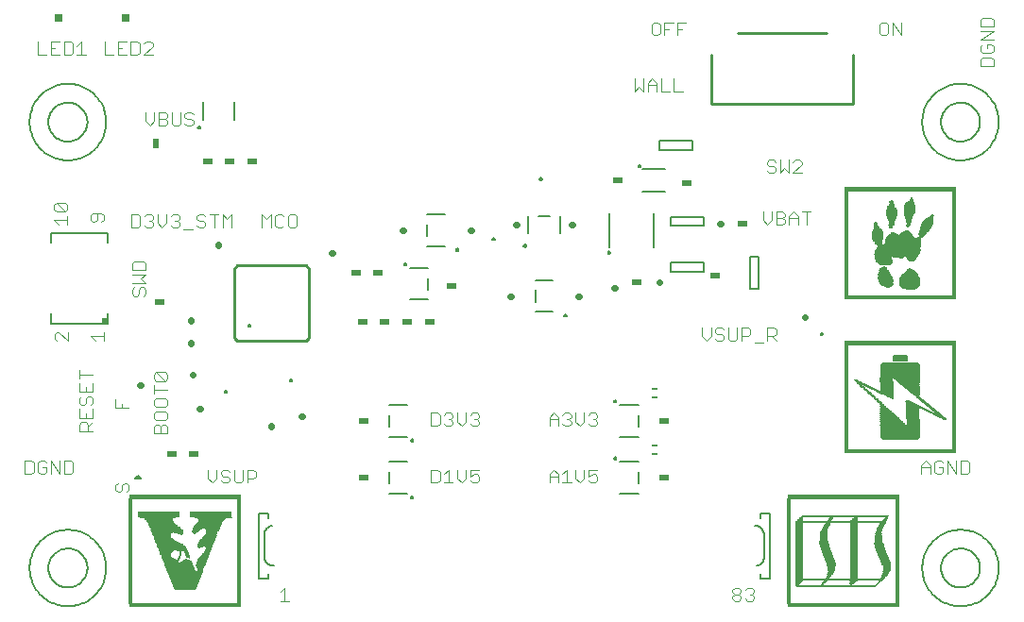
<source format=gto>
G75*
G70*
%OFA0B0*%
%FSLAX24Y24*%
%IPPOS*%
%LPD*%
%AMOC8*
5,1,8,0,0,1.08239X$1,22.5*
%
%ADD10C,0.0040*%
%ADD11C,0.0060*%
%ADD12C,0.0080*%
%ADD13C,0.0100*%
%ADD14R,0.0320X0.0200*%
%ADD15C,0.0220*%
%ADD16R,0.0250X0.0250*%
%ADD17R,0.0200X0.0320*%
%ADD18R,0.0200X0.0060*%
%ADD19R,0.0200X0.0200*%
%ADD20C,0.0050*%
%ADD21R,0.3937X0.0011*%
%ADD22R,0.3937X0.0011*%
%ADD23R,0.0120X0.0011*%
%ADD24R,0.0120X0.0011*%
%ADD25R,0.0120X0.0011*%
%ADD26R,0.0120X0.0011*%
%ADD27R,0.2832X0.0011*%
%ADD28R,0.2843X0.0011*%
%ADD29R,0.2854X0.0011*%
%ADD30R,0.2865X0.0011*%
%ADD31R,0.0087X0.0011*%
%ADD32R,0.0077X0.0011*%
%ADD33R,0.0098X0.0011*%
%ADD34R,0.0087X0.0011*%
%ADD35R,0.0109X0.0011*%
%ADD36R,0.0131X0.0011*%
%ADD37R,0.0098X0.0011*%
%ADD38R,0.0088X0.0011*%
%ADD39R,0.0142X0.0011*%
%ADD40R,0.0131X0.0011*%
%ADD41R,0.0153X0.0011*%
%ADD42R,0.0164X0.0011*%
%ADD43R,0.0175X0.0011*%
%ADD44R,0.0186X0.0011*%
%ADD45R,0.0109X0.0011*%
%ADD46R,0.0197X0.0011*%
%ADD47R,0.0109X0.0011*%
%ADD48R,0.0208X0.0011*%
%ADD49R,0.0219X0.0011*%
%ADD50R,0.0230X0.0011*%
%ADD51R,0.0230X0.0011*%
%ADD52R,0.0241X0.0011*%
%ADD53R,0.0109X0.0011*%
%ADD54R,0.0241X0.0011*%
%ADD55R,0.0131X0.0011*%
%ADD56R,0.0252X0.0011*%
%ADD57R,0.3062X0.0011*%
%ADD58R,0.3073X0.0011*%
%ADD59R,0.3084X0.0011*%
%ADD60R,0.3106X0.0011*%
%ADD61R,0.0273X0.0011*%
%ADD62R,0.0252X0.0011*%
%ADD63R,0.0273X0.0011*%
%ADD64R,0.0142X0.0011*%
%ADD65R,0.0175X0.0011*%
%ADD66R,0.0175X0.0011*%
%ADD67R,0.0186X0.0011*%
%ADD68R,0.0164X0.0011*%
%ADD69R,0.0153X0.0011*%
%ADD70R,0.0186X0.0011*%
%ADD71R,0.0197X0.0011*%
%ADD72R,0.0219X0.0011*%
%ADD73R,0.0219X0.0011*%
%ADD74R,0.0230X0.0011*%
%ADD75R,0.0251X0.0011*%
%ADD76R,0.0262X0.0011*%
%ADD77R,0.0251X0.0011*%
%ADD78R,0.0262X0.0011*%
%ADD79R,0.0262X0.0011*%
%ADD80R,0.0284X0.0011*%
%ADD81R,0.0295X0.0011*%
%ADD82R,0.0273X0.0011*%
%ADD83R,0.0295X0.0011*%
%ADD84R,0.0273X0.0011*%
%ADD85R,0.0306X0.0011*%
%ADD86R,0.0306X0.0011*%
%ADD87R,0.0284X0.0011*%
%ADD88R,0.0317X0.0011*%
%ADD89R,0.0306X0.0011*%
%ADD90R,0.0328X0.0011*%
%ADD91R,0.0328X0.0011*%
%ADD92R,0.0306X0.0011*%
%ADD93R,0.0339X0.0011*%
%ADD94R,0.0339X0.0011*%
%ADD95R,0.0317X0.0011*%
%ADD96R,0.0350X0.0011*%
%ADD97R,0.0328X0.0011*%
%ADD98R,0.0350X0.0011*%
%ADD99R,0.0361X0.0011*%
%ADD100R,0.0361X0.0011*%
%ADD101R,0.0350X0.0011*%
%ADD102R,0.0350X0.0011*%
%ADD103R,0.0339X0.0011*%
%ADD104R,0.0339X0.0011*%
%ADD105R,0.0328X0.0011*%
%ADD106R,0.0317X0.0011*%
%ADD107R,0.0262X0.0011*%
%ADD108R,0.0230X0.0011*%
%ADD109R,0.0219X0.0011*%
%ADD110R,0.0208X0.0011*%
%ADD111R,0.0186X0.0011*%
%ADD112R,0.0175X0.0011*%
%ADD113R,0.0164X0.0011*%
%ADD114R,0.0153X0.0011*%
%ADD115R,0.1258X0.0011*%
%ADD116R,0.3182X0.0011*%
%ADD117R,0.3182X0.0011*%
%ADD118R,0.3182X0.0011*%
%ADD119R,0.2165X0.0011*%
%ADD120R,0.0131X0.0011*%
%ADD121R,0.0164X0.0011*%
%ADD122R,0.0077X0.0011*%
%ADD123R,0.0066X0.0011*%
%ADD124R,0.0088X0.0011*%
%ADD125R,0.0077X0.0011*%
%ADD126R,0.3073X0.0011*%
%ADD127R,0.3051X0.0011*%
%ADD128R,0.0744X0.0011*%
%ADD129R,0.0755X0.0011*%
%ADD130R,0.0766X0.0011*%
%ADD131R,0.0776X0.0011*%
%ADD132R,0.0787X0.0011*%
%ADD133R,0.0798X0.0011*%
%ADD134R,0.0798X0.0011*%
%ADD135R,0.0809X0.0011*%
%ADD136R,0.0820X0.0011*%
%ADD137R,0.0842X0.0011*%
%ADD138R,0.0842X0.0011*%
%ADD139R,0.0853X0.0011*%
%ADD140R,0.0864X0.0011*%
%ADD141R,0.0886X0.0011*%
%ADD142R,0.0886X0.0011*%
%ADD143R,0.0897X0.0011*%
%ADD144R,0.0908X0.0011*%
%ADD145R,0.0908X0.0011*%
%ADD146R,0.0930X0.0011*%
%ADD147R,0.0941X0.0011*%
%ADD148R,0.0951X0.0011*%
%ADD149R,0.0951X0.0011*%
%ADD150R,0.0962X0.0011*%
%ADD151R,0.0973X0.0011*%
%ADD152R,0.0995X0.0011*%
%ADD153R,0.0995X0.0011*%
%ADD154R,0.1006X0.0011*%
%ADD155R,0.1017X0.0011*%
%ADD156R,0.1039X0.0011*%
%ADD157R,0.1039X0.0011*%
%ADD158R,0.1050X0.0011*%
%ADD159R,0.1061X0.0011*%
%ADD160R,0.1061X0.0011*%
%ADD161R,0.1083X0.0011*%
%ADD162R,0.1094X0.0011*%
%ADD163R,0.1105X0.0011*%
%ADD164R,0.1105X0.0011*%
%ADD165R,0.1126X0.0011*%
%ADD166R,0.1137X0.0011*%
%ADD167R,0.1148X0.0011*%
%ADD168R,0.1148X0.0011*%
%ADD169R,0.1159X0.0011*%
%ADD170R,0.1170X0.0011*%
%ADD171R,0.1181X0.0011*%
%ADD172R,0.1192X0.0011*%
%ADD173R,0.1192X0.0011*%
%ADD174R,0.1203X0.0011*%
%ADD175R,0.1214X0.0011*%
%ADD176R,0.1214X0.0011*%
%ADD177R,0.1236X0.0011*%
%ADD178R,0.0984X0.0011*%
%ADD179R,0.0984X0.0011*%
%ADD180R,0.0208X0.0011*%
%ADD181R,0.0995X0.0011*%
%ADD182R,0.0995X0.0011*%
%ADD183R,0.1006X0.0011*%
%ADD184R,0.1006X0.0011*%
%ADD185R,0.1006X0.0011*%
%ADD186R,0.0547X0.0011*%
%ADD187R,0.0437X0.0011*%
%ADD188R,0.0536X0.0011*%
%ADD189R,0.0405X0.0011*%
%ADD190R,0.0536X0.0011*%
%ADD191R,0.0372X0.0011*%
%ADD192R,0.0547X0.0011*%
%ADD193R,0.0569X0.0011*%
%ADD194R,0.0481X0.0011*%
%ADD195R,0.0066X0.0011*%
%ADD196R,0.0459X0.0011*%
%ADD197R,0.0066X0.0011*%
%ADD198R,0.0437X0.0011*%
%ADD199R,0.0394X0.0011*%
%ADD200R,0.0383X0.0011*%
%ADD201R,0.0372X0.0011*%
%ADD202R,0.0066X0.0011*%
%ADD203R,0.0317X0.0011*%
%ADD204R,0.0011X0.0011*%
%ADD205R,0.0055X0.0011*%
%ADD206R,0.0295X0.0011*%
%ADD207R,0.0295X0.0011*%
%ADD208R,0.0142X0.0011*%
%ADD209R,0.0055X0.0011*%
%ADD210R,0.0241X0.0011*%
%ADD211R,0.0383X0.0011*%
%ADD212R,0.0416X0.0011*%
%ADD213R,0.0426X0.0011*%
%ADD214R,0.0448X0.0011*%
%ADD215R,0.0459X0.0011*%
%ADD216R,0.0470X0.0011*%
%ADD217R,0.0492X0.0011*%
%ADD218R,0.0503X0.0011*%
%ADD219R,0.0197X0.0011*%
%ADD220R,0.0197X0.0011*%
%ADD221R,0.0055X0.0011*%
%ADD222R,0.0241X0.0011*%
%ADD223R,0.0962X0.0011*%
%ADD224R,0.0536X0.0011*%
%ADD225R,0.0962X0.0011*%
%ADD226R,0.0951X0.0011*%
%ADD227R,0.0558X0.0011*%
%ADD228R,0.0930X0.0011*%
%ADD229R,0.0897X0.0011*%
%ADD230R,0.0875X0.0011*%
%ADD231R,0.0842X0.0011*%
%ADD232R,0.0558X0.0011*%
%ADD233R,0.0820X0.0011*%
%ADD234R,0.0755X0.0011*%
%ADD235R,0.0733X0.0011*%
%ADD236R,0.0525X0.0011*%
%ADD237R,0.0722X0.0011*%
%ADD238R,0.0525X0.0011*%
%ADD239R,0.0700X0.0011*%
%ADD240R,0.0689X0.0011*%
%ADD241R,0.0514X0.0011*%
%ADD242R,0.0678X0.0011*%
%ADD243R,0.0514X0.0011*%
%ADD244R,0.0656X0.0011*%
%ADD245R,0.0503X0.0011*%
%ADD246R,0.0656X0.0011*%
%ADD247R,0.0645X0.0011*%
%ADD248R,0.0634X0.0011*%
%ADD249R,0.0481X0.0011*%
%ADD250R,0.0634X0.0011*%
%ADD251R,0.0623X0.0011*%
%ADD252R,0.0470X0.0011*%
%ADD253R,0.0623X0.0011*%
%ADD254R,0.0470X0.0011*%
%ADD255R,0.0623X0.0011*%
%ADD256R,0.0612X0.0011*%
%ADD257R,0.0612X0.0011*%
%ADD258R,0.0623X0.0011*%
%ADD259R,0.0437X0.0011*%
%ADD260R,0.0427X0.0011*%
%ADD261R,0.0416X0.0011*%
%ADD262R,0.0416X0.0011*%
%ADD263R,0.0667X0.0011*%
%ADD264R,0.0689X0.0011*%
%ADD265R,0.0711X0.0011*%
%ADD266R,0.1105X0.0011*%
%ADD267R,0.1105X0.0011*%
%ADD268R,0.0426X0.0011*%
%ADD269R,0.1094X0.0011*%
%ADD270R,0.0481X0.0011*%
%ADD271R,0.1083X0.0011*%
%ADD272R,0.0492X0.0011*%
%ADD273R,0.1072X0.0011*%
%ADD274R,0.1050X0.0011*%
%ADD275R,0.0941X0.0011*%
%ADD276R,0.1039X0.0011*%
%ADD277R,0.1028X0.0011*%
%ADD278R,0.0919X0.0011*%
%ADD279R,0.1028X0.0011*%
%ADD280R,0.0919X0.0011*%
%ADD281R,0.0919X0.0011*%
%ADD282R,0.0908X0.0011*%
%ADD283R,0.0897X0.0011*%
%ADD284R,0.0940X0.0011*%
%ADD285R,0.0875X0.0011*%
%ADD286R,0.0886X0.0011*%
%ADD287R,0.0919X0.0011*%
%ADD288R,0.0875X0.0011*%
%ADD289R,0.0930X0.0011*%
%ADD290R,0.0973X0.0011*%
%ADD291R,0.1017X0.0011*%
%ADD292R,0.1061X0.0011*%
%ADD293R,0.1126X0.0011*%
%ADD294R,0.1290X0.0011*%
%ADD295R,0.1345X0.0011*%
%ADD296R,0.1498X0.0011*%
%ADD297R,0.1498X0.0011*%
%ADD298R,0.1498X0.0011*%
%ADD299R,0.1498X0.0011*%
%ADD300R,0.0416X0.0011*%
%ADD301R,0.0558X0.0011*%
%ADD302R,0.0591X0.0011*%
%ADD303R,0.0612X0.0011*%
%ADD304R,0.0634X0.0011*%
%ADD305R,0.0667X0.0011*%
%ADD306R,0.0361X0.0011*%
%ADD307R,0.0700X0.0011*%
%ADD308R,0.0722X0.0011*%
%ADD309R,0.0733X0.0011*%
%ADD310R,0.0755X0.0011*%
%ADD311R,0.0459X0.0011*%
%ADD312R,0.0766X0.0011*%
%ADD313R,0.0766X0.0011*%
%ADD314R,0.0503X0.0011*%
%ADD315R,0.0525X0.0011*%
%ADD316R,0.0514X0.0011*%
%ADD317R,0.0580X0.0011*%
%ADD318R,0.0547X0.0011*%
%ADD319R,0.0405X0.0011*%
%ADD320R,0.0405X0.0011*%
%ADD321R,0.0372X0.0011*%
%ADD322R,0.0558X0.0011*%
%ADD323R,0.0591X0.0011*%
%ADD324R,0.0601X0.0011*%
%ADD325R,0.0601X0.0011*%
%ADD326R,0.1072X0.0011*%
%ADD327R,0.0405X0.0011*%
%ADD328R,0.1531X0.0011*%
%ADD329R,0.1542X0.0011*%
%ADD330R,0.1553X0.0011*%
%ADD331R,0.1553X0.0011*%
%ADD332R,0.1564X0.0011*%
%ADD333R,0.1575X0.0011*%
%ADD334R,0.1564X0.0011*%
%ADD335R,0.1575X0.0011*%
%ADD336R,0.1564X0.0011*%
%ADD337R,0.1542X0.0011*%
%ADD338R,0.1520X0.0011*%
%ADD339R,0.1531X0.0011*%
%ADD340R,0.1531X0.0011*%
%ADD341R,0.1301X0.0011*%
%ADD342R,0.1280X0.0011*%
%ADD343R,0.1280X0.0011*%
%ADD344R,0.1269X0.0011*%
%ADD345R,0.1269X0.0011*%
%ADD346R,0.1258X0.0011*%
%ADD347R,0.1258X0.0011*%
%ADD348R,0.1247X0.0011*%
%ADD349R,0.1225X0.0011*%
%ADD350R,0.1028X0.0011*%
%ADD351R,0.0864X0.0011*%
%ADD352R,0.0831X0.0011*%
%ADD353R,0.0448X0.0011*%
%ADD354R,0.0394X0.0011*%
%ADD355R,0.0383X0.0011*%
%ADD356R,0.0033X0.0011*%
%ADD357R,0.0284X0.0011*%
%ADD358R,0.0033X0.0011*%
%ADD359R,0.0372X0.0011*%
%ADD360R,0.0077X0.0011*%
%ADD361R,0.0361X0.0011*%
%ADD362R,0.0142X0.0011*%
%ADD363R,0.1236X0.0011*%
%ADD364R,0.1323X0.0011*%
%ADD365R,0.1345X0.0011*%
%ADD366R,0.1367X0.0011*%
%ADD367R,0.1389X0.0011*%
%ADD368R,0.1389X0.0011*%
%ADD369R,0.0864X0.0011*%
%ADD370R,0.0853X0.0011*%
%ADD371R,0.0820X0.0011*%
%ADD372R,0.0776X0.0011*%
%ADD373R,0.0711X0.0011*%
%ADD374R,0.0678X0.0011*%
%ADD375R,0.0470X0.0011*%
%ADD376R,0.0580X0.0011*%
%ADD377R,0.0569X0.0011*%
%ADD378R,0.0153X0.0011*%
%ADD379R,0.0448X0.0011*%
%ADD380R,0.0284X0.0011*%
%ADD381R,0.0612X0.0011*%
%ADD382R,0.0492X0.0011*%
%ADD383R,0.0033X0.0011*%
%ADD384R,0.0569X0.0011*%
%ADD385R,0.0569X0.0011*%
%ADD386R,0.0744X0.0011*%
%ADD387R,0.0809X0.0011*%
%ADD388R,0.0842X0.0011*%
%ADD389R,0.0055X0.0011*%
D10*
X004341Y004826D02*
X004418Y004826D01*
X004495Y004902D01*
X004495Y005056D01*
X004571Y005133D01*
X004648Y005133D01*
X004725Y005056D01*
X004725Y004902D01*
X004648Y004826D01*
X004341Y004826D02*
X004264Y004902D01*
X004264Y005056D01*
X004341Y005133D01*
X002752Y005532D02*
X002675Y005456D01*
X002445Y005456D01*
X002445Y005916D01*
X002675Y005916D01*
X002752Y005839D01*
X002752Y005532D01*
X002292Y005456D02*
X002292Y005916D01*
X001985Y005916D02*
X002292Y005456D01*
X001985Y005456D02*
X001985Y005916D01*
X001831Y005839D02*
X001755Y005916D01*
X001601Y005916D01*
X001524Y005839D01*
X001524Y005532D01*
X001601Y005456D01*
X001755Y005456D01*
X001831Y005532D01*
X001831Y005686D01*
X001678Y005686D01*
X001371Y005839D02*
X001294Y005916D01*
X001064Y005916D01*
X001064Y005456D01*
X001294Y005456D01*
X001371Y005532D01*
X001371Y005839D01*
X002985Y006971D02*
X002985Y007202D01*
X003062Y007278D01*
X003215Y007278D01*
X003292Y007202D01*
X003292Y006971D01*
X003445Y006971D02*
X002985Y006971D01*
X003292Y007125D02*
X003445Y007278D01*
X003445Y007432D02*
X003445Y007739D01*
X003369Y007892D02*
X003445Y007969D01*
X003445Y008122D01*
X003369Y008199D01*
X003292Y008199D01*
X003215Y008122D01*
X003215Y007969D01*
X003138Y007892D01*
X003062Y007892D01*
X002985Y007969D01*
X002985Y008122D01*
X003062Y008199D01*
X002985Y008353D02*
X003445Y008353D01*
X003445Y008659D01*
X003215Y008506D02*
X003215Y008353D01*
X002985Y008353D02*
X002985Y008659D01*
X002985Y008813D02*
X002985Y009120D01*
X002985Y008966D02*
X003445Y008966D01*
X004264Y008085D02*
X004264Y007778D01*
X004725Y007778D01*
X004495Y007778D02*
X004495Y007932D01*
X005623Y007890D02*
X005699Y007813D01*
X006006Y007813D01*
X006083Y007890D01*
X006083Y008044D01*
X006006Y008120D01*
X005699Y008120D01*
X005623Y008044D01*
X005623Y007890D01*
X005699Y007660D02*
X005623Y007583D01*
X005623Y007430D01*
X005699Y007353D01*
X006006Y007353D01*
X006083Y007430D01*
X006083Y007583D01*
X006006Y007660D01*
X005699Y007660D01*
X005699Y007200D02*
X005776Y007200D01*
X005853Y007123D01*
X005853Y006893D01*
X005853Y007123D02*
X005930Y007200D01*
X006006Y007200D01*
X006083Y007123D01*
X006083Y006893D01*
X005623Y006893D01*
X005623Y007123D01*
X005699Y007200D01*
X005623Y008274D02*
X005623Y008581D01*
X005623Y008427D02*
X006083Y008427D01*
X006006Y008734D02*
X005699Y008734D01*
X005623Y008811D01*
X005623Y008964D01*
X005699Y009041D01*
X006006Y008734D01*
X006083Y008811D01*
X006083Y008964D01*
X006006Y009041D01*
X005699Y009041D01*
X003847Y010153D02*
X003847Y010460D01*
X003847Y010306D02*
X003387Y010306D01*
X003540Y010153D01*
X002567Y010153D02*
X002260Y010460D01*
X002184Y010460D01*
X002107Y010383D01*
X002107Y010229D01*
X002184Y010153D01*
X002567Y010153D02*
X002567Y010460D01*
X004855Y011812D02*
X004932Y011735D01*
X005009Y011735D01*
X005085Y011812D01*
X005085Y011965D01*
X005162Y012042D01*
X005239Y012042D01*
X005315Y011965D01*
X005315Y011812D01*
X005239Y011735D01*
X004855Y011812D02*
X004855Y011965D01*
X004932Y012042D01*
X004855Y012196D02*
X005315Y012196D01*
X005162Y012349D01*
X005315Y012502D01*
X004855Y012502D01*
X004855Y012656D02*
X004855Y012886D01*
X004932Y012963D01*
X005239Y012963D01*
X005315Y012886D01*
X005315Y012656D01*
X004855Y012656D01*
X004824Y014156D02*
X005054Y014156D01*
X005131Y014233D01*
X005131Y014540D01*
X005054Y014617D01*
X004824Y014617D01*
X004824Y014156D01*
X005284Y014233D02*
X005361Y014156D01*
X005515Y014156D01*
X005591Y014233D01*
X005591Y014310D01*
X005515Y014387D01*
X005438Y014387D01*
X005515Y014387D02*
X005591Y014463D01*
X005591Y014540D01*
X005515Y014617D01*
X005361Y014617D01*
X005284Y014540D01*
X005745Y014617D02*
X005745Y014310D01*
X005898Y014156D01*
X006052Y014310D01*
X006052Y014617D01*
X006205Y014540D02*
X006282Y014617D01*
X006435Y014617D01*
X006512Y014540D01*
X006512Y014463D01*
X006435Y014387D01*
X006512Y014310D01*
X006512Y014233D01*
X006435Y014156D01*
X006282Y014156D01*
X006205Y014233D01*
X006359Y014387D02*
X006435Y014387D01*
X006666Y014080D02*
X006972Y014080D01*
X007126Y014233D02*
X007203Y014156D01*
X007356Y014156D01*
X007433Y014233D01*
X007433Y014310D01*
X007356Y014387D01*
X007203Y014387D01*
X007126Y014463D01*
X007126Y014540D01*
X007203Y014617D01*
X007356Y014617D01*
X007433Y014540D01*
X007586Y014617D02*
X007893Y014617D01*
X007740Y014617D02*
X007740Y014156D01*
X008047Y014156D02*
X008047Y014617D01*
X008200Y014463D01*
X008354Y014617D01*
X008354Y014156D01*
X009430Y014156D02*
X009430Y014617D01*
X009584Y014463D01*
X009737Y014617D01*
X009737Y014156D01*
X009891Y014233D02*
X009967Y014156D01*
X010121Y014156D01*
X010198Y014233D01*
X010351Y014233D02*
X010428Y014156D01*
X010581Y014156D01*
X010658Y014233D01*
X010658Y014540D01*
X010581Y014617D01*
X010428Y014617D01*
X010351Y014540D01*
X010351Y014233D01*
X010198Y014540D02*
X010121Y014617D01*
X009967Y014617D01*
X009891Y014540D01*
X009891Y014233D01*
X006927Y017759D02*
X006774Y017759D01*
X006697Y017835D01*
X006544Y017835D02*
X006544Y018219D01*
X006697Y018142D02*
X006697Y018066D01*
X006774Y017989D01*
X006927Y017989D01*
X007004Y017912D01*
X007004Y017835D01*
X006927Y017759D01*
X006544Y017835D02*
X006467Y017759D01*
X006314Y017759D01*
X006237Y017835D01*
X006237Y018219D01*
X006083Y018142D02*
X006083Y018066D01*
X006007Y017989D01*
X005776Y017989D01*
X005623Y017912D02*
X005623Y018219D01*
X005776Y018219D02*
X006007Y018219D01*
X006083Y018142D01*
X006007Y017989D02*
X006083Y017912D01*
X006083Y017835D01*
X006007Y017759D01*
X005776Y017759D01*
X005776Y018219D01*
X005623Y017912D02*
X005470Y017759D01*
X005316Y017912D01*
X005316Y018219D01*
X006697Y018142D02*
X006774Y018219D01*
X006927Y018219D01*
X007004Y018142D01*
X005567Y020259D02*
X005260Y020259D01*
X005567Y020566D01*
X005567Y020642D01*
X005490Y020719D01*
X005337Y020719D01*
X005260Y020642D01*
X005107Y020642D02*
X005030Y020719D01*
X004800Y020719D01*
X004800Y020259D01*
X005030Y020259D01*
X005107Y020335D01*
X005107Y020642D01*
X004646Y020719D02*
X004339Y020719D01*
X004339Y020259D01*
X004646Y020259D01*
X004493Y020489D02*
X004339Y020489D01*
X004186Y020259D02*
X003879Y020259D01*
X003879Y020719D01*
X003205Y020259D02*
X002898Y020259D01*
X003051Y020259D02*
X003051Y020719D01*
X002898Y020566D01*
X002745Y020642D02*
X002745Y020335D01*
X002668Y020259D01*
X002438Y020259D01*
X002438Y020719D01*
X002668Y020719D01*
X002745Y020642D01*
X002284Y020719D02*
X001977Y020719D01*
X001977Y020259D01*
X002284Y020259D01*
X002131Y020489D02*
X001977Y020489D01*
X001824Y020259D02*
X001517Y020259D01*
X001517Y020719D01*
X002176Y015022D02*
X002099Y014945D01*
X002099Y014792D01*
X002176Y014715D01*
X002483Y014715D01*
X002176Y015022D01*
X002483Y015022D01*
X002560Y014945D01*
X002560Y014792D01*
X002483Y014715D01*
X002560Y014562D02*
X002560Y014255D01*
X002560Y014408D02*
X002099Y014408D01*
X002253Y014255D01*
X003379Y014430D02*
X003455Y014353D01*
X003532Y014353D01*
X003609Y014430D01*
X003609Y014660D01*
X003762Y014660D02*
X003455Y014660D01*
X003379Y014583D01*
X003379Y014430D01*
X003762Y014353D02*
X003839Y014430D01*
X003839Y014583D01*
X003762Y014660D01*
X002985Y007739D02*
X002985Y007432D01*
X003445Y007432D01*
X003215Y007432D02*
X003215Y007585D01*
X007521Y005601D02*
X007521Y005294D01*
X007674Y005141D01*
X007828Y005294D01*
X007828Y005601D01*
X007981Y005524D02*
X007981Y005448D01*
X008058Y005371D01*
X008211Y005371D01*
X008288Y005294D01*
X008288Y005217D01*
X008211Y005141D01*
X008058Y005141D01*
X007981Y005217D01*
X007981Y005524D02*
X008058Y005601D01*
X008211Y005601D01*
X008288Y005524D01*
X008442Y005601D02*
X008442Y005217D01*
X008518Y005141D01*
X008672Y005141D01*
X008749Y005217D01*
X008749Y005601D01*
X008902Y005601D02*
X009132Y005601D01*
X009209Y005524D01*
X009209Y005371D01*
X009132Y005294D01*
X008902Y005294D01*
X008902Y005141D02*
X008902Y005601D01*
X010233Y001428D02*
X010080Y001274D01*
X010233Y001428D02*
X010233Y000967D01*
X010080Y000967D02*
X010387Y000967D01*
X015395Y005141D02*
X015625Y005141D01*
X015702Y005217D01*
X015702Y005524D01*
X015625Y005601D01*
X015395Y005601D01*
X015395Y005141D01*
X015855Y005141D02*
X016162Y005141D01*
X016009Y005141D02*
X016009Y005601D01*
X015855Y005448D01*
X016316Y005601D02*
X016316Y005294D01*
X016469Y005141D01*
X016623Y005294D01*
X016623Y005601D01*
X016776Y005601D02*
X016776Y005371D01*
X016929Y005448D01*
X017006Y005448D01*
X017083Y005371D01*
X017083Y005217D01*
X017006Y005141D01*
X016853Y005141D01*
X016776Y005217D01*
X016776Y005601D02*
X017083Y005601D01*
X017006Y007149D02*
X016853Y007149D01*
X016776Y007225D01*
X016623Y007302D02*
X016469Y007149D01*
X016316Y007302D01*
X016316Y007609D01*
X016162Y007532D02*
X016162Y007455D01*
X016085Y007379D01*
X016162Y007302D01*
X016162Y007225D01*
X016085Y007149D01*
X015932Y007149D01*
X015855Y007225D01*
X015702Y007225D02*
X015702Y007532D01*
X015625Y007609D01*
X015395Y007609D01*
X015395Y007149D01*
X015625Y007149D01*
X015702Y007225D01*
X016009Y007379D02*
X016085Y007379D01*
X016162Y007532D02*
X016085Y007609D01*
X015932Y007609D01*
X015855Y007532D01*
X016623Y007609D02*
X016623Y007302D01*
X016776Y007532D02*
X016853Y007609D01*
X017006Y007609D01*
X017083Y007532D01*
X017083Y007455D01*
X017006Y007379D01*
X017083Y007302D01*
X017083Y007225D01*
X017006Y007149D01*
X017006Y007379D02*
X016929Y007379D01*
X019568Y007379D02*
X019875Y007379D01*
X019875Y007455D02*
X019875Y007149D01*
X020028Y007225D02*
X020105Y007149D01*
X020259Y007149D01*
X020335Y007225D01*
X020335Y007302D01*
X020259Y007379D01*
X020182Y007379D01*
X020259Y007379D02*
X020335Y007455D01*
X020335Y007532D01*
X020259Y007609D01*
X020105Y007609D01*
X020028Y007532D01*
X019875Y007455D02*
X019721Y007609D01*
X019568Y007455D01*
X019568Y007149D01*
X020489Y007302D02*
X020489Y007609D01*
X020796Y007609D02*
X020796Y007302D01*
X020642Y007149D01*
X020489Y007302D01*
X020949Y007225D02*
X021026Y007149D01*
X021179Y007149D01*
X021256Y007225D01*
X021256Y007302D01*
X021179Y007379D01*
X021103Y007379D01*
X021179Y007379D02*
X021256Y007455D01*
X021256Y007532D01*
X021179Y007609D01*
X021026Y007609D01*
X020949Y007532D01*
X020949Y005601D02*
X020949Y005371D01*
X021103Y005448D01*
X021179Y005448D01*
X021256Y005371D01*
X021256Y005217D01*
X021179Y005141D01*
X021026Y005141D01*
X020949Y005217D01*
X020796Y005294D02*
X020642Y005141D01*
X020489Y005294D01*
X020489Y005601D01*
X020796Y005601D02*
X020796Y005294D01*
X020949Y005601D02*
X021256Y005601D01*
X020335Y005141D02*
X020028Y005141D01*
X019875Y005141D02*
X019875Y005448D01*
X019721Y005601D01*
X019568Y005448D01*
X019568Y005141D01*
X019568Y005371D02*
X019875Y005371D01*
X020028Y005448D02*
X020182Y005601D01*
X020182Y005141D01*
X026025Y001351D02*
X026025Y001274D01*
X026101Y001198D01*
X026255Y001198D01*
X026332Y001121D01*
X026332Y001044D01*
X026255Y000967D01*
X026101Y000967D01*
X026025Y001044D01*
X026025Y001121D01*
X026101Y001198D01*
X026255Y001198D02*
X026332Y001274D01*
X026332Y001351D01*
X026255Y001428D01*
X026101Y001428D01*
X026025Y001351D01*
X026485Y001351D02*
X026562Y001428D01*
X026715Y001428D01*
X026792Y001351D01*
X026792Y001274D01*
X026715Y001198D01*
X026792Y001121D01*
X026792Y001044D01*
X026715Y000967D01*
X026562Y000967D01*
X026485Y001044D01*
X026639Y001198D02*
X026715Y001198D01*
X032698Y005456D02*
X032698Y005763D01*
X032851Y005916D01*
X033005Y005763D01*
X033005Y005456D01*
X033158Y005532D02*
X033235Y005456D01*
X033389Y005456D01*
X033465Y005532D01*
X033465Y005686D01*
X033312Y005686D01*
X033465Y005839D02*
X033389Y005916D01*
X033235Y005916D01*
X033158Y005839D01*
X033158Y005532D01*
X033005Y005686D02*
X032698Y005686D01*
X033619Y005456D02*
X033619Y005916D01*
X033926Y005456D01*
X033926Y005916D01*
X034079Y005916D02*
X034309Y005916D01*
X034386Y005839D01*
X034386Y005532D01*
X034309Y005456D01*
X034079Y005456D01*
X034079Y005916D01*
X027571Y010160D02*
X027417Y010314D01*
X027494Y010314D02*
X027264Y010314D01*
X027264Y010160D02*
X027264Y010621D01*
X027494Y010621D01*
X027571Y010544D01*
X027571Y010391D01*
X027494Y010314D01*
X027110Y010084D02*
X026803Y010084D01*
X026573Y010314D02*
X026343Y010314D01*
X026343Y010160D02*
X026343Y010621D01*
X026573Y010621D01*
X026650Y010544D01*
X026650Y010391D01*
X026573Y010314D01*
X026189Y010237D02*
X026189Y010621D01*
X025883Y010621D02*
X025883Y010237D01*
X025959Y010160D01*
X026113Y010160D01*
X026189Y010237D01*
X025729Y010237D02*
X025652Y010160D01*
X025499Y010160D01*
X025422Y010237D01*
X025269Y010314D02*
X025269Y010621D01*
X025422Y010544D02*
X025422Y010467D01*
X025499Y010391D01*
X025652Y010391D01*
X025729Y010314D01*
X025729Y010237D01*
X025729Y010544D02*
X025652Y010621D01*
X025499Y010621D01*
X025422Y010544D01*
X025269Y010314D02*
X025115Y010160D01*
X024962Y010314D01*
X024962Y010621D01*
X027261Y014255D02*
X027107Y014408D01*
X027107Y014715D01*
X027414Y014715D02*
X027414Y014408D01*
X027261Y014255D01*
X027568Y014255D02*
X027798Y014255D01*
X027875Y014332D01*
X027875Y014408D01*
X027798Y014485D01*
X027568Y014485D01*
X027798Y014485D02*
X027875Y014562D01*
X027875Y014638D01*
X027798Y014715D01*
X027568Y014715D01*
X027568Y014255D01*
X028028Y014255D02*
X028028Y014562D01*
X028182Y014715D01*
X028335Y014562D01*
X028335Y014255D01*
X028335Y014485D02*
X028028Y014485D01*
X028489Y014715D02*
X028796Y014715D01*
X028642Y014715D02*
X028642Y014255D01*
X028473Y016086D02*
X028166Y016086D01*
X028473Y016392D01*
X028473Y016469D01*
X028396Y016546D01*
X028243Y016546D01*
X028166Y016469D01*
X028013Y016546D02*
X028013Y016086D01*
X027859Y016239D01*
X027706Y016086D01*
X027706Y016546D01*
X027552Y016469D02*
X027475Y016546D01*
X027322Y016546D01*
X027245Y016469D01*
X027245Y016392D01*
X027322Y016316D01*
X027475Y016316D01*
X027552Y016239D01*
X027552Y016162D01*
X027475Y016086D01*
X027322Y016086D01*
X027245Y016162D01*
X024268Y018960D02*
X023961Y018960D01*
X023961Y019420D01*
X023501Y019420D02*
X023501Y018960D01*
X023808Y018960D01*
X023347Y018960D02*
X023347Y019266D01*
X023194Y019420D01*
X023040Y019266D01*
X023040Y018960D01*
X022887Y018960D02*
X022887Y019420D01*
X023040Y019190D02*
X023347Y019190D01*
X022887Y018960D02*
X022733Y019113D01*
X022580Y018960D01*
X022580Y019420D01*
X023244Y020940D02*
X023167Y021017D01*
X023167Y021324D01*
X023244Y021400D01*
X023397Y021400D01*
X023474Y021324D01*
X023474Y021017D01*
X023397Y020940D01*
X023244Y020940D01*
X023628Y020940D02*
X023628Y021400D01*
X023934Y021400D01*
X024088Y021400D02*
X024395Y021400D01*
X024241Y021170D02*
X024088Y021170D01*
X024088Y020940D02*
X024088Y021400D01*
X023781Y021170D02*
X023628Y021170D01*
X031206Y021017D02*
X031283Y020940D01*
X031436Y020940D01*
X031513Y021017D01*
X031513Y021324D01*
X031436Y021400D01*
X031283Y021400D01*
X031206Y021324D01*
X031206Y021017D01*
X031667Y020940D02*
X031667Y021400D01*
X031974Y020940D01*
X031974Y021400D01*
X034776Y021476D02*
X034776Y021246D01*
X035237Y021246D01*
X035237Y021476D01*
X035160Y021553D01*
X034853Y021553D01*
X034776Y021476D01*
X034776Y021093D02*
X035237Y021093D01*
X034776Y020786D01*
X035237Y020786D01*
X035160Y020632D02*
X035006Y020632D01*
X035006Y020479D01*
X034853Y020632D02*
X034776Y020556D01*
X034776Y020402D01*
X034853Y020325D01*
X035160Y020325D01*
X035237Y020402D01*
X035237Y020556D01*
X035160Y020632D01*
X035160Y020172D02*
X034853Y020172D01*
X034776Y020095D01*
X034776Y019865D01*
X035237Y019865D01*
X035237Y020095D01*
X035160Y020172D01*
D11*
X032726Y017877D02*
X032728Y017950D01*
X032734Y018023D01*
X032744Y018095D01*
X032758Y018167D01*
X032775Y018238D01*
X032797Y018308D01*
X032822Y018377D01*
X032851Y018444D01*
X032883Y018509D01*
X032919Y018573D01*
X032959Y018635D01*
X033001Y018694D01*
X033047Y018751D01*
X033096Y018805D01*
X033148Y018857D01*
X033202Y018906D01*
X033259Y018952D01*
X033318Y018994D01*
X033380Y019034D01*
X033444Y019070D01*
X033509Y019102D01*
X033576Y019131D01*
X033645Y019156D01*
X033715Y019178D01*
X033786Y019195D01*
X033858Y019209D01*
X033930Y019219D01*
X034003Y019225D01*
X034076Y019227D01*
X034149Y019225D01*
X034222Y019219D01*
X034294Y019209D01*
X034366Y019195D01*
X034437Y019178D01*
X034507Y019156D01*
X034576Y019131D01*
X034643Y019102D01*
X034708Y019070D01*
X034772Y019034D01*
X034834Y018994D01*
X034893Y018952D01*
X034950Y018906D01*
X035004Y018857D01*
X035056Y018805D01*
X035105Y018751D01*
X035151Y018694D01*
X035193Y018635D01*
X035233Y018573D01*
X035269Y018509D01*
X035301Y018444D01*
X035330Y018377D01*
X035355Y018308D01*
X035377Y018238D01*
X035394Y018167D01*
X035408Y018095D01*
X035418Y018023D01*
X035424Y017950D01*
X035426Y017877D01*
X035424Y017804D01*
X035418Y017731D01*
X035408Y017659D01*
X035394Y017587D01*
X035377Y017516D01*
X035355Y017446D01*
X035330Y017377D01*
X035301Y017310D01*
X035269Y017245D01*
X035233Y017181D01*
X035193Y017119D01*
X035151Y017060D01*
X035105Y017003D01*
X035056Y016949D01*
X035004Y016897D01*
X034950Y016848D01*
X034893Y016802D01*
X034834Y016760D01*
X034772Y016720D01*
X034708Y016684D01*
X034643Y016652D01*
X034576Y016623D01*
X034507Y016598D01*
X034437Y016576D01*
X034366Y016559D01*
X034294Y016545D01*
X034222Y016535D01*
X034149Y016529D01*
X034076Y016527D01*
X034003Y016529D01*
X033930Y016535D01*
X033858Y016545D01*
X033786Y016559D01*
X033715Y016576D01*
X033645Y016598D01*
X033576Y016623D01*
X033509Y016652D01*
X033444Y016684D01*
X033380Y016720D01*
X033318Y016760D01*
X033259Y016802D01*
X033202Y016848D01*
X033148Y016897D01*
X033096Y016949D01*
X033047Y017003D01*
X033001Y017060D01*
X032959Y017119D01*
X032919Y017181D01*
X032883Y017245D01*
X032851Y017310D01*
X032822Y017377D01*
X032797Y017446D01*
X032775Y017516D01*
X032758Y017587D01*
X032744Y017659D01*
X032734Y017731D01*
X032728Y017804D01*
X032726Y017877D01*
X026948Y013132D02*
X026636Y013132D01*
X026636Y011991D01*
X026948Y011991D01*
X026948Y013132D01*
X025001Y012914D02*
X025001Y012603D01*
X023859Y012603D01*
X023859Y012914D01*
X025001Y012914D01*
X025001Y014217D02*
X023859Y014217D01*
X023859Y014529D01*
X025001Y014529D01*
X025001Y014217D01*
X024607Y016894D02*
X023465Y016894D01*
X023465Y017206D01*
X024607Y017206D01*
X024607Y016894D01*
X019950Y014564D02*
X019950Y013945D01*
X019596Y014564D02*
X019185Y014564D01*
X018831Y014564D02*
X018831Y013945D01*
X019081Y012295D02*
X019700Y012295D01*
X019081Y011940D02*
X019081Y011529D01*
X019081Y011175D02*
X019700Y011175D01*
X015881Y013498D02*
X015263Y013498D01*
X015263Y013852D02*
X015263Y014263D01*
X015263Y014617D02*
X015881Y014617D01*
X015300Y012728D02*
X014662Y012728D01*
X015300Y012365D02*
X015300Y011971D01*
X015300Y011608D02*
X014662Y011608D01*
X014552Y007885D02*
X013914Y007885D01*
X013914Y007522D02*
X013914Y007129D01*
X013914Y006766D02*
X014552Y006766D01*
X014552Y005877D02*
X013914Y005877D01*
X013914Y005514D02*
X013914Y005121D01*
X013914Y004758D02*
X014552Y004758D01*
X022064Y004758D02*
X022702Y004758D01*
X022702Y005121D02*
X022702Y005514D01*
X022702Y005877D02*
X022064Y005877D01*
X022064Y006766D02*
X022702Y006766D01*
X022702Y007129D02*
X022702Y007522D01*
X022702Y007885D02*
X022064Y007885D01*
X032726Y002129D02*
X032728Y002202D01*
X032734Y002275D01*
X032744Y002347D01*
X032758Y002419D01*
X032775Y002490D01*
X032797Y002560D01*
X032822Y002629D01*
X032851Y002696D01*
X032883Y002761D01*
X032919Y002825D01*
X032959Y002887D01*
X033001Y002946D01*
X033047Y003003D01*
X033096Y003057D01*
X033148Y003109D01*
X033202Y003158D01*
X033259Y003204D01*
X033318Y003246D01*
X033380Y003286D01*
X033444Y003322D01*
X033509Y003354D01*
X033576Y003383D01*
X033645Y003408D01*
X033715Y003430D01*
X033786Y003447D01*
X033858Y003461D01*
X033930Y003471D01*
X034003Y003477D01*
X034076Y003479D01*
X034149Y003477D01*
X034222Y003471D01*
X034294Y003461D01*
X034366Y003447D01*
X034437Y003430D01*
X034507Y003408D01*
X034576Y003383D01*
X034643Y003354D01*
X034708Y003322D01*
X034772Y003286D01*
X034834Y003246D01*
X034893Y003204D01*
X034950Y003158D01*
X035004Y003109D01*
X035056Y003057D01*
X035105Y003003D01*
X035151Y002946D01*
X035193Y002887D01*
X035233Y002825D01*
X035269Y002761D01*
X035301Y002696D01*
X035330Y002629D01*
X035355Y002560D01*
X035377Y002490D01*
X035394Y002419D01*
X035408Y002347D01*
X035418Y002275D01*
X035424Y002202D01*
X035426Y002129D01*
X035424Y002056D01*
X035418Y001983D01*
X035408Y001911D01*
X035394Y001839D01*
X035377Y001768D01*
X035355Y001698D01*
X035330Y001629D01*
X035301Y001562D01*
X035269Y001497D01*
X035233Y001433D01*
X035193Y001371D01*
X035151Y001312D01*
X035105Y001255D01*
X035056Y001201D01*
X035004Y001149D01*
X034950Y001100D01*
X034893Y001054D01*
X034834Y001012D01*
X034772Y000972D01*
X034708Y000936D01*
X034643Y000904D01*
X034576Y000875D01*
X034507Y000850D01*
X034437Y000828D01*
X034366Y000811D01*
X034294Y000797D01*
X034222Y000787D01*
X034149Y000781D01*
X034076Y000779D01*
X034003Y000781D01*
X033930Y000787D01*
X033858Y000797D01*
X033786Y000811D01*
X033715Y000828D01*
X033645Y000850D01*
X033576Y000875D01*
X033509Y000904D01*
X033444Y000936D01*
X033380Y000972D01*
X033318Y001012D01*
X033259Y001054D01*
X033202Y001100D01*
X033148Y001149D01*
X033096Y001201D01*
X033047Y001255D01*
X033001Y001312D01*
X032959Y001371D01*
X032919Y001433D01*
X032883Y001497D01*
X032851Y001562D01*
X032822Y001629D01*
X032797Y001698D01*
X032775Y001768D01*
X032758Y001839D01*
X032744Y001911D01*
X032734Y001983D01*
X032728Y002056D01*
X032726Y002129D01*
X008454Y017951D02*
X008454Y018589D01*
X007335Y018589D02*
X007335Y017951D01*
X001230Y017877D02*
X001232Y017950D01*
X001238Y018023D01*
X001248Y018095D01*
X001262Y018167D01*
X001279Y018238D01*
X001301Y018308D01*
X001326Y018377D01*
X001355Y018444D01*
X001387Y018509D01*
X001423Y018573D01*
X001463Y018635D01*
X001505Y018694D01*
X001551Y018751D01*
X001600Y018805D01*
X001652Y018857D01*
X001706Y018906D01*
X001763Y018952D01*
X001822Y018994D01*
X001884Y019034D01*
X001948Y019070D01*
X002013Y019102D01*
X002080Y019131D01*
X002149Y019156D01*
X002219Y019178D01*
X002290Y019195D01*
X002362Y019209D01*
X002434Y019219D01*
X002507Y019225D01*
X002580Y019227D01*
X002653Y019225D01*
X002726Y019219D01*
X002798Y019209D01*
X002870Y019195D01*
X002941Y019178D01*
X003011Y019156D01*
X003080Y019131D01*
X003147Y019102D01*
X003212Y019070D01*
X003276Y019034D01*
X003338Y018994D01*
X003397Y018952D01*
X003454Y018906D01*
X003508Y018857D01*
X003560Y018805D01*
X003609Y018751D01*
X003655Y018694D01*
X003697Y018635D01*
X003737Y018573D01*
X003773Y018509D01*
X003805Y018444D01*
X003834Y018377D01*
X003859Y018308D01*
X003881Y018238D01*
X003898Y018167D01*
X003912Y018095D01*
X003922Y018023D01*
X003928Y017950D01*
X003930Y017877D01*
X003928Y017804D01*
X003922Y017731D01*
X003912Y017659D01*
X003898Y017587D01*
X003881Y017516D01*
X003859Y017446D01*
X003834Y017377D01*
X003805Y017310D01*
X003773Y017245D01*
X003737Y017181D01*
X003697Y017119D01*
X003655Y017060D01*
X003609Y017003D01*
X003560Y016949D01*
X003508Y016897D01*
X003454Y016848D01*
X003397Y016802D01*
X003338Y016760D01*
X003276Y016720D01*
X003212Y016684D01*
X003147Y016652D01*
X003080Y016623D01*
X003011Y016598D01*
X002941Y016576D01*
X002870Y016559D01*
X002798Y016545D01*
X002726Y016535D01*
X002653Y016529D01*
X002580Y016527D01*
X002507Y016529D01*
X002434Y016535D01*
X002362Y016545D01*
X002290Y016559D01*
X002219Y016576D01*
X002149Y016598D01*
X002080Y016623D01*
X002013Y016652D01*
X001948Y016684D01*
X001884Y016720D01*
X001822Y016760D01*
X001763Y016802D01*
X001706Y016848D01*
X001652Y016897D01*
X001600Y016949D01*
X001551Y017003D01*
X001505Y017060D01*
X001463Y017119D01*
X001423Y017181D01*
X001387Y017245D01*
X001355Y017310D01*
X001326Y017377D01*
X001301Y017446D01*
X001279Y017516D01*
X001262Y017587D01*
X001248Y017659D01*
X001238Y017731D01*
X001232Y017804D01*
X001230Y017877D01*
X001230Y002129D02*
X001232Y002202D01*
X001238Y002275D01*
X001248Y002347D01*
X001262Y002419D01*
X001279Y002490D01*
X001301Y002560D01*
X001326Y002629D01*
X001355Y002696D01*
X001387Y002761D01*
X001423Y002825D01*
X001463Y002887D01*
X001505Y002946D01*
X001551Y003003D01*
X001600Y003057D01*
X001652Y003109D01*
X001706Y003158D01*
X001763Y003204D01*
X001822Y003246D01*
X001884Y003286D01*
X001948Y003322D01*
X002013Y003354D01*
X002080Y003383D01*
X002149Y003408D01*
X002219Y003430D01*
X002290Y003447D01*
X002362Y003461D01*
X002434Y003471D01*
X002507Y003477D01*
X002580Y003479D01*
X002653Y003477D01*
X002726Y003471D01*
X002798Y003461D01*
X002870Y003447D01*
X002941Y003430D01*
X003011Y003408D01*
X003080Y003383D01*
X003147Y003354D01*
X003212Y003322D01*
X003276Y003286D01*
X003338Y003246D01*
X003397Y003204D01*
X003454Y003158D01*
X003508Y003109D01*
X003560Y003057D01*
X003609Y003003D01*
X003655Y002946D01*
X003697Y002887D01*
X003737Y002825D01*
X003773Y002761D01*
X003805Y002696D01*
X003834Y002629D01*
X003859Y002560D01*
X003881Y002490D01*
X003898Y002419D01*
X003912Y002347D01*
X003922Y002275D01*
X003928Y002202D01*
X003930Y002129D01*
X003928Y002056D01*
X003922Y001983D01*
X003912Y001911D01*
X003898Y001839D01*
X003881Y001768D01*
X003859Y001698D01*
X003834Y001629D01*
X003805Y001562D01*
X003773Y001497D01*
X003737Y001433D01*
X003697Y001371D01*
X003655Y001312D01*
X003609Y001255D01*
X003560Y001201D01*
X003508Y001149D01*
X003454Y001100D01*
X003397Y001054D01*
X003338Y001012D01*
X003276Y000972D01*
X003212Y000936D01*
X003147Y000904D01*
X003080Y000875D01*
X003011Y000850D01*
X002941Y000828D01*
X002870Y000811D01*
X002798Y000797D01*
X002726Y000787D01*
X002653Y000781D01*
X002580Y000779D01*
X002507Y000781D01*
X002434Y000787D01*
X002362Y000797D01*
X002290Y000811D01*
X002219Y000828D01*
X002149Y000850D01*
X002080Y000875D01*
X002013Y000904D01*
X001948Y000936D01*
X001884Y000972D01*
X001822Y001012D01*
X001763Y001054D01*
X001706Y001100D01*
X001652Y001149D01*
X001600Y001201D01*
X001551Y001255D01*
X001505Y001312D01*
X001463Y001371D01*
X001423Y001433D01*
X001387Y001497D01*
X001355Y001562D01*
X001326Y001629D01*
X001301Y001698D01*
X001279Y001768D01*
X001262Y001839D01*
X001248Y001911D01*
X001238Y001983D01*
X001232Y002056D01*
X001230Y002129D01*
D12*
X001891Y002129D02*
X001893Y002181D01*
X001899Y002233D01*
X001909Y002284D01*
X001922Y002334D01*
X001940Y002384D01*
X001961Y002431D01*
X001985Y002477D01*
X002014Y002521D01*
X002045Y002563D01*
X002079Y002602D01*
X002116Y002639D01*
X002156Y002672D01*
X002199Y002703D01*
X002243Y002730D01*
X002289Y002754D01*
X002338Y002774D01*
X002387Y002790D01*
X002438Y002803D01*
X002489Y002812D01*
X002541Y002817D01*
X002593Y002818D01*
X002645Y002815D01*
X002697Y002808D01*
X002748Y002797D01*
X002798Y002783D01*
X002847Y002764D01*
X002894Y002742D01*
X002939Y002717D01*
X002983Y002688D01*
X003024Y002656D01*
X003063Y002621D01*
X003098Y002583D01*
X003131Y002542D01*
X003161Y002500D01*
X003187Y002455D01*
X003210Y002408D01*
X003229Y002359D01*
X003245Y002309D01*
X003257Y002259D01*
X003265Y002207D01*
X003269Y002155D01*
X003269Y002103D01*
X003265Y002051D01*
X003257Y001999D01*
X003245Y001949D01*
X003229Y001899D01*
X003210Y001850D01*
X003187Y001803D01*
X003161Y001758D01*
X003131Y001716D01*
X003098Y001675D01*
X003063Y001637D01*
X003024Y001602D01*
X002983Y001570D01*
X002939Y001541D01*
X002894Y001516D01*
X002847Y001494D01*
X002798Y001475D01*
X002748Y001461D01*
X002697Y001450D01*
X002645Y001443D01*
X002593Y001440D01*
X002541Y001441D01*
X002489Y001446D01*
X002438Y001455D01*
X002387Y001468D01*
X002338Y001484D01*
X002289Y001504D01*
X002243Y001528D01*
X002199Y001555D01*
X002156Y001586D01*
X002116Y001619D01*
X002079Y001656D01*
X002045Y001695D01*
X002014Y001737D01*
X001985Y001781D01*
X001961Y001827D01*
X001940Y001874D01*
X001922Y001924D01*
X001909Y001974D01*
X001899Y002025D01*
X001893Y002077D01*
X001891Y002129D01*
X009312Y001766D02*
X009650Y001766D01*
X009650Y001932D01*
X009312Y001766D02*
X009312Y004066D01*
X009643Y004066D01*
X009643Y003900D01*
X009784Y003624D02*
X009752Y003620D01*
X009721Y003613D01*
X009691Y003602D01*
X009662Y003587D01*
X009634Y003570D01*
X009609Y003549D01*
X009587Y003526D01*
X009567Y003501D01*
X009550Y003473D01*
X009537Y003444D01*
X009526Y003413D01*
X009519Y003382D01*
X009516Y003350D01*
X009517Y003317D01*
X009517Y002530D01*
X009516Y002522D02*
X009518Y002489D01*
X009524Y002456D01*
X009533Y002424D01*
X009545Y002393D01*
X009561Y002363D01*
X009579Y002335D01*
X009601Y002310D01*
X009624Y002286D01*
X009651Y002266D01*
X009679Y002248D01*
X009709Y002233D01*
X009740Y002221D01*
X009773Y002213D01*
X009806Y002208D01*
X009839Y002207D01*
X014685Y004629D02*
X014687Y004641D01*
X014693Y004653D01*
X014701Y004661D01*
X014713Y004667D01*
X014725Y004669D01*
X014737Y004667D01*
X014749Y004661D01*
X014757Y004653D01*
X014763Y004641D01*
X014765Y004629D01*
X014763Y004617D01*
X014757Y004605D01*
X014749Y004597D01*
X014737Y004591D01*
X014725Y004589D01*
X014713Y004591D01*
X014701Y004597D01*
X014693Y004605D01*
X014687Y004617D01*
X014685Y004629D01*
X014685Y006636D02*
X014687Y006648D01*
X014693Y006660D01*
X014701Y006668D01*
X014713Y006674D01*
X014725Y006676D01*
X014737Y006674D01*
X014749Y006668D01*
X014757Y006660D01*
X014763Y006648D01*
X014765Y006636D01*
X014763Y006624D01*
X014757Y006612D01*
X014749Y006604D01*
X014737Y006598D01*
X014725Y006596D01*
X014713Y006598D01*
X014701Y006604D01*
X014693Y006612D01*
X014687Y006624D01*
X014685Y006636D01*
X010415Y008762D02*
X010417Y008774D01*
X010422Y008785D01*
X010431Y008794D01*
X010442Y008799D01*
X010454Y008801D01*
X010466Y008799D01*
X010477Y008794D01*
X010486Y008785D01*
X010491Y008774D01*
X010493Y008762D01*
X010491Y008750D01*
X010486Y008739D01*
X010477Y008730D01*
X010466Y008725D01*
X010454Y008723D01*
X010442Y008725D01*
X010431Y008730D01*
X010422Y008739D01*
X010417Y008750D01*
X010415Y008762D01*
X008111Y008349D02*
X008113Y008361D01*
X008118Y008372D01*
X008127Y008381D01*
X008138Y008386D01*
X008150Y008388D01*
X008162Y008386D01*
X008173Y008381D01*
X008182Y008372D01*
X008187Y008361D01*
X008189Y008349D01*
X008187Y008337D01*
X008182Y008326D01*
X008173Y008317D01*
X008162Y008312D01*
X008150Y008310D01*
X008138Y008312D01*
X008127Y008317D01*
X008118Y008326D01*
X008113Y008337D01*
X008111Y008349D01*
X008938Y010691D02*
X008940Y010703D01*
X008945Y010714D01*
X008954Y010723D01*
X008965Y010728D01*
X008977Y010730D01*
X008989Y010728D01*
X009000Y010723D01*
X009009Y010714D01*
X009014Y010703D01*
X009016Y010691D01*
X009014Y010679D01*
X009009Y010668D01*
X009000Y010659D01*
X008989Y010654D01*
X008977Y010652D01*
X008965Y010654D01*
X008954Y010659D01*
X008945Y010668D01*
X008940Y010679D01*
X008938Y010691D01*
X003973Y010765D02*
X001973Y010765D01*
X001973Y011115D01*
X003973Y011115D02*
X003973Y010765D01*
X003973Y013615D02*
X003973Y013965D01*
X001973Y013965D01*
X001973Y013615D01*
X007166Y017680D02*
X007168Y017692D01*
X007174Y017704D01*
X007182Y017712D01*
X007194Y017718D01*
X007206Y017720D01*
X007218Y017718D01*
X007230Y017712D01*
X007238Y017704D01*
X007244Y017692D01*
X007246Y017680D01*
X007244Y017668D01*
X007238Y017656D01*
X007230Y017648D01*
X007218Y017642D01*
X007206Y017640D01*
X007194Y017642D01*
X007182Y017648D01*
X007174Y017656D01*
X007168Y017668D01*
X007166Y017680D01*
X001891Y017877D02*
X001893Y017929D01*
X001899Y017981D01*
X001909Y018032D01*
X001922Y018082D01*
X001940Y018132D01*
X001961Y018179D01*
X001985Y018225D01*
X002014Y018269D01*
X002045Y018311D01*
X002079Y018350D01*
X002116Y018387D01*
X002156Y018420D01*
X002199Y018451D01*
X002243Y018478D01*
X002289Y018502D01*
X002338Y018522D01*
X002387Y018538D01*
X002438Y018551D01*
X002489Y018560D01*
X002541Y018565D01*
X002593Y018566D01*
X002645Y018563D01*
X002697Y018556D01*
X002748Y018545D01*
X002798Y018531D01*
X002847Y018512D01*
X002894Y018490D01*
X002939Y018465D01*
X002983Y018436D01*
X003024Y018404D01*
X003063Y018369D01*
X003098Y018331D01*
X003131Y018290D01*
X003161Y018248D01*
X003187Y018203D01*
X003210Y018156D01*
X003229Y018107D01*
X003245Y018057D01*
X003257Y018007D01*
X003265Y017955D01*
X003269Y017903D01*
X003269Y017851D01*
X003265Y017799D01*
X003257Y017747D01*
X003245Y017697D01*
X003229Y017647D01*
X003210Y017598D01*
X003187Y017551D01*
X003161Y017506D01*
X003131Y017464D01*
X003098Y017423D01*
X003063Y017385D01*
X003024Y017350D01*
X002983Y017318D01*
X002939Y017289D01*
X002894Y017264D01*
X002847Y017242D01*
X002798Y017223D01*
X002748Y017209D01*
X002697Y017198D01*
X002645Y017191D01*
X002593Y017188D01*
X002541Y017189D01*
X002489Y017194D01*
X002438Y017203D01*
X002387Y017216D01*
X002338Y017232D01*
X002289Y017252D01*
X002243Y017276D01*
X002199Y017303D01*
X002156Y017334D01*
X002116Y017367D01*
X002079Y017404D01*
X002045Y017443D01*
X002014Y017485D01*
X001985Y017529D01*
X001961Y017575D01*
X001940Y017622D01*
X001922Y017672D01*
X001909Y017722D01*
X001899Y017773D01*
X001893Y017825D01*
X001891Y017877D01*
X014449Y012857D02*
X014451Y012869D01*
X014457Y012881D01*
X014465Y012889D01*
X014477Y012895D01*
X014489Y012897D01*
X014501Y012895D01*
X014513Y012889D01*
X014521Y012881D01*
X014527Y012869D01*
X014529Y012857D01*
X014527Y012845D01*
X014521Y012833D01*
X014513Y012825D01*
X014501Y012819D01*
X014489Y012817D01*
X014477Y012819D01*
X014465Y012825D01*
X014457Y012833D01*
X014451Y012845D01*
X014449Y012857D01*
X016274Y013369D02*
X016276Y013381D01*
X016282Y013393D01*
X016290Y013401D01*
X016302Y013407D01*
X016314Y013409D01*
X016326Y013407D01*
X016338Y013401D01*
X016346Y013393D01*
X016352Y013381D01*
X016354Y013369D01*
X016352Y013357D01*
X016346Y013345D01*
X016338Y013337D01*
X016326Y013331D01*
X016314Y013329D01*
X016302Y013331D01*
X016290Y013337D01*
X016282Y013345D01*
X016276Y013357D01*
X016274Y013369D01*
X017559Y013748D02*
X017561Y013760D01*
X017567Y013772D01*
X017575Y013780D01*
X017587Y013786D01*
X017599Y013788D01*
X017611Y013786D01*
X017623Y013780D01*
X017631Y013772D01*
X017637Y013760D01*
X017639Y013748D01*
X017637Y013736D01*
X017631Y013724D01*
X017623Y013716D01*
X017611Y013710D01*
X017599Y013708D01*
X017587Y013710D01*
X017575Y013716D01*
X017567Y013724D01*
X017561Y013736D01*
X017559Y013748D01*
X018662Y013512D02*
X018664Y013524D01*
X018670Y013536D01*
X018678Y013544D01*
X018690Y013550D01*
X018702Y013552D01*
X018714Y013550D01*
X018726Y013544D01*
X018734Y013536D01*
X018740Y013524D01*
X018742Y013512D01*
X018740Y013500D01*
X018734Y013488D01*
X018726Y013480D01*
X018714Y013474D01*
X018702Y013472D01*
X018690Y013474D01*
X018678Y013480D01*
X018670Y013488D01*
X018664Y013500D01*
X018662Y013512D01*
X021674Y013467D02*
X021674Y014648D01*
X022855Y015436D02*
X023643Y015436D01*
X023643Y016223D02*
X022855Y016223D01*
X022717Y016321D02*
X022719Y016333D01*
X022725Y016345D01*
X022733Y016353D01*
X022745Y016359D01*
X022757Y016361D01*
X022769Y016359D01*
X022781Y016353D01*
X022789Y016345D01*
X022795Y016333D01*
X022797Y016321D01*
X022795Y016309D01*
X022789Y016297D01*
X022781Y016289D01*
X022769Y016283D01*
X022757Y016281D01*
X022745Y016283D01*
X022733Y016289D01*
X022725Y016297D01*
X022719Y016309D01*
X022717Y016321D01*
X023249Y014648D02*
X023249Y013467D01*
X021634Y013270D02*
X021636Y013282D01*
X021642Y013294D01*
X021650Y013302D01*
X021662Y013308D01*
X021674Y013310D01*
X021686Y013308D01*
X021698Y013302D01*
X021706Y013294D01*
X021712Y013282D01*
X021714Y013270D01*
X021712Y013258D01*
X021706Y013246D01*
X021698Y013238D01*
X021686Y013232D01*
X021674Y013230D01*
X021662Y013232D01*
X021650Y013238D01*
X021642Y013246D01*
X021636Y013258D01*
X021634Y013270D01*
X020093Y011046D02*
X020095Y011058D01*
X020101Y011070D01*
X020109Y011078D01*
X020121Y011084D01*
X020133Y011086D01*
X020145Y011084D01*
X020157Y011078D01*
X020165Y011070D01*
X020171Y011058D01*
X020173Y011046D01*
X020171Y011034D01*
X020165Y011022D01*
X020157Y011014D01*
X020145Y011008D01*
X020133Y011006D01*
X020121Y011008D01*
X020109Y011014D01*
X020101Y011022D01*
X020095Y011034D01*
X020093Y011046D01*
X021851Y008014D02*
X021853Y008026D01*
X021859Y008038D01*
X021867Y008046D01*
X021879Y008052D01*
X021891Y008054D01*
X021903Y008052D01*
X021915Y008046D01*
X021923Y008038D01*
X021929Y008026D01*
X021931Y008014D01*
X021929Y008002D01*
X021923Y007990D01*
X021915Y007982D01*
X021903Y007976D01*
X021891Y007974D01*
X021879Y007976D01*
X021867Y007982D01*
X021859Y007990D01*
X021853Y008002D01*
X021851Y008014D01*
X021851Y006006D02*
X021853Y006018D01*
X021859Y006030D01*
X021867Y006038D01*
X021879Y006044D01*
X021891Y006046D01*
X021903Y006044D01*
X021915Y006038D01*
X021923Y006030D01*
X021929Y006018D01*
X021931Y006006D01*
X021929Y005994D01*
X021923Y005982D01*
X021915Y005974D01*
X021903Y005968D01*
X021891Y005966D01*
X021879Y005968D01*
X021867Y005974D01*
X021859Y005982D01*
X021853Y005994D01*
X021851Y006006D01*
X027013Y004066D02*
X027343Y004066D01*
X027343Y001766D01*
X027013Y001766D01*
X027013Y001932D01*
X026871Y002208D02*
X026903Y002212D01*
X026934Y002219D01*
X026964Y002230D01*
X026993Y002245D01*
X027021Y002262D01*
X027046Y002283D01*
X027068Y002306D01*
X027088Y002331D01*
X027105Y002359D01*
X027118Y002388D01*
X027129Y002419D01*
X027136Y002450D01*
X027139Y002482D01*
X027138Y002515D01*
X027139Y002514D02*
X027139Y003302D01*
X027139Y003310D02*
X027137Y003343D01*
X027131Y003376D01*
X027122Y003408D01*
X027110Y003439D01*
X027094Y003469D01*
X027076Y003497D01*
X027054Y003522D01*
X027031Y003546D01*
X027004Y003566D01*
X026976Y003584D01*
X026946Y003599D01*
X026915Y003611D01*
X026882Y003619D01*
X026849Y003624D01*
X026816Y003625D01*
X027013Y003900D02*
X027013Y004066D01*
X033387Y002129D02*
X033389Y002181D01*
X033395Y002233D01*
X033405Y002284D01*
X033418Y002334D01*
X033436Y002384D01*
X033457Y002431D01*
X033481Y002477D01*
X033510Y002521D01*
X033541Y002563D01*
X033575Y002602D01*
X033612Y002639D01*
X033652Y002672D01*
X033695Y002703D01*
X033739Y002730D01*
X033785Y002754D01*
X033834Y002774D01*
X033883Y002790D01*
X033934Y002803D01*
X033985Y002812D01*
X034037Y002817D01*
X034089Y002818D01*
X034141Y002815D01*
X034193Y002808D01*
X034244Y002797D01*
X034294Y002783D01*
X034343Y002764D01*
X034390Y002742D01*
X034435Y002717D01*
X034479Y002688D01*
X034520Y002656D01*
X034559Y002621D01*
X034594Y002583D01*
X034627Y002542D01*
X034657Y002500D01*
X034683Y002455D01*
X034706Y002408D01*
X034725Y002359D01*
X034741Y002309D01*
X034753Y002259D01*
X034761Y002207D01*
X034765Y002155D01*
X034765Y002103D01*
X034761Y002051D01*
X034753Y001999D01*
X034741Y001949D01*
X034725Y001899D01*
X034706Y001850D01*
X034683Y001803D01*
X034657Y001758D01*
X034627Y001716D01*
X034594Y001675D01*
X034559Y001637D01*
X034520Y001602D01*
X034479Y001570D01*
X034435Y001541D01*
X034390Y001516D01*
X034343Y001494D01*
X034294Y001475D01*
X034244Y001461D01*
X034193Y001450D01*
X034141Y001443D01*
X034089Y001440D01*
X034037Y001441D01*
X033985Y001446D01*
X033934Y001455D01*
X033883Y001468D01*
X033834Y001484D01*
X033785Y001504D01*
X033739Y001528D01*
X033695Y001555D01*
X033652Y001586D01*
X033612Y001619D01*
X033575Y001656D01*
X033541Y001695D01*
X033510Y001737D01*
X033481Y001781D01*
X033457Y001827D01*
X033436Y001874D01*
X033418Y001924D01*
X033405Y001974D01*
X033395Y002025D01*
X033389Y002077D01*
X033387Y002129D01*
X029135Y010396D02*
X029137Y010408D01*
X029142Y010419D01*
X029151Y010428D01*
X029162Y010433D01*
X029174Y010435D01*
X029186Y010433D01*
X029197Y010428D01*
X029206Y010419D01*
X029211Y010408D01*
X029213Y010396D01*
X029211Y010384D01*
X029206Y010373D01*
X029197Y010364D01*
X029186Y010359D01*
X029174Y010357D01*
X029162Y010359D01*
X029151Y010364D01*
X029142Y010373D01*
X029137Y010384D01*
X029135Y010396D01*
X019232Y015869D02*
X019234Y015881D01*
X019240Y015893D01*
X019248Y015901D01*
X019260Y015907D01*
X019272Y015909D01*
X019284Y015907D01*
X019296Y015901D01*
X019304Y015893D01*
X019310Y015881D01*
X019312Y015869D01*
X019310Y015857D01*
X019304Y015845D01*
X019296Y015837D01*
X019284Y015831D01*
X019272Y015829D01*
X019260Y015831D01*
X019248Y015837D01*
X019240Y015845D01*
X019234Y015857D01*
X019232Y015869D01*
X033387Y017877D02*
X033389Y017929D01*
X033395Y017981D01*
X033405Y018032D01*
X033418Y018082D01*
X033436Y018132D01*
X033457Y018179D01*
X033481Y018225D01*
X033510Y018269D01*
X033541Y018311D01*
X033575Y018350D01*
X033612Y018387D01*
X033652Y018420D01*
X033695Y018451D01*
X033739Y018478D01*
X033785Y018502D01*
X033834Y018522D01*
X033883Y018538D01*
X033934Y018551D01*
X033985Y018560D01*
X034037Y018565D01*
X034089Y018566D01*
X034141Y018563D01*
X034193Y018556D01*
X034244Y018545D01*
X034294Y018531D01*
X034343Y018512D01*
X034390Y018490D01*
X034435Y018465D01*
X034479Y018436D01*
X034520Y018404D01*
X034559Y018369D01*
X034594Y018331D01*
X034627Y018290D01*
X034657Y018248D01*
X034683Y018203D01*
X034706Y018156D01*
X034725Y018107D01*
X034741Y018057D01*
X034753Y018007D01*
X034761Y017955D01*
X034765Y017903D01*
X034765Y017851D01*
X034761Y017799D01*
X034753Y017747D01*
X034741Y017697D01*
X034725Y017647D01*
X034706Y017598D01*
X034683Y017551D01*
X034657Y017506D01*
X034627Y017464D01*
X034594Y017423D01*
X034559Y017385D01*
X034520Y017350D01*
X034479Y017318D01*
X034435Y017289D01*
X034390Y017264D01*
X034343Y017242D01*
X034294Y017223D01*
X034244Y017209D01*
X034193Y017198D01*
X034141Y017191D01*
X034089Y017188D01*
X034037Y017189D01*
X033985Y017194D01*
X033934Y017203D01*
X033883Y017216D01*
X033834Y017232D01*
X033785Y017252D01*
X033739Y017276D01*
X033695Y017303D01*
X033652Y017334D01*
X033612Y017367D01*
X033575Y017404D01*
X033541Y017443D01*
X033510Y017485D01*
X033481Y017529D01*
X033457Y017575D01*
X033436Y017622D01*
X033418Y017672D01*
X033405Y017722D01*
X033395Y017773D01*
X033389Y017825D01*
X033387Y017877D01*
D13*
X030276Y018526D02*
X030276Y020239D01*
X029351Y021026D02*
X026202Y021026D01*
X025276Y020239D02*
X025276Y018526D01*
X030276Y018526D01*
X011093Y012699D02*
X011093Y010258D01*
X010985Y010150D01*
X008544Y010150D01*
X008436Y010258D01*
X008436Y012699D01*
X008544Y012808D01*
X010985Y012808D01*
X011093Y012699D01*
D14*
X012737Y012562D03*
X013524Y012562D03*
X013761Y010829D03*
X014548Y010829D03*
X015335Y010829D03*
X016123Y012089D03*
X012973Y010829D03*
X013013Y007325D03*
X013013Y005317D03*
X007028Y006144D03*
X006241Y006144D03*
X005808Y011518D03*
X007501Y016499D03*
X008288Y016499D03*
X009076Y016499D03*
X021969Y015810D03*
X024430Y015711D03*
X026398Y014294D03*
X025414Y012463D03*
X022658Y012207D03*
X023603Y007325D03*
X023603Y005317D03*
D15*
X028583Y010975D02*
X028583Y010999D01*
X025623Y014294D02*
X025599Y014294D01*
X023458Y012207D02*
X023434Y012207D01*
X021883Y012010D02*
X021859Y012010D01*
X020623Y011735D02*
X020599Y011735D01*
X018221Y011735D02*
X018197Y011735D01*
X016804Y014058D02*
X016780Y014058D01*
X018394Y014254D02*
X018418Y014254D01*
X020363Y014254D02*
X020387Y014254D01*
X014403Y014058D02*
X014379Y014058D01*
X011922Y013270D02*
X011898Y013270D01*
X007894Y013534D02*
X007894Y013558D01*
X006910Y010881D02*
X006910Y010857D01*
X006910Y010093D02*
X006910Y010069D01*
X006969Y008971D02*
X006969Y008947D01*
X007233Y007739D02*
X007257Y007739D01*
X005151Y008585D02*
X005127Y008585D01*
X009745Y007160D02*
X009745Y007136D01*
X010816Y007483D02*
X010840Y007483D01*
D16*
X004620Y021545D03*
X002258Y021545D03*
D17*
X005690Y017129D03*
D18*
X023288Y008460D03*
X023288Y008160D03*
X023288Y006452D03*
X023288Y006152D03*
D19*
X003873Y010865D03*
D20*
X005040Y005377D02*
X005139Y005278D01*
X004942Y005278D01*
X005040Y005377D01*
D21*
X006708Y004677D03*
X006708Y004655D03*
X006708Y004644D03*
X006708Y004633D03*
X006708Y004611D03*
X006708Y004600D03*
X006708Y004589D03*
X006708Y004578D03*
X006708Y000860D03*
X006708Y000849D03*
X006708Y000838D03*
X006708Y000816D03*
X006708Y000805D03*
X006708Y000794D03*
X006708Y000783D03*
X006708Y000761D03*
X006708Y000751D03*
X029936Y000751D03*
X029936Y000761D03*
X029936Y000783D03*
X029936Y000794D03*
X029936Y000805D03*
X029936Y000816D03*
X029936Y000838D03*
X029936Y000849D03*
X029936Y000860D03*
X029936Y004578D03*
X029936Y004589D03*
X029936Y004600D03*
X029936Y004611D03*
X029936Y004633D03*
X029936Y004644D03*
X029936Y004655D03*
X029936Y004677D03*
X031944Y006184D03*
X031944Y006195D03*
X031944Y006216D03*
X031944Y006227D03*
X031944Y006238D03*
X031944Y006249D03*
X031944Y006271D03*
X031944Y006282D03*
X031944Y006293D03*
X031944Y010011D03*
X031944Y010022D03*
X031944Y010033D03*
X031944Y010055D03*
X031944Y010066D03*
X031944Y010077D03*
X031944Y010088D03*
X031944Y010110D03*
X031944Y011617D03*
X031944Y011628D03*
X031944Y011649D03*
X031944Y011660D03*
X031944Y011671D03*
X031944Y011682D03*
X031944Y011704D03*
X031944Y011715D03*
X031944Y011726D03*
X031944Y015444D03*
X031944Y015455D03*
X031944Y015466D03*
X031944Y015488D03*
X031944Y015499D03*
X031944Y015510D03*
X031944Y015521D03*
X031944Y015543D03*
D22*
X031944Y015532D03*
X031944Y015477D03*
X031944Y015433D03*
X031944Y011693D03*
X031944Y011639D03*
X031944Y010099D03*
X031944Y010044D03*
X031944Y010000D03*
X031944Y006260D03*
X031944Y006205D03*
X029936Y004666D03*
X029936Y004622D03*
X029936Y004567D03*
X029936Y000827D03*
X029936Y000772D03*
X006708Y000772D03*
X006708Y000827D03*
X006708Y004567D03*
X006708Y004622D03*
X006708Y004666D03*
D23*
X004800Y004524D03*
X004800Y004469D03*
X004800Y004425D03*
X004800Y004370D03*
X004800Y004327D03*
X004800Y004272D03*
X004800Y004228D03*
X004800Y004174D03*
X004800Y004130D03*
X004800Y004075D03*
X004800Y004031D03*
X004800Y003977D03*
X004800Y003933D03*
X004800Y003878D03*
X004800Y003835D03*
X004800Y003780D03*
X004800Y003736D03*
X004800Y003681D03*
X004800Y003638D03*
X004800Y003583D03*
X004800Y003539D03*
X004800Y003485D03*
X004800Y003441D03*
X004800Y003386D03*
X004800Y003342D03*
X004800Y003288D03*
X004800Y003244D03*
X004800Y003189D03*
X004800Y003146D03*
X004800Y003091D03*
X004800Y003047D03*
X004800Y002992D03*
X004800Y002949D03*
X004800Y002894D03*
X004800Y002850D03*
X004800Y002796D03*
X004800Y002752D03*
X004800Y002697D03*
X004800Y002653D03*
X004800Y002599D03*
X004800Y002555D03*
X004800Y002500D03*
X004800Y002457D03*
X004800Y002402D03*
X004800Y002358D03*
X004800Y002303D03*
X004800Y002260D03*
X004800Y002205D03*
X004800Y002161D03*
X004800Y002107D03*
X004800Y002063D03*
X004800Y002008D03*
X004800Y001954D03*
X004800Y001910D03*
X004800Y001855D03*
X004800Y001811D03*
X004800Y001757D03*
X004800Y001713D03*
X004800Y001658D03*
X004800Y001615D03*
X004800Y001560D03*
X004800Y001516D03*
X004800Y001472D03*
X004800Y001418D03*
X004800Y001374D03*
X004800Y001319D03*
X004800Y001275D03*
X004800Y001221D03*
X004800Y001177D03*
X004800Y001122D03*
X004800Y001079D03*
X004800Y001024D03*
X004800Y000969D03*
X004800Y000926D03*
X004800Y000871D03*
X006823Y002500D03*
X028028Y002500D03*
X028028Y002457D03*
X028028Y002402D03*
X028028Y002358D03*
X028028Y002303D03*
X028028Y002260D03*
X028028Y002205D03*
X028028Y002161D03*
X028028Y002107D03*
X028028Y002063D03*
X028028Y002008D03*
X028028Y001954D03*
X028028Y001910D03*
X028028Y001855D03*
X028028Y001811D03*
X028028Y001757D03*
X028028Y001713D03*
X028028Y001658D03*
X028028Y001615D03*
X028028Y001560D03*
X028028Y001516D03*
X028028Y001472D03*
X028028Y001418D03*
X028028Y001374D03*
X028028Y001319D03*
X028028Y001275D03*
X028028Y001221D03*
X028028Y001177D03*
X028028Y001122D03*
X028028Y001079D03*
X028028Y001024D03*
X028028Y000969D03*
X028028Y000926D03*
X028028Y000871D03*
X030237Y001560D03*
X028028Y002555D03*
X028028Y002599D03*
X028028Y002653D03*
X028028Y002697D03*
X028028Y002752D03*
X028028Y002796D03*
X028028Y002850D03*
X028028Y002894D03*
X028028Y002949D03*
X028028Y002992D03*
X028028Y003047D03*
X028028Y003091D03*
X028028Y003146D03*
X028028Y003189D03*
X028028Y003244D03*
X028028Y003288D03*
X028028Y003342D03*
X028028Y003386D03*
X028028Y003441D03*
X028028Y003485D03*
X028028Y003539D03*
X028028Y003583D03*
X028028Y003638D03*
X028028Y003681D03*
X028028Y003736D03*
X028028Y003780D03*
X028028Y003835D03*
X028028Y003878D03*
X028028Y003933D03*
X028028Y003977D03*
X028028Y004031D03*
X028028Y004075D03*
X028028Y004130D03*
X028028Y004174D03*
X028028Y004228D03*
X028028Y004272D03*
X028028Y004327D03*
X028028Y004370D03*
X028028Y004425D03*
X028028Y004469D03*
X028028Y004524D03*
X029493Y003835D03*
X031429Y003835D03*
X030036Y006304D03*
X030036Y006359D03*
X030036Y006402D03*
X030036Y006457D03*
X030036Y006501D03*
X030036Y006555D03*
X030036Y006599D03*
X030036Y006654D03*
X030036Y006698D03*
X030036Y006752D03*
X030036Y006796D03*
X030036Y006851D03*
X030036Y006894D03*
X030036Y006949D03*
X030036Y006993D03*
X030036Y007048D03*
X030036Y007091D03*
X030036Y007146D03*
X030036Y007190D03*
X030036Y007244D03*
X030036Y007288D03*
X030036Y007343D03*
X030036Y007387D03*
X030036Y007441D03*
X030036Y007485D03*
X030036Y007540D03*
X030036Y007583D03*
X030036Y007638D03*
X030036Y007682D03*
X030036Y007737D03*
X030036Y007780D03*
X030036Y007835D03*
X030036Y007879D03*
X030036Y007933D03*
X030036Y007977D03*
X030036Y008032D03*
X030036Y008076D03*
X030036Y008130D03*
X030036Y008174D03*
X030036Y008229D03*
X030036Y008272D03*
X030036Y008327D03*
X030036Y008371D03*
X030036Y008426D03*
X030036Y008469D03*
X030036Y008524D03*
X030036Y008568D03*
X030036Y008622D03*
X030036Y008666D03*
X030036Y008721D03*
X030036Y008765D03*
X030036Y008819D03*
X030036Y008863D03*
X030036Y008918D03*
X030036Y008961D03*
X030036Y009016D03*
X030036Y009060D03*
X030036Y009115D03*
X030036Y009158D03*
X030036Y009213D03*
X030036Y009257D03*
X030036Y009311D03*
X030036Y009355D03*
X030036Y009410D03*
X030036Y009454D03*
X030036Y009508D03*
X030036Y009552D03*
X030036Y009607D03*
X030036Y009650D03*
X030036Y009705D03*
X030036Y009749D03*
X030036Y009803D03*
X030036Y009847D03*
X030036Y009902D03*
X030036Y009946D03*
X030036Y011737D03*
X030036Y011792D03*
X030036Y011835D03*
X030036Y011890D03*
X030036Y011934D03*
X030036Y011989D03*
X030036Y012032D03*
X030036Y012087D03*
X030036Y012131D03*
X030036Y012185D03*
X030036Y012229D03*
X030036Y012284D03*
X030036Y012328D03*
X030036Y012382D03*
X030036Y012426D03*
X030036Y012481D03*
X030036Y012524D03*
X030036Y012579D03*
X030036Y012623D03*
X030036Y012678D03*
X030036Y012721D03*
X030036Y012776D03*
X030036Y012820D03*
X030036Y012874D03*
X030036Y012918D03*
X030036Y012973D03*
X030036Y013017D03*
X030036Y013071D03*
X030036Y013115D03*
X030036Y013170D03*
X030036Y013213D03*
X030036Y013268D03*
X030036Y013312D03*
X030036Y013366D03*
X030036Y013410D03*
X030036Y013465D03*
X030036Y013509D03*
X030036Y013563D03*
X030036Y013607D03*
X030036Y013662D03*
X030036Y013705D03*
X030036Y013760D03*
X030036Y013804D03*
X030036Y013859D03*
X030036Y013902D03*
X030036Y013957D03*
X030036Y014001D03*
X030036Y014055D03*
X030036Y014099D03*
X030036Y014154D03*
X030036Y014198D03*
X030036Y014252D03*
X030036Y014296D03*
X030036Y014351D03*
X030036Y014394D03*
X030036Y014449D03*
X030036Y014493D03*
X030036Y014548D03*
X030036Y014591D03*
X030036Y014646D03*
X030036Y014690D03*
X030036Y014744D03*
X030036Y014788D03*
X030036Y014843D03*
X030036Y014887D03*
X030036Y014941D03*
X030036Y014985D03*
X030036Y015040D03*
X030036Y015083D03*
X030036Y015138D03*
X030036Y015182D03*
X030036Y015237D03*
X030036Y015280D03*
X030036Y015335D03*
X030036Y015379D03*
X031512Y012032D03*
D24*
X031982Y013071D03*
X031086Y014252D03*
X031632Y015040D03*
X033853Y015040D03*
X033853Y015083D03*
X033853Y015138D03*
X033853Y015182D03*
X033853Y015237D03*
X033853Y015280D03*
X033853Y015335D03*
X033853Y015379D03*
X033853Y014985D03*
X033853Y014941D03*
X033853Y014887D03*
X033853Y014843D03*
X033853Y014788D03*
X033853Y014744D03*
X033853Y014690D03*
X033853Y014646D03*
X033853Y014591D03*
X033853Y014548D03*
X033853Y014493D03*
X033853Y014449D03*
X033853Y014394D03*
X033853Y014351D03*
X033853Y014296D03*
X033853Y014252D03*
X033853Y014198D03*
X033853Y014154D03*
X033853Y014099D03*
X033853Y014055D03*
X033853Y014001D03*
X033853Y013957D03*
X033853Y013902D03*
X033853Y013859D03*
X033853Y013804D03*
X033853Y013760D03*
X033853Y013705D03*
X033853Y013662D03*
X033853Y013607D03*
X033853Y013563D03*
X033853Y013509D03*
X033853Y013465D03*
X033853Y013410D03*
X033853Y013366D03*
X033853Y013312D03*
X033853Y013268D03*
X033853Y013213D03*
X033853Y013170D03*
X033853Y013115D03*
X033853Y013071D03*
X033853Y013017D03*
X033853Y012973D03*
X033853Y012918D03*
X033853Y012874D03*
X033853Y012820D03*
X033853Y012776D03*
X033853Y012721D03*
X033853Y012678D03*
X033853Y012623D03*
X033853Y012579D03*
X033853Y012524D03*
X033853Y012481D03*
X033853Y012426D03*
X033853Y012382D03*
X033853Y012328D03*
X033853Y012284D03*
X033853Y012229D03*
X033853Y012185D03*
X033853Y012131D03*
X033853Y012087D03*
X033853Y012032D03*
X033853Y011989D03*
X033853Y011934D03*
X033853Y011890D03*
X033853Y011835D03*
X033853Y011792D03*
X033853Y011737D03*
X033853Y009946D03*
X033853Y009902D03*
X033853Y009847D03*
X033853Y009803D03*
X033853Y009749D03*
X033853Y009705D03*
X033853Y009650D03*
X033853Y009607D03*
X033853Y009552D03*
X033853Y009508D03*
X033853Y009454D03*
X033853Y009410D03*
X033853Y009355D03*
X033853Y009311D03*
X033853Y009257D03*
X033853Y009213D03*
X033853Y009158D03*
X033853Y009115D03*
X033853Y009060D03*
X033853Y009016D03*
X033853Y008961D03*
X033853Y008918D03*
X033853Y008863D03*
X033853Y008819D03*
X033853Y008765D03*
X033853Y008721D03*
X033853Y008666D03*
X033853Y008622D03*
X033853Y008568D03*
X033853Y008524D03*
X033853Y008469D03*
X033853Y008426D03*
X033853Y008371D03*
X033853Y008327D03*
X033853Y008272D03*
X033853Y008229D03*
X033853Y008174D03*
X033853Y008130D03*
X033853Y008076D03*
X033853Y008032D03*
X033853Y007977D03*
X033853Y007933D03*
X033853Y007879D03*
X033853Y007835D03*
X033853Y007780D03*
X033853Y007737D03*
X033853Y007682D03*
X033853Y007638D03*
X033853Y007583D03*
X033853Y007540D03*
X033853Y007485D03*
X033853Y007441D03*
X033853Y007387D03*
X033853Y007343D03*
X033853Y007288D03*
X033853Y007244D03*
X033853Y007190D03*
X033853Y007146D03*
X033853Y007091D03*
X033853Y007048D03*
X033853Y006993D03*
X033853Y006949D03*
X033853Y006894D03*
X033853Y006851D03*
X033853Y006796D03*
X033853Y006752D03*
X033853Y006698D03*
X033853Y006654D03*
X033853Y006599D03*
X033853Y006555D03*
X033853Y006501D03*
X033853Y006457D03*
X033853Y006402D03*
X033853Y006359D03*
X033853Y006304D03*
X031845Y004524D03*
X031845Y004469D03*
X031845Y004425D03*
X031845Y004370D03*
X031845Y004327D03*
X031845Y004272D03*
X031845Y004228D03*
X031845Y004174D03*
X031845Y004130D03*
X031845Y004075D03*
X031845Y004031D03*
X031845Y003977D03*
X031845Y003933D03*
X031845Y003878D03*
X031845Y003835D03*
X031845Y003780D03*
X031845Y003736D03*
X031845Y003681D03*
X031845Y003638D03*
X031845Y003583D03*
X031845Y003539D03*
X031845Y003485D03*
X031845Y003441D03*
X031845Y003386D03*
X031845Y003342D03*
X031845Y003288D03*
X031845Y003244D03*
X031845Y003189D03*
X031845Y003146D03*
X031845Y003091D03*
X031845Y003047D03*
X031845Y002992D03*
X031845Y002949D03*
X031845Y002894D03*
X031845Y002850D03*
X031845Y002796D03*
X031845Y002752D03*
X031845Y002697D03*
X031845Y002653D03*
X031845Y002599D03*
X031845Y002555D03*
X031845Y002500D03*
X031845Y002457D03*
X031845Y002402D03*
X031845Y002358D03*
X031845Y002303D03*
X031845Y002260D03*
X031845Y002205D03*
X031845Y002161D03*
X031845Y002107D03*
X031845Y002063D03*
X031845Y002008D03*
X031845Y001954D03*
X031845Y001910D03*
X031845Y001855D03*
X031845Y001811D03*
X031845Y001757D03*
X031845Y001713D03*
X031845Y001658D03*
X031845Y001615D03*
X031845Y001560D03*
X031845Y001516D03*
X031845Y001472D03*
X031845Y001418D03*
X031845Y001374D03*
X031845Y001319D03*
X031845Y001275D03*
X031845Y001221D03*
X031845Y001177D03*
X031845Y001122D03*
X031845Y001079D03*
X031845Y001024D03*
X031845Y000969D03*
X031845Y000926D03*
X031845Y000871D03*
X008616Y000871D03*
X008616Y000926D03*
X008616Y000969D03*
X008616Y001024D03*
X008616Y001079D03*
X008616Y001122D03*
X008616Y001177D03*
X008616Y001221D03*
X008616Y001275D03*
X008616Y001319D03*
X008616Y001374D03*
X008616Y001418D03*
X008616Y001472D03*
X008616Y001516D03*
X008616Y001560D03*
X008616Y001615D03*
X008616Y001658D03*
X008616Y001713D03*
X008616Y001757D03*
X008616Y001811D03*
X008616Y001855D03*
X008616Y001910D03*
X008616Y001954D03*
X008616Y002008D03*
X008616Y002063D03*
X008616Y002107D03*
X008616Y002161D03*
X008616Y002205D03*
X008616Y002260D03*
X008616Y002303D03*
X008616Y002358D03*
X008616Y002402D03*
X008616Y002457D03*
X008616Y002500D03*
X008616Y002555D03*
X008616Y002599D03*
X008616Y002653D03*
X008616Y002697D03*
X008616Y002752D03*
X008616Y002796D03*
X008616Y002850D03*
X008616Y002894D03*
X008616Y002949D03*
X008616Y002992D03*
X008616Y003047D03*
X008616Y003091D03*
X008616Y003146D03*
X008616Y003189D03*
X008616Y003244D03*
X008616Y003288D03*
X008616Y003342D03*
X008616Y003386D03*
X008616Y003441D03*
X008616Y003485D03*
X008616Y003539D03*
X008616Y003583D03*
X008616Y003638D03*
X008616Y003681D03*
X008616Y003736D03*
X008616Y003780D03*
X008616Y003835D03*
X008616Y003878D03*
X008616Y003933D03*
X008616Y003977D03*
X008616Y004031D03*
X008616Y004075D03*
X008616Y004130D03*
X008616Y004174D03*
X008616Y004228D03*
X008616Y004272D03*
X008616Y004327D03*
X008616Y004370D03*
X008616Y004425D03*
X008616Y004469D03*
X008616Y004524D03*
D25*
X007216Y002839D03*
X004800Y002839D03*
X004800Y002828D03*
X004800Y002817D03*
X004800Y002807D03*
X004800Y002785D03*
X004800Y002774D03*
X004800Y002763D03*
X004800Y002741D03*
X004800Y002730D03*
X004800Y002719D03*
X004800Y002708D03*
X004800Y002686D03*
X004800Y002675D03*
X004800Y002664D03*
X004800Y002643D03*
X004800Y002632D03*
X004800Y002621D03*
X004800Y002610D03*
X004800Y002588D03*
X004800Y002577D03*
X004800Y002566D03*
X004800Y002544D03*
X004800Y002533D03*
X004800Y002522D03*
X004800Y002511D03*
X004800Y002489D03*
X004800Y002478D03*
X004800Y002468D03*
X004800Y002446D03*
X004800Y002435D03*
X004800Y002424D03*
X004800Y002413D03*
X004800Y002391D03*
X004800Y002380D03*
X004800Y002369D03*
X004800Y002347D03*
X004800Y002336D03*
X004800Y002325D03*
X004800Y002314D03*
X004800Y002293D03*
X004800Y002282D03*
X004800Y002271D03*
X004800Y002249D03*
X004800Y002238D03*
X004800Y002227D03*
X004800Y002216D03*
X004800Y002194D03*
X004800Y002183D03*
X004800Y002172D03*
X004800Y002150D03*
X004800Y002139D03*
X004800Y002129D03*
X004800Y002118D03*
X004800Y002096D03*
X004800Y002085D03*
X004800Y002074D03*
X004800Y002052D03*
X004800Y002041D03*
X004800Y002030D03*
X004800Y002019D03*
X004800Y001997D03*
X004800Y001986D03*
X004800Y001975D03*
X004800Y001964D03*
X004800Y001943D03*
X004800Y001932D03*
X004800Y001921D03*
X004800Y001899D03*
X004800Y001888D03*
X004800Y001877D03*
X004800Y001866D03*
X004800Y001844D03*
X004800Y001833D03*
X004800Y001822D03*
X004800Y001800D03*
X004800Y001789D03*
X004800Y001779D03*
X004800Y001768D03*
X004800Y001746D03*
X004800Y001735D03*
X004800Y001724D03*
X004800Y001702D03*
X004800Y001691D03*
X004800Y001680D03*
X004800Y001669D03*
X004800Y001647D03*
X004800Y001636D03*
X004800Y001625D03*
X004800Y001604D03*
X004800Y001593D03*
X004800Y001582D03*
X004800Y001571D03*
X004800Y001549D03*
X004800Y001538D03*
X004800Y001527D03*
X004800Y001505D03*
X004800Y001494D03*
X004800Y001483D03*
X004800Y001461D03*
X004800Y001450D03*
X004800Y001440D03*
X004800Y001429D03*
X004800Y001407D03*
X004800Y001396D03*
X004800Y001385D03*
X004800Y001363D03*
X004800Y001352D03*
X004800Y001341D03*
X004800Y001330D03*
X004800Y001308D03*
X004800Y001297D03*
X004800Y001286D03*
X004800Y001265D03*
X004800Y001254D03*
X004800Y001243D03*
X004800Y001232D03*
X004800Y001210D03*
X004800Y001199D03*
X004800Y001188D03*
X004800Y001166D03*
X004800Y001155D03*
X004800Y001144D03*
X004800Y001133D03*
X004800Y001111D03*
X004800Y001101D03*
X004800Y001090D03*
X004800Y001068D03*
X004800Y001057D03*
X004800Y001046D03*
X004800Y001035D03*
X004800Y001013D03*
X004800Y001002D03*
X004800Y000991D03*
X004800Y000980D03*
X004800Y000958D03*
X004800Y000947D03*
X004800Y000936D03*
X004800Y000915D03*
X004800Y000904D03*
X004800Y000893D03*
X004800Y000882D03*
X004800Y002861D03*
X004800Y002872D03*
X004800Y002883D03*
X004800Y002905D03*
X004800Y002916D03*
X004800Y002927D03*
X004800Y002938D03*
X004800Y002960D03*
X004800Y002971D03*
X004800Y002982D03*
X004800Y003003D03*
X004800Y003014D03*
X004800Y003025D03*
X004800Y003036D03*
X004800Y003058D03*
X004800Y003069D03*
X004800Y003080D03*
X004800Y003102D03*
X004800Y003113D03*
X004800Y003124D03*
X004800Y003135D03*
X004800Y003156D03*
X004800Y003167D03*
X004800Y003178D03*
X004800Y003200D03*
X004800Y003211D03*
X004800Y003222D03*
X004800Y003233D03*
X004800Y003255D03*
X004800Y003266D03*
X004800Y003277D03*
X004800Y003299D03*
X004800Y003310D03*
X004800Y003321D03*
X004800Y003331D03*
X004800Y003353D03*
X004800Y003364D03*
X004800Y003375D03*
X004800Y003397D03*
X004800Y003408D03*
X004800Y003419D03*
X004800Y003430D03*
X004800Y003452D03*
X004800Y003463D03*
X004800Y003474D03*
X004800Y003496D03*
X004800Y003506D03*
X004800Y003517D03*
X004800Y003528D03*
X004800Y003550D03*
X004800Y003561D03*
X004800Y003572D03*
X004800Y003594D03*
X004800Y003605D03*
X004800Y003616D03*
X004800Y003627D03*
X004800Y003649D03*
X004800Y003660D03*
X004800Y003671D03*
X004800Y003692D03*
X004800Y003703D03*
X004800Y003714D03*
X004800Y003725D03*
X004800Y003747D03*
X004800Y003758D03*
X004800Y003769D03*
X004800Y003791D03*
X004800Y003802D03*
X004800Y003813D03*
X004800Y003824D03*
X004800Y003845D03*
X004800Y003856D03*
X004800Y003867D03*
X004800Y003889D03*
X004800Y003900D03*
X004800Y003911D03*
X004800Y003922D03*
X004800Y003944D03*
X004800Y003955D03*
X004800Y003966D03*
X004800Y003988D03*
X004800Y003999D03*
X004800Y004010D03*
X004800Y004020D03*
X004800Y004042D03*
X004800Y004053D03*
X004800Y004064D03*
X004800Y004086D03*
X004800Y004097D03*
X004800Y004108D03*
X004800Y004119D03*
X004800Y004141D03*
X004800Y004152D03*
X004800Y004163D03*
X004800Y004184D03*
X004800Y004195D03*
X004800Y004206D03*
X004800Y004217D03*
X004800Y004239D03*
X004800Y004250D03*
X004800Y004261D03*
X004800Y004283D03*
X004800Y004294D03*
X004800Y004305D03*
X004800Y004316D03*
X004800Y004338D03*
X004800Y004349D03*
X004800Y004359D03*
X004800Y004381D03*
X004800Y004392D03*
X004800Y004403D03*
X004800Y004414D03*
X004800Y004436D03*
X004800Y004447D03*
X004800Y004458D03*
X004800Y004480D03*
X004800Y004491D03*
X004800Y004502D03*
X004800Y004513D03*
X004800Y004534D03*
X004800Y004545D03*
X004800Y004556D03*
X028028Y004556D03*
X028028Y004545D03*
X028028Y004534D03*
X028028Y004513D03*
X028028Y004502D03*
X028028Y004491D03*
X028028Y004480D03*
X028028Y004458D03*
X028028Y004447D03*
X028028Y004436D03*
X028028Y004414D03*
X028028Y004403D03*
X028028Y004392D03*
X028028Y004381D03*
X028028Y004359D03*
X028028Y004349D03*
X028028Y004338D03*
X028028Y004316D03*
X028028Y004305D03*
X028028Y004294D03*
X028028Y004283D03*
X028028Y004261D03*
X028028Y004250D03*
X028028Y004239D03*
X028028Y004217D03*
X028028Y004206D03*
X028028Y004195D03*
X028028Y004184D03*
X028028Y004163D03*
X028028Y004152D03*
X028028Y004141D03*
X028028Y004119D03*
X028028Y004108D03*
X028028Y004097D03*
X028028Y004086D03*
X028028Y004064D03*
X028028Y004053D03*
X028028Y004042D03*
X028028Y004020D03*
X028028Y004010D03*
X028028Y003999D03*
X028028Y003988D03*
X028028Y003966D03*
X028028Y003955D03*
X028028Y003944D03*
X028028Y003922D03*
X028028Y003911D03*
X028028Y003900D03*
X028028Y003889D03*
X028028Y003867D03*
X028028Y003856D03*
X028028Y003845D03*
X028028Y003824D03*
X028028Y003813D03*
X028028Y003802D03*
X028028Y003791D03*
X028028Y003769D03*
X028028Y003758D03*
X028028Y003747D03*
X028028Y003725D03*
X028028Y003714D03*
X028028Y003703D03*
X028028Y003692D03*
X028028Y003671D03*
X028028Y003660D03*
X028028Y003649D03*
X028028Y003627D03*
X028028Y003616D03*
X028028Y003605D03*
X028028Y003594D03*
X028028Y003572D03*
X028028Y003561D03*
X028028Y003550D03*
X028028Y003528D03*
X028028Y003517D03*
X028028Y003506D03*
X028028Y003496D03*
X028028Y003474D03*
X028028Y003463D03*
X028028Y003452D03*
X028028Y003430D03*
X028028Y003419D03*
X028028Y003408D03*
X028028Y003397D03*
X028028Y003375D03*
X028028Y003364D03*
X028028Y003353D03*
X028028Y003331D03*
X028028Y003321D03*
X028028Y003310D03*
X028028Y003299D03*
X028028Y003277D03*
X028028Y003266D03*
X028028Y003255D03*
X028028Y003233D03*
X028028Y003222D03*
X028028Y003211D03*
X028028Y003200D03*
X028028Y003178D03*
X028028Y003167D03*
X028028Y003156D03*
X028028Y003135D03*
X028028Y003124D03*
X028028Y003113D03*
X028028Y003102D03*
X028028Y003080D03*
X028028Y003069D03*
X028028Y003058D03*
X028028Y003036D03*
X028028Y003025D03*
X028028Y003014D03*
X028028Y003003D03*
X028028Y002982D03*
X028028Y002971D03*
X028028Y002960D03*
X028028Y002938D03*
X028028Y002927D03*
X028028Y002916D03*
X028028Y002905D03*
X028028Y002883D03*
X028028Y002872D03*
X028028Y002861D03*
X028028Y002839D03*
X028028Y002828D03*
X028028Y002817D03*
X028028Y002807D03*
X028028Y002785D03*
X028028Y002774D03*
X028028Y002763D03*
X028028Y002741D03*
X028028Y002730D03*
X028028Y002719D03*
X028028Y002708D03*
X028028Y002686D03*
X028028Y002675D03*
X028028Y002664D03*
X028028Y002643D03*
X028028Y002632D03*
X028028Y002621D03*
X028028Y002610D03*
X028028Y002588D03*
X028028Y002577D03*
X028028Y002566D03*
X028028Y002544D03*
X028028Y002533D03*
X028028Y002522D03*
X028028Y002511D03*
X028028Y002489D03*
X028028Y002478D03*
X028028Y002468D03*
X028028Y002446D03*
X028028Y002435D03*
X028028Y002424D03*
X028028Y002413D03*
X028028Y002391D03*
X028028Y002380D03*
X028028Y002369D03*
X028028Y002347D03*
X028028Y002336D03*
X028028Y002325D03*
X028028Y002314D03*
X028028Y002293D03*
X028028Y002282D03*
X028028Y002271D03*
X028028Y002249D03*
X028028Y002238D03*
X028028Y002227D03*
X028028Y002216D03*
X028028Y002194D03*
X028028Y002183D03*
X028028Y002172D03*
X028028Y002150D03*
X028028Y002139D03*
X028028Y002129D03*
X028028Y002118D03*
X028028Y002096D03*
X028028Y002085D03*
X028028Y002074D03*
X028028Y002052D03*
X028028Y002041D03*
X028028Y002030D03*
X028028Y002019D03*
X028028Y001997D03*
X028028Y001986D03*
X028028Y001975D03*
X028028Y001964D03*
X028028Y001943D03*
X028028Y001932D03*
X028028Y001921D03*
X028028Y001899D03*
X028028Y001888D03*
X028028Y001877D03*
X028028Y001866D03*
X028028Y001844D03*
X028028Y001833D03*
X028028Y001822D03*
X028028Y001800D03*
X028028Y001789D03*
X028028Y001779D03*
X028028Y001768D03*
X028028Y001746D03*
X028028Y001735D03*
X028028Y001724D03*
X028028Y001702D03*
X028028Y001691D03*
X028028Y001680D03*
X028028Y001669D03*
X028028Y001647D03*
X028028Y001636D03*
X028028Y001625D03*
X028028Y001604D03*
X028028Y001593D03*
X028028Y001582D03*
X028028Y001571D03*
X028028Y001549D03*
X028028Y001538D03*
X028028Y001527D03*
X028028Y001505D03*
X028028Y001494D03*
X028028Y001483D03*
X028028Y001461D03*
X028028Y001450D03*
X028028Y001440D03*
X028028Y001429D03*
X028028Y001407D03*
X028028Y001396D03*
X028028Y001385D03*
X028028Y001363D03*
X028028Y001352D03*
X028028Y001341D03*
X028028Y001330D03*
X028028Y001308D03*
X028028Y001297D03*
X028028Y001286D03*
X028028Y001265D03*
X028028Y001254D03*
X028028Y001243D03*
X028028Y001232D03*
X028028Y001210D03*
X028028Y001199D03*
X028028Y001188D03*
X028028Y001166D03*
X028028Y001155D03*
X028028Y001144D03*
X028028Y001133D03*
X028028Y001111D03*
X028028Y001101D03*
X028028Y001090D03*
X028028Y001068D03*
X028028Y001057D03*
X028028Y001046D03*
X028028Y001035D03*
X028028Y001013D03*
X028028Y001002D03*
X028028Y000991D03*
X028028Y000980D03*
X028028Y000958D03*
X028028Y000947D03*
X028028Y000936D03*
X028028Y000915D03*
X028028Y000904D03*
X028028Y000893D03*
X028028Y000882D03*
X028323Y001549D03*
X029296Y001636D03*
X028454Y003867D03*
X030036Y006315D03*
X030036Y006326D03*
X030036Y006337D03*
X030036Y006348D03*
X030036Y006370D03*
X030036Y006380D03*
X030036Y006391D03*
X030036Y006413D03*
X030036Y006424D03*
X030036Y006435D03*
X030036Y006446D03*
X030036Y006468D03*
X030036Y006479D03*
X030036Y006490D03*
X030036Y006512D03*
X030036Y006523D03*
X030036Y006534D03*
X030036Y006545D03*
X030036Y006566D03*
X030036Y006577D03*
X030036Y006588D03*
X030036Y006610D03*
X030036Y006621D03*
X030036Y006632D03*
X030036Y006643D03*
X030036Y006665D03*
X030036Y006676D03*
X030036Y006687D03*
X030036Y006709D03*
X030036Y006719D03*
X030036Y006730D03*
X030036Y006741D03*
X030036Y006763D03*
X030036Y006774D03*
X030036Y006785D03*
X030036Y006807D03*
X030036Y006818D03*
X030036Y006829D03*
X030036Y006840D03*
X030036Y006862D03*
X030036Y006873D03*
X030036Y006884D03*
X030036Y006905D03*
X030036Y006916D03*
X030036Y006927D03*
X030036Y006938D03*
X030036Y006960D03*
X030036Y006971D03*
X030036Y006982D03*
X030036Y007004D03*
X030036Y007015D03*
X030036Y007026D03*
X030036Y007037D03*
X030036Y007059D03*
X030036Y007069D03*
X030036Y007080D03*
X030036Y007102D03*
X030036Y007113D03*
X030036Y007124D03*
X030036Y007135D03*
X030036Y007157D03*
X030036Y007168D03*
X030036Y007179D03*
X030036Y007201D03*
X030036Y007212D03*
X030036Y007223D03*
X030036Y007234D03*
X030036Y007255D03*
X030036Y007266D03*
X030036Y007277D03*
X030036Y007299D03*
X030036Y007310D03*
X030036Y007321D03*
X030036Y007332D03*
X030036Y007354D03*
X030036Y007365D03*
X030036Y007376D03*
X030036Y007398D03*
X030036Y007408D03*
X030036Y007419D03*
X030036Y007430D03*
X030036Y007452D03*
X030036Y007463D03*
X030036Y007474D03*
X030036Y007496D03*
X030036Y007507D03*
X030036Y007518D03*
X030036Y007529D03*
X030036Y007551D03*
X030036Y007562D03*
X030036Y007573D03*
X030036Y007594D03*
X030036Y007605D03*
X030036Y007616D03*
X030036Y007627D03*
X030036Y007649D03*
X030036Y007660D03*
X030036Y007671D03*
X030036Y007693D03*
X030036Y007704D03*
X030036Y007715D03*
X030036Y007726D03*
X030036Y007747D03*
X030036Y007758D03*
X030036Y007769D03*
X030036Y007791D03*
X030036Y007802D03*
X030036Y007813D03*
X030036Y007824D03*
X030036Y007846D03*
X030036Y007857D03*
X030036Y007868D03*
X030036Y007890D03*
X030036Y007901D03*
X030036Y007912D03*
X030036Y007922D03*
X030036Y007944D03*
X030036Y007955D03*
X030036Y007966D03*
X030036Y007988D03*
X030036Y007999D03*
X030036Y008010D03*
X030036Y008021D03*
X030036Y008043D03*
X030036Y008054D03*
X030036Y008065D03*
X030036Y008086D03*
X030036Y008097D03*
X030036Y008108D03*
X030036Y008119D03*
X030036Y008141D03*
X030036Y008152D03*
X030036Y008163D03*
X030036Y008185D03*
X030036Y008196D03*
X030036Y008207D03*
X030036Y008218D03*
X030036Y008240D03*
X030036Y008251D03*
X030036Y008261D03*
X030036Y008283D03*
X030036Y008294D03*
X030036Y008305D03*
X030036Y008316D03*
X030036Y008338D03*
X030036Y008349D03*
X030036Y008360D03*
X030036Y008382D03*
X030036Y008393D03*
X030036Y008404D03*
X030036Y008415D03*
X030036Y008436D03*
X030036Y008447D03*
X030036Y008458D03*
X030036Y008480D03*
X030036Y008491D03*
X030036Y008502D03*
X030036Y008513D03*
X030036Y008535D03*
X030036Y008546D03*
X030036Y008557D03*
X030036Y008579D03*
X030036Y008590D03*
X030036Y008601D03*
X030036Y008611D03*
X030036Y008633D03*
X030036Y008644D03*
X030036Y008655D03*
X030036Y008677D03*
X030036Y008688D03*
X030036Y008699D03*
X030036Y008710D03*
X030036Y008732D03*
X030036Y008743D03*
X030036Y008754D03*
X030036Y008775D03*
X030036Y008786D03*
X030036Y008797D03*
X030036Y008808D03*
X030036Y008830D03*
X030036Y008841D03*
X030036Y008852D03*
X030036Y008874D03*
X030036Y008885D03*
X030036Y008896D03*
X030036Y008907D03*
X030036Y008929D03*
X030036Y008940D03*
X030036Y008950D03*
X030036Y008972D03*
X030036Y008983D03*
X030036Y008994D03*
X030036Y009005D03*
X030036Y009027D03*
X030036Y009038D03*
X030036Y009049D03*
X030036Y009071D03*
X030036Y009082D03*
X030036Y009093D03*
X030036Y009104D03*
X030036Y009125D03*
X030036Y009136D03*
X030036Y009147D03*
X030036Y009169D03*
X030036Y009180D03*
X030036Y009191D03*
X030036Y009202D03*
X030036Y009224D03*
X030036Y009235D03*
X030036Y009246D03*
X030036Y009268D03*
X030036Y009279D03*
X030036Y009289D03*
X030036Y009300D03*
X030036Y009322D03*
X030036Y009333D03*
X030036Y009344D03*
X030036Y009366D03*
X030036Y009377D03*
X030036Y009388D03*
X030036Y009399D03*
X030036Y009421D03*
X030036Y009432D03*
X030036Y009443D03*
X030036Y009464D03*
X030036Y009475D03*
X030036Y009486D03*
X030036Y009497D03*
X030036Y009519D03*
X030036Y009530D03*
X030036Y009541D03*
X030036Y009563D03*
X030036Y009574D03*
X030036Y009585D03*
X030036Y009596D03*
X030036Y009618D03*
X030036Y009629D03*
X030036Y009639D03*
X030036Y009661D03*
X030036Y009672D03*
X030036Y009683D03*
X030036Y009694D03*
X030036Y009716D03*
X030036Y009727D03*
X030036Y009738D03*
X030036Y009760D03*
X030036Y009771D03*
X030036Y009782D03*
X030036Y009793D03*
X030036Y009814D03*
X030036Y009825D03*
X030036Y009836D03*
X030036Y009858D03*
X030036Y009869D03*
X030036Y009880D03*
X030036Y009891D03*
X030036Y009913D03*
X030036Y009924D03*
X030036Y009935D03*
X030036Y009957D03*
X030036Y009968D03*
X030036Y009978D03*
X030036Y009989D03*
X030036Y011748D03*
X030036Y011759D03*
X030036Y011770D03*
X030036Y011781D03*
X030036Y011803D03*
X030036Y011814D03*
X030036Y011824D03*
X030036Y011846D03*
X030036Y011857D03*
X030036Y011868D03*
X030036Y011879D03*
X030036Y011901D03*
X030036Y011912D03*
X030036Y011923D03*
X030036Y011945D03*
X030036Y011956D03*
X030036Y011967D03*
X030036Y011978D03*
X030036Y011999D03*
X030036Y012010D03*
X030036Y012021D03*
X030036Y012043D03*
X030036Y012054D03*
X030036Y012065D03*
X030036Y012076D03*
X030036Y012098D03*
X030036Y012109D03*
X030036Y012120D03*
X030036Y012142D03*
X030036Y012153D03*
X030036Y012164D03*
X030036Y012174D03*
X030036Y012196D03*
X030036Y012207D03*
X030036Y012218D03*
X030036Y012240D03*
X030036Y012251D03*
X030036Y012262D03*
X030036Y012273D03*
X030036Y012295D03*
X030036Y012306D03*
X030036Y012317D03*
X030036Y012338D03*
X030036Y012349D03*
X030036Y012360D03*
X030036Y012371D03*
X030036Y012393D03*
X030036Y012404D03*
X030036Y012415D03*
X030036Y012437D03*
X030036Y012448D03*
X030036Y012459D03*
X030036Y012470D03*
X030036Y012492D03*
X030036Y012503D03*
X030036Y012513D03*
X030036Y012535D03*
X030036Y012546D03*
X030036Y012557D03*
X030036Y012568D03*
X030036Y012590D03*
X030036Y012601D03*
X030036Y012612D03*
X030036Y012634D03*
X030036Y012645D03*
X030036Y012656D03*
X030036Y012667D03*
X030036Y012688D03*
X030036Y012699D03*
X030036Y012710D03*
X030036Y012732D03*
X030036Y012743D03*
X030036Y012754D03*
X030036Y012765D03*
X030036Y012787D03*
X030036Y012798D03*
X030036Y012809D03*
X030036Y012831D03*
X030036Y012842D03*
X030036Y012852D03*
X030036Y012863D03*
X030036Y012885D03*
X030036Y012896D03*
X030036Y012907D03*
X030036Y012929D03*
X030036Y012940D03*
X030036Y012951D03*
X030036Y012962D03*
X030036Y012984D03*
X030036Y012995D03*
X030036Y013006D03*
X030036Y013027D03*
X030036Y013038D03*
X030036Y013049D03*
X030036Y013060D03*
X030036Y013082D03*
X030036Y013093D03*
X030036Y013104D03*
X030036Y013126D03*
X030036Y013137D03*
X030036Y013148D03*
X030036Y013159D03*
X030036Y013181D03*
X030036Y013191D03*
X030036Y013202D03*
X030036Y013224D03*
X030036Y013235D03*
X030036Y013246D03*
X030036Y013257D03*
X030036Y013279D03*
X030036Y013290D03*
X030036Y013301D03*
X030036Y013323D03*
X030036Y013334D03*
X030036Y013345D03*
X030036Y013356D03*
X030036Y013377D03*
X030036Y013388D03*
X030036Y013399D03*
X030036Y013421D03*
X030036Y013432D03*
X030036Y013443D03*
X030036Y013454D03*
X030036Y013476D03*
X030036Y013487D03*
X030036Y013498D03*
X030036Y013520D03*
X030036Y013531D03*
X030036Y013541D03*
X030036Y013552D03*
X030036Y013574D03*
X030036Y013585D03*
X030036Y013596D03*
X030036Y013618D03*
X030036Y013629D03*
X030036Y013640D03*
X030036Y013651D03*
X030036Y013673D03*
X030036Y013684D03*
X030036Y013695D03*
X030036Y013716D03*
X030036Y013727D03*
X030036Y013738D03*
X030036Y013749D03*
X030036Y013771D03*
X030036Y013782D03*
X030036Y013793D03*
X030036Y013815D03*
X030036Y013826D03*
X030036Y013837D03*
X030036Y013848D03*
X030036Y013870D03*
X030036Y013880D03*
X030036Y013891D03*
X030036Y013913D03*
X030036Y013924D03*
X030036Y013935D03*
X030036Y013946D03*
X030036Y013968D03*
X030036Y013979D03*
X030036Y013990D03*
X030036Y014012D03*
X030036Y014023D03*
X030036Y014034D03*
X030036Y014045D03*
X030036Y014066D03*
X030036Y014077D03*
X030036Y014088D03*
X030036Y014110D03*
X030036Y014121D03*
X030036Y014132D03*
X030036Y014143D03*
X030036Y014165D03*
X030036Y014176D03*
X030036Y014187D03*
X030036Y014209D03*
X030036Y014219D03*
X030036Y014230D03*
X030036Y014241D03*
X030036Y014263D03*
X030036Y014274D03*
X030036Y014285D03*
X030036Y014307D03*
X030036Y014318D03*
X030036Y014329D03*
X030036Y014340D03*
X030036Y014362D03*
X030036Y014373D03*
X030036Y014384D03*
X030036Y014405D03*
X030036Y014416D03*
X030036Y014427D03*
X030036Y014438D03*
X030036Y014460D03*
X030036Y014471D03*
X030036Y014482D03*
X030036Y014504D03*
X030036Y014515D03*
X030036Y014526D03*
X030036Y014537D03*
X030036Y014559D03*
X030036Y014569D03*
X030036Y014580D03*
X030036Y014602D03*
X030036Y014613D03*
X030036Y014624D03*
X030036Y014635D03*
X030036Y014657D03*
X030036Y014668D03*
X030036Y014679D03*
X030036Y014701D03*
X030036Y014712D03*
X030036Y014723D03*
X030036Y014734D03*
X030036Y014755D03*
X030036Y014766D03*
X030036Y014777D03*
X030036Y014799D03*
X030036Y014810D03*
X030036Y014821D03*
X030036Y014832D03*
X030036Y014854D03*
X030036Y014865D03*
X030036Y014876D03*
X030036Y014898D03*
X030036Y014908D03*
X030036Y014919D03*
X030036Y014930D03*
X030036Y014952D03*
X030036Y014963D03*
X030036Y014974D03*
X030036Y014996D03*
X030036Y015007D03*
X030036Y015018D03*
X030036Y015029D03*
X030036Y015051D03*
X030036Y015062D03*
X030036Y015073D03*
X030036Y015094D03*
X030036Y015105D03*
X030036Y015116D03*
X030036Y015127D03*
X030036Y015149D03*
X030036Y015160D03*
X030036Y015171D03*
X030036Y015193D03*
X030036Y015204D03*
X030036Y015215D03*
X030036Y015226D03*
X030036Y015247D03*
X030036Y015258D03*
X030036Y015269D03*
X030036Y015291D03*
X030036Y015302D03*
X030036Y015313D03*
X030036Y015324D03*
X030036Y015346D03*
X030036Y015357D03*
X030036Y015368D03*
X030036Y015390D03*
X030036Y015401D03*
X030036Y015412D03*
X030036Y015422D03*
X031698Y013946D03*
X032234Y014219D03*
X032234Y014230D03*
X032234Y014241D03*
X032343Y015105D03*
X032343Y015116D03*
X032628Y008108D03*
X032748Y008010D03*
X032989Y007813D03*
X033043Y007769D03*
X033284Y007573D03*
X032201Y008010D03*
X031665Y008108D03*
D26*
X032868Y007912D03*
X033164Y007671D03*
X033853Y007671D03*
X033853Y007660D03*
X033853Y007649D03*
X033853Y007627D03*
X033853Y007616D03*
X033853Y007605D03*
X033853Y007594D03*
X033853Y007573D03*
X033853Y007562D03*
X033853Y007551D03*
X033853Y007529D03*
X033853Y007518D03*
X033853Y007507D03*
X033853Y007496D03*
X033853Y007474D03*
X033853Y007463D03*
X033853Y007452D03*
X033853Y007430D03*
X033853Y007419D03*
X033853Y007408D03*
X033853Y007398D03*
X033853Y007376D03*
X033853Y007365D03*
X033853Y007354D03*
X033853Y007332D03*
X033853Y007321D03*
X033853Y007310D03*
X033853Y007299D03*
X033853Y007277D03*
X033853Y007266D03*
X033853Y007255D03*
X033853Y007234D03*
X033853Y007223D03*
X033853Y007212D03*
X033853Y007201D03*
X033853Y007179D03*
X033853Y007168D03*
X033853Y007157D03*
X033853Y007135D03*
X033853Y007124D03*
X033853Y007113D03*
X033853Y007102D03*
X033853Y007080D03*
X033853Y007069D03*
X033853Y007059D03*
X033853Y007037D03*
X033853Y007026D03*
X033853Y007015D03*
X033853Y007004D03*
X033853Y006982D03*
X033853Y006971D03*
X033853Y006960D03*
X033853Y006938D03*
X033853Y006927D03*
X033853Y006916D03*
X033853Y006905D03*
X033853Y006884D03*
X033853Y006873D03*
X033853Y006862D03*
X033853Y006840D03*
X033853Y006829D03*
X033853Y006818D03*
X033853Y006807D03*
X033853Y006785D03*
X033853Y006774D03*
X033853Y006763D03*
X033853Y006741D03*
X033853Y006730D03*
X033853Y006719D03*
X033853Y006709D03*
X033853Y006687D03*
X033853Y006676D03*
X033853Y006665D03*
X033853Y006643D03*
X033853Y006632D03*
X033853Y006621D03*
X033853Y006610D03*
X033853Y006588D03*
X033853Y006577D03*
X033853Y006566D03*
X033853Y006545D03*
X033853Y006534D03*
X033853Y006523D03*
X033853Y006512D03*
X033853Y006490D03*
X033853Y006479D03*
X033853Y006468D03*
X033853Y006446D03*
X033853Y006435D03*
X033853Y006424D03*
X033853Y006413D03*
X033853Y006391D03*
X033853Y006380D03*
X033853Y006370D03*
X033853Y006348D03*
X033853Y006337D03*
X033853Y006326D03*
X033853Y006315D03*
X033853Y007693D03*
X033853Y007704D03*
X033853Y007715D03*
X033853Y007726D03*
X033853Y007747D03*
X033853Y007758D03*
X033853Y007769D03*
X033853Y007791D03*
X033853Y007802D03*
X033853Y007813D03*
X033853Y007824D03*
X033853Y007846D03*
X033853Y007857D03*
X033853Y007868D03*
X033853Y007890D03*
X033853Y007901D03*
X033853Y007912D03*
X033853Y007922D03*
X033853Y007944D03*
X033853Y007955D03*
X033853Y007966D03*
X033853Y007988D03*
X033853Y007999D03*
X033853Y008010D03*
X033853Y008021D03*
X033853Y008043D03*
X033853Y008054D03*
X033853Y008065D03*
X033853Y008086D03*
X033853Y008097D03*
X033853Y008108D03*
X033853Y008119D03*
X033853Y008141D03*
X033853Y008152D03*
X033853Y008163D03*
X033853Y008185D03*
X033853Y008196D03*
X033853Y008207D03*
X033853Y008218D03*
X033853Y008240D03*
X033853Y008251D03*
X033853Y008261D03*
X033853Y008283D03*
X033853Y008294D03*
X033853Y008305D03*
X033853Y008316D03*
X033853Y008338D03*
X033853Y008349D03*
X033853Y008360D03*
X033853Y008382D03*
X033853Y008393D03*
X033853Y008404D03*
X033853Y008415D03*
X033853Y008436D03*
X033853Y008447D03*
X033853Y008458D03*
X033853Y008480D03*
X033853Y008491D03*
X033853Y008502D03*
X033853Y008513D03*
X033853Y008535D03*
X033853Y008546D03*
X033853Y008557D03*
X033853Y008579D03*
X033853Y008590D03*
X033853Y008601D03*
X033853Y008611D03*
X033853Y008633D03*
X033853Y008644D03*
X033853Y008655D03*
X033853Y008677D03*
X033853Y008688D03*
X033853Y008699D03*
X033853Y008710D03*
X033853Y008732D03*
X033853Y008743D03*
X033853Y008754D03*
X033853Y008775D03*
X033853Y008786D03*
X033853Y008797D03*
X033853Y008808D03*
X033853Y008830D03*
X033853Y008841D03*
X033853Y008852D03*
X033853Y008874D03*
X033853Y008885D03*
X033853Y008896D03*
X033853Y008907D03*
X033853Y008929D03*
X033853Y008940D03*
X033853Y008950D03*
X033853Y008972D03*
X033853Y008983D03*
X033853Y008994D03*
X033853Y009005D03*
X033853Y009027D03*
X033853Y009038D03*
X033853Y009049D03*
X033853Y009071D03*
X033853Y009082D03*
X033853Y009093D03*
X033853Y009104D03*
X033853Y009125D03*
X033853Y009136D03*
X033853Y009147D03*
X033853Y009169D03*
X033853Y009180D03*
X033853Y009191D03*
X033853Y009202D03*
X033853Y009224D03*
X033853Y009235D03*
X033853Y009246D03*
X033853Y009268D03*
X033853Y009279D03*
X033853Y009289D03*
X033853Y009300D03*
X033853Y009322D03*
X033853Y009333D03*
X033853Y009344D03*
X033853Y009366D03*
X033853Y009377D03*
X033853Y009388D03*
X033853Y009399D03*
X033853Y009421D03*
X033853Y009432D03*
X033853Y009443D03*
X033853Y009464D03*
X033853Y009475D03*
X033853Y009486D03*
X033853Y009497D03*
X033853Y009519D03*
X033853Y009530D03*
X033853Y009541D03*
X033853Y009563D03*
X033853Y009574D03*
X033853Y009585D03*
X033853Y009596D03*
X033853Y009618D03*
X033853Y009629D03*
X033853Y009639D03*
X033853Y009661D03*
X033853Y009672D03*
X033853Y009683D03*
X033853Y009694D03*
X033853Y009716D03*
X033853Y009727D03*
X033853Y009738D03*
X033853Y009760D03*
X033853Y009771D03*
X033853Y009782D03*
X033853Y009793D03*
X033853Y009814D03*
X033853Y009825D03*
X033853Y009836D03*
X033853Y009858D03*
X033853Y009869D03*
X033853Y009880D03*
X033853Y009891D03*
X033853Y009913D03*
X033853Y009924D03*
X033853Y009935D03*
X033853Y009957D03*
X033853Y009968D03*
X033853Y009978D03*
X033853Y009989D03*
X033853Y011748D03*
X033853Y011759D03*
X033853Y011770D03*
X033853Y011781D03*
X033853Y011803D03*
X033853Y011814D03*
X033853Y011824D03*
X033853Y011846D03*
X033853Y011857D03*
X033853Y011868D03*
X033853Y011879D03*
X033853Y011901D03*
X033853Y011912D03*
X033853Y011923D03*
X033853Y011945D03*
X033853Y011956D03*
X033853Y011967D03*
X033853Y011978D03*
X033853Y011999D03*
X033853Y012010D03*
X033853Y012021D03*
X033853Y012043D03*
X033853Y012054D03*
X033853Y012065D03*
X033853Y012076D03*
X033853Y012098D03*
X033853Y012109D03*
X033853Y012120D03*
X033853Y012142D03*
X033853Y012153D03*
X033853Y012164D03*
X033853Y012174D03*
X033853Y012196D03*
X033853Y012207D03*
X033853Y012218D03*
X033853Y012240D03*
X033853Y012251D03*
X033853Y012262D03*
X033853Y012273D03*
X033853Y012295D03*
X033853Y012306D03*
X033853Y012317D03*
X033853Y012338D03*
X033853Y012349D03*
X033853Y012360D03*
X033853Y012371D03*
X033853Y012393D03*
X033853Y012404D03*
X033853Y012415D03*
X033853Y012437D03*
X033853Y012448D03*
X033853Y012459D03*
X033853Y012470D03*
X033853Y012492D03*
X033853Y012503D03*
X033853Y012513D03*
X033853Y012535D03*
X033853Y012546D03*
X033853Y012557D03*
X033853Y012568D03*
X033853Y012590D03*
X033853Y012601D03*
X033853Y012612D03*
X033853Y012634D03*
X033853Y012645D03*
X033853Y012656D03*
X033853Y012667D03*
X033853Y012688D03*
X033853Y012699D03*
X033853Y012710D03*
X033853Y012732D03*
X033853Y012743D03*
X033853Y012754D03*
X033853Y012765D03*
X033853Y012787D03*
X033853Y012798D03*
X033853Y012809D03*
X033853Y012831D03*
X033853Y012842D03*
X033853Y012852D03*
X033853Y012863D03*
X033853Y012885D03*
X033853Y012896D03*
X033853Y012907D03*
X033853Y012929D03*
X033853Y012940D03*
X033853Y012951D03*
X033853Y012962D03*
X033853Y012984D03*
X033853Y012995D03*
X033853Y013006D03*
X033853Y013027D03*
X033853Y013038D03*
X033853Y013049D03*
X033853Y013060D03*
X033853Y013082D03*
X033853Y013093D03*
X033853Y013104D03*
X033853Y013126D03*
X033853Y013137D03*
X033853Y013148D03*
X033853Y013159D03*
X033853Y013181D03*
X033853Y013191D03*
X033853Y013202D03*
X033853Y013224D03*
X033853Y013235D03*
X033853Y013246D03*
X033853Y013257D03*
X033853Y013279D03*
X033853Y013290D03*
X033853Y013301D03*
X033853Y013323D03*
X033853Y013334D03*
X033853Y013345D03*
X033853Y013356D03*
X033853Y013377D03*
X033853Y013388D03*
X033853Y013399D03*
X033853Y013421D03*
X033853Y013432D03*
X033853Y013443D03*
X033853Y013454D03*
X033853Y013476D03*
X033853Y013487D03*
X033853Y013498D03*
X033853Y013520D03*
X033853Y013531D03*
X033853Y013541D03*
X033853Y013552D03*
X033853Y013574D03*
X033853Y013585D03*
X033853Y013596D03*
X033853Y013618D03*
X033853Y013629D03*
X033853Y013640D03*
X033853Y013651D03*
X033853Y013673D03*
X033853Y013684D03*
X033853Y013695D03*
X033853Y013716D03*
X033853Y013727D03*
X033853Y013738D03*
X033853Y013749D03*
X033853Y013771D03*
X033853Y013782D03*
X033853Y013793D03*
X033853Y013815D03*
X033853Y013826D03*
X033853Y013837D03*
X033853Y013848D03*
X033853Y013870D03*
X033853Y013880D03*
X033853Y013891D03*
X033853Y013913D03*
X033853Y013924D03*
X033853Y013935D03*
X033853Y013946D03*
X033853Y013968D03*
X033853Y013979D03*
X033853Y013990D03*
X033853Y014012D03*
X033853Y014023D03*
X033853Y014034D03*
X033853Y014045D03*
X033853Y014066D03*
X033853Y014077D03*
X033853Y014088D03*
X033853Y014110D03*
X033853Y014121D03*
X033853Y014132D03*
X033853Y014143D03*
X033853Y014165D03*
X033853Y014176D03*
X033853Y014187D03*
X033853Y014209D03*
X033853Y014219D03*
X033853Y014230D03*
X033853Y014241D03*
X033853Y014263D03*
X033853Y014274D03*
X033853Y014285D03*
X033853Y014307D03*
X033853Y014318D03*
X033853Y014329D03*
X033853Y014340D03*
X033853Y014362D03*
X033853Y014373D03*
X033853Y014384D03*
X033853Y014405D03*
X033853Y014416D03*
X033853Y014427D03*
X033853Y014438D03*
X033853Y014460D03*
X033853Y014471D03*
X033853Y014482D03*
X033853Y014504D03*
X033853Y014515D03*
X033853Y014526D03*
X033853Y014537D03*
X033853Y014559D03*
X033853Y014569D03*
X033853Y014580D03*
X033853Y014602D03*
X033853Y014613D03*
X033853Y014624D03*
X033853Y014635D03*
X033853Y014657D03*
X033853Y014668D03*
X033853Y014679D03*
X033853Y014701D03*
X033853Y014712D03*
X033853Y014723D03*
X033853Y014734D03*
X033853Y014755D03*
X033853Y014766D03*
X033853Y014777D03*
X033853Y014799D03*
X033853Y014810D03*
X033853Y014821D03*
X033853Y014832D03*
X033853Y014854D03*
X033853Y014865D03*
X033853Y014876D03*
X033853Y014898D03*
X033853Y014908D03*
X033853Y014919D03*
X033853Y014930D03*
X033853Y014952D03*
X033853Y014963D03*
X033853Y014974D03*
X033853Y014996D03*
X033853Y015007D03*
X033853Y015018D03*
X033853Y015029D03*
X033853Y015051D03*
X033853Y015062D03*
X033853Y015073D03*
X033853Y015094D03*
X033853Y015105D03*
X033853Y015116D03*
X033853Y015127D03*
X033853Y015149D03*
X033853Y015160D03*
X033853Y015171D03*
X033853Y015193D03*
X033853Y015204D03*
X033853Y015215D03*
X033853Y015226D03*
X033853Y015247D03*
X033853Y015258D03*
X033853Y015269D03*
X033853Y015291D03*
X033853Y015302D03*
X033853Y015313D03*
X033853Y015324D03*
X033853Y015346D03*
X033853Y015357D03*
X033853Y015368D03*
X033853Y015390D03*
X033853Y015401D03*
X033853Y015412D03*
X033853Y015422D03*
X033065Y014537D03*
X032606Y013782D03*
X031622Y014143D03*
X031086Y014230D03*
X031086Y014241D03*
X031632Y015029D03*
X030408Y008732D03*
X031845Y004556D03*
X031845Y004545D03*
X031845Y004534D03*
X031845Y004513D03*
X031845Y004502D03*
X031845Y004491D03*
X031845Y004480D03*
X031845Y004458D03*
X031845Y004447D03*
X031845Y004436D03*
X031845Y004414D03*
X031845Y004403D03*
X031845Y004392D03*
X031845Y004381D03*
X031845Y004359D03*
X031845Y004349D03*
X031845Y004338D03*
X031845Y004316D03*
X031845Y004305D03*
X031845Y004294D03*
X031845Y004283D03*
X031845Y004261D03*
X031845Y004250D03*
X031845Y004239D03*
X031845Y004217D03*
X031845Y004206D03*
X031845Y004195D03*
X031845Y004184D03*
X031845Y004163D03*
X031845Y004152D03*
X031845Y004141D03*
X031845Y004119D03*
X031845Y004108D03*
X031845Y004097D03*
X031845Y004086D03*
X031845Y004064D03*
X031845Y004053D03*
X031845Y004042D03*
X031845Y004020D03*
X031845Y004010D03*
X031845Y003999D03*
X031845Y003988D03*
X031845Y003966D03*
X031845Y003955D03*
X031845Y003944D03*
X031845Y003922D03*
X031845Y003911D03*
X031845Y003900D03*
X031845Y003889D03*
X031845Y003867D03*
X031845Y003856D03*
X031845Y003845D03*
X031845Y003824D03*
X031845Y003813D03*
X031845Y003802D03*
X031845Y003791D03*
X031845Y003769D03*
X031845Y003758D03*
X031845Y003747D03*
X031845Y003725D03*
X031845Y003714D03*
X031845Y003703D03*
X031845Y003692D03*
X031845Y003671D03*
X031845Y003660D03*
X031845Y003649D03*
X031845Y003627D03*
X031845Y003616D03*
X031845Y003605D03*
X031845Y003594D03*
X031845Y003572D03*
X031845Y003561D03*
X031845Y003550D03*
X031845Y003528D03*
X031845Y003517D03*
X031845Y003506D03*
X031845Y003496D03*
X031845Y003474D03*
X031845Y003463D03*
X031845Y003452D03*
X031845Y003430D03*
X031845Y003419D03*
X031845Y003408D03*
X031845Y003397D03*
X031845Y003375D03*
X031845Y003364D03*
X031845Y003353D03*
X031845Y003331D03*
X031845Y003321D03*
X031845Y003310D03*
X031845Y003299D03*
X031845Y003277D03*
X031845Y003266D03*
X031845Y003255D03*
X031845Y003233D03*
X031845Y003222D03*
X031845Y003211D03*
X031845Y003200D03*
X031845Y003178D03*
X031845Y003167D03*
X031845Y003156D03*
X031845Y003135D03*
X031845Y003124D03*
X031845Y003113D03*
X031845Y003102D03*
X031845Y003080D03*
X031845Y003069D03*
X031845Y003058D03*
X031845Y003036D03*
X031845Y003025D03*
X031845Y003014D03*
X031845Y003003D03*
X031845Y002982D03*
X031845Y002971D03*
X031845Y002960D03*
X031845Y002938D03*
X031845Y002927D03*
X031845Y002916D03*
X031845Y002905D03*
X031845Y002883D03*
X031845Y002872D03*
X031845Y002861D03*
X031845Y002839D03*
X031845Y002828D03*
X031845Y002817D03*
X031845Y002807D03*
X031845Y002785D03*
X031845Y002774D03*
X031845Y002763D03*
X031845Y002741D03*
X031845Y002730D03*
X031845Y002719D03*
X031845Y002708D03*
X031845Y002686D03*
X031845Y002675D03*
X031845Y002664D03*
X031845Y002643D03*
X031845Y002632D03*
X031845Y002621D03*
X031845Y002610D03*
X031845Y002588D03*
X031845Y002577D03*
X031845Y002566D03*
X031845Y002544D03*
X031845Y002533D03*
X031845Y002522D03*
X031845Y002511D03*
X031845Y002489D03*
X031845Y002478D03*
X031845Y002468D03*
X031845Y002446D03*
X031845Y002435D03*
X031845Y002424D03*
X031845Y002413D03*
X031845Y002391D03*
X031845Y002380D03*
X031845Y002369D03*
X031845Y002347D03*
X031845Y002336D03*
X031845Y002325D03*
X031845Y002314D03*
X031845Y002293D03*
X031845Y002282D03*
X031845Y002271D03*
X031845Y002249D03*
X031845Y002238D03*
X031845Y002227D03*
X031845Y002216D03*
X031845Y002194D03*
X031845Y002183D03*
X031845Y002172D03*
X031845Y002150D03*
X031845Y002139D03*
X031845Y002129D03*
X031845Y002118D03*
X031845Y002096D03*
X031845Y002085D03*
X031845Y002074D03*
X031845Y002052D03*
X031845Y002041D03*
X031845Y002030D03*
X031845Y002019D03*
X031845Y001997D03*
X031845Y001986D03*
X031845Y001975D03*
X031845Y001964D03*
X031845Y001943D03*
X031845Y001932D03*
X031845Y001921D03*
X031845Y001899D03*
X031845Y001888D03*
X031845Y001877D03*
X031845Y001866D03*
X031845Y001844D03*
X031845Y001833D03*
X031845Y001822D03*
X031845Y001800D03*
X031845Y001789D03*
X031845Y001779D03*
X031845Y001768D03*
X031845Y001746D03*
X031845Y001735D03*
X031845Y001724D03*
X031845Y001702D03*
X031845Y001691D03*
X031845Y001680D03*
X031845Y001669D03*
X031845Y001647D03*
X031845Y001636D03*
X031845Y001625D03*
X031845Y001604D03*
X031845Y001593D03*
X031845Y001582D03*
X031845Y001571D03*
X031845Y001549D03*
X031845Y001538D03*
X031845Y001527D03*
X031845Y001505D03*
X031845Y001494D03*
X031845Y001483D03*
X031845Y001461D03*
X031845Y001450D03*
X031845Y001440D03*
X031845Y001429D03*
X031845Y001407D03*
X031845Y001396D03*
X031845Y001385D03*
X031845Y001363D03*
X031845Y001352D03*
X031845Y001341D03*
X031845Y001330D03*
X031845Y001308D03*
X031845Y001297D03*
X031845Y001286D03*
X031845Y001265D03*
X031845Y001254D03*
X031845Y001243D03*
X031845Y001232D03*
X031845Y001210D03*
X031845Y001199D03*
X031845Y001188D03*
X031845Y001166D03*
X031845Y001155D03*
X031845Y001144D03*
X031845Y001133D03*
X031845Y001111D03*
X031845Y001101D03*
X031845Y001090D03*
X031845Y001068D03*
X031845Y001057D03*
X031845Y001046D03*
X031845Y001035D03*
X031845Y001013D03*
X031845Y001002D03*
X031845Y000991D03*
X031845Y000980D03*
X031845Y000958D03*
X031845Y000947D03*
X031845Y000936D03*
X031845Y000915D03*
X031845Y000904D03*
X031845Y000893D03*
X031845Y000882D03*
X029482Y003824D03*
X031440Y003845D03*
X008616Y003845D03*
X008616Y003856D03*
X008616Y003867D03*
X008616Y003889D03*
X008616Y003900D03*
X008616Y003911D03*
X008616Y003922D03*
X008616Y003944D03*
X008616Y003955D03*
X008616Y003966D03*
X008616Y003988D03*
X008616Y003999D03*
X008616Y004010D03*
X008616Y004020D03*
X008616Y004042D03*
X008616Y004053D03*
X008616Y004064D03*
X008616Y004086D03*
X008616Y004097D03*
X008616Y004108D03*
X008616Y004119D03*
X008616Y004141D03*
X008616Y004152D03*
X008616Y004163D03*
X008616Y004184D03*
X008616Y004195D03*
X008616Y004206D03*
X008616Y004217D03*
X008616Y004239D03*
X008616Y004250D03*
X008616Y004261D03*
X008616Y004283D03*
X008616Y004294D03*
X008616Y004305D03*
X008616Y004316D03*
X008616Y004338D03*
X008616Y004349D03*
X008616Y004359D03*
X008616Y004381D03*
X008616Y004392D03*
X008616Y004403D03*
X008616Y004414D03*
X008616Y004436D03*
X008616Y004447D03*
X008616Y004458D03*
X008616Y004480D03*
X008616Y004491D03*
X008616Y004502D03*
X008616Y004513D03*
X008616Y004534D03*
X008616Y004545D03*
X008616Y004556D03*
X008616Y003824D03*
X008616Y003813D03*
X008616Y003802D03*
X008616Y003791D03*
X008616Y003769D03*
X008616Y003758D03*
X008616Y003747D03*
X008616Y003725D03*
X008616Y003714D03*
X008616Y003703D03*
X008616Y003692D03*
X008616Y003671D03*
X008616Y003660D03*
X008616Y003649D03*
X008616Y003627D03*
X008616Y003616D03*
X008616Y003605D03*
X008616Y003594D03*
X008616Y003572D03*
X008616Y003561D03*
X008616Y003550D03*
X008616Y003528D03*
X008616Y003517D03*
X008616Y003506D03*
X008616Y003496D03*
X008616Y003474D03*
X008616Y003463D03*
X008616Y003452D03*
X008616Y003430D03*
X008616Y003419D03*
X008616Y003408D03*
X008616Y003397D03*
X008616Y003375D03*
X008616Y003364D03*
X008616Y003353D03*
X008616Y003331D03*
X008616Y003321D03*
X008616Y003310D03*
X008616Y003299D03*
X008616Y003277D03*
X008616Y003266D03*
X008616Y003255D03*
X008616Y003233D03*
X008616Y003222D03*
X008616Y003211D03*
X008616Y003200D03*
X008616Y003178D03*
X008616Y003167D03*
X008616Y003156D03*
X008616Y003135D03*
X008616Y003124D03*
X008616Y003113D03*
X008616Y003102D03*
X008616Y003080D03*
X008616Y003069D03*
X008616Y003058D03*
X008616Y003036D03*
X008616Y003025D03*
X008616Y003014D03*
X008616Y003003D03*
X008616Y002982D03*
X008616Y002971D03*
X008616Y002960D03*
X008616Y002938D03*
X008616Y002927D03*
X008616Y002916D03*
X008616Y002905D03*
X008616Y002883D03*
X008616Y002872D03*
X008616Y002861D03*
X008616Y002839D03*
X008616Y002828D03*
X008616Y002817D03*
X008616Y002807D03*
X008616Y002785D03*
X008616Y002774D03*
X008616Y002763D03*
X008616Y002741D03*
X008616Y002730D03*
X008616Y002719D03*
X008616Y002708D03*
X008616Y002686D03*
X008616Y002675D03*
X008616Y002664D03*
X008616Y002643D03*
X008616Y002632D03*
X008616Y002621D03*
X008616Y002610D03*
X008616Y002588D03*
X008616Y002577D03*
X008616Y002566D03*
X008616Y002544D03*
X008616Y002533D03*
X008616Y002522D03*
X008616Y002511D03*
X008616Y002489D03*
X008616Y002478D03*
X008616Y002468D03*
X008616Y002446D03*
X008616Y002435D03*
X008616Y002424D03*
X008616Y002413D03*
X008616Y002391D03*
X008616Y002380D03*
X008616Y002369D03*
X008616Y002347D03*
X008616Y002336D03*
X008616Y002325D03*
X008616Y002314D03*
X008616Y002293D03*
X008616Y002282D03*
X008616Y002271D03*
X008616Y002249D03*
X008616Y002238D03*
X008616Y002227D03*
X008616Y002216D03*
X008616Y002194D03*
X008616Y002183D03*
X008616Y002172D03*
X008616Y002150D03*
X008616Y002139D03*
X008616Y002129D03*
X008616Y002118D03*
X008616Y002096D03*
X008616Y002085D03*
X008616Y002074D03*
X008616Y002052D03*
X008616Y002041D03*
X008616Y002030D03*
X008616Y002019D03*
X008616Y001997D03*
X008616Y001986D03*
X008616Y001975D03*
X008616Y001964D03*
X008616Y001943D03*
X008616Y001932D03*
X008616Y001921D03*
X008616Y001899D03*
X008616Y001888D03*
X008616Y001877D03*
X008616Y001866D03*
X008616Y001844D03*
X008616Y001833D03*
X008616Y001822D03*
X008616Y001800D03*
X008616Y001789D03*
X008616Y001779D03*
X008616Y001768D03*
X008616Y001746D03*
X008616Y001735D03*
X008616Y001724D03*
X008616Y001702D03*
X008616Y001691D03*
X008616Y001680D03*
X008616Y001669D03*
X008616Y001647D03*
X008616Y001636D03*
X008616Y001625D03*
X008616Y001604D03*
X008616Y001593D03*
X008616Y001582D03*
X008616Y001571D03*
X008616Y001549D03*
X008616Y001538D03*
X008616Y001527D03*
X008616Y001505D03*
X008616Y001494D03*
X008616Y001483D03*
X008616Y001461D03*
X008616Y001450D03*
X008616Y001440D03*
X008616Y001429D03*
X008616Y001407D03*
X008616Y001396D03*
X008616Y001385D03*
X008616Y001363D03*
X008616Y001352D03*
X008616Y001341D03*
X008616Y001330D03*
X008616Y001308D03*
X008616Y001297D03*
X008616Y001286D03*
X008616Y001265D03*
X008616Y001254D03*
X008616Y001243D03*
X008616Y001232D03*
X008616Y001210D03*
X008616Y001199D03*
X008616Y001188D03*
X008616Y001166D03*
X008616Y001155D03*
X008616Y001144D03*
X008616Y001133D03*
X008616Y001111D03*
X008616Y001101D03*
X008616Y001090D03*
X008616Y001068D03*
X008616Y001057D03*
X008616Y001046D03*
X008616Y001035D03*
X008616Y001013D03*
X008616Y001002D03*
X008616Y000991D03*
X008616Y000980D03*
X008616Y000958D03*
X008616Y000947D03*
X008616Y000936D03*
X008616Y000915D03*
X008616Y000904D03*
X008616Y000893D03*
X008616Y000882D03*
D27*
X029679Y001472D03*
D28*
X029685Y001483D03*
D29*
X029690Y001494D03*
D30*
X029696Y001505D03*
D31*
X028307Y001516D03*
D32*
X029187Y001516D03*
X030215Y001516D03*
X031101Y001516D03*
X032365Y015182D03*
D33*
X032354Y015160D03*
X032354Y015149D03*
X033076Y014559D03*
X032223Y014187D03*
X031075Y014285D03*
X032343Y012951D03*
X030539Y008590D03*
X030550Y008579D03*
X030572Y008557D03*
X030583Y008546D03*
X030659Y008480D03*
X030681Y008458D03*
X030692Y008447D03*
X030703Y008436D03*
X030790Y008360D03*
X030801Y008349D03*
X030812Y008338D03*
X030900Y008261D03*
X030911Y008251D03*
X030922Y008240D03*
X030943Y008218D03*
X031020Y008152D03*
X031031Y008141D03*
X031053Y008119D03*
X031064Y008108D03*
X031140Y008043D03*
X031162Y008021D03*
X031173Y008010D03*
X031184Y007999D03*
X031272Y007922D03*
X031283Y007912D03*
X031293Y007901D03*
X031676Y008097D03*
X030401Y003911D03*
X029548Y003911D03*
X029537Y003900D03*
X028465Y003889D03*
X028312Y001527D03*
X029231Y001571D03*
X029242Y001582D03*
X029253Y001593D03*
X030226Y001538D03*
X031199Y001604D03*
X031221Y001625D03*
X031232Y001636D03*
X031243Y001647D03*
X007216Y002828D03*
X006845Y002489D03*
X006746Y002413D03*
X006582Y003299D03*
D34*
X006555Y002708D03*
X028471Y003900D03*
X029554Y003922D03*
X031467Y003889D03*
X031478Y003900D03*
X031183Y001593D03*
X031172Y001582D03*
X031161Y001571D03*
X031139Y001549D03*
X031128Y001538D03*
X031117Y001527D03*
X030221Y001527D03*
X029214Y001549D03*
X029204Y001538D03*
X029193Y001527D03*
X033530Y007354D03*
X032196Y008021D03*
X032163Y014023D03*
X032228Y014176D03*
X031616Y014121D03*
X031638Y015062D03*
X032360Y015171D03*
X033081Y014569D03*
D35*
X032349Y015127D03*
X031638Y015051D03*
X031080Y014274D03*
X031080Y014263D03*
X032228Y014209D03*
X030391Y008743D03*
X030621Y008513D03*
X030632Y008502D03*
X030730Y008415D03*
X030752Y008393D03*
X030763Y008382D03*
X030851Y008305D03*
X030861Y008294D03*
X030872Y008283D03*
X030960Y008207D03*
X030971Y008196D03*
X030982Y008185D03*
X031004Y008163D03*
X031080Y008097D03*
X031113Y008065D03*
X031124Y008054D03*
X031200Y007988D03*
X031222Y007966D03*
X031244Y007944D03*
X031299Y007890D03*
X032578Y008152D03*
X032589Y008141D03*
X032644Y008097D03*
X032655Y008086D03*
X032677Y008065D03*
X032699Y008054D03*
X032732Y008021D03*
X032775Y007988D03*
X032797Y007966D03*
X032819Y007955D03*
X032830Y007944D03*
X032852Y007922D03*
X032885Y007901D03*
X032896Y007890D03*
X032917Y007868D03*
X032939Y007857D03*
X032950Y007846D03*
X032972Y007824D03*
X033016Y007791D03*
X033071Y007747D03*
X033092Y007726D03*
X033114Y007715D03*
X033125Y007704D03*
X033136Y007693D03*
X033180Y007660D03*
X033191Y007649D03*
X033213Y007627D03*
X033235Y007616D03*
X033246Y007605D03*
X033311Y007551D03*
X033519Y007365D03*
X031456Y003867D03*
X030396Y003900D03*
X029532Y003889D03*
X029510Y003856D03*
X029499Y003845D03*
X029258Y001604D03*
X028318Y001538D03*
X030232Y001549D03*
X031260Y001669D03*
D36*
X029389Y001757D03*
X029313Y001658D03*
X028329Y001560D03*
X006784Y002599D03*
X006752Y002402D03*
D37*
X029220Y001560D03*
X031210Y001615D03*
X031462Y003878D03*
X029526Y003878D03*
X031261Y007933D03*
X031151Y008032D03*
X031042Y008130D03*
X030933Y008229D03*
X030823Y008327D03*
X030779Y008371D03*
X030670Y008469D03*
X030561Y008568D03*
X032267Y012678D03*
D38*
X031150Y001560D03*
D39*
X031342Y001768D03*
X029417Y001789D03*
X029406Y001779D03*
X029384Y001746D03*
X028334Y001571D03*
X031385Y003769D03*
X028443Y003845D03*
X031315Y007868D03*
X032278Y012667D03*
X032595Y013771D03*
X032693Y013815D03*
X032168Y014012D03*
X031097Y014187D03*
X007052Y003364D03*
X006571Y003310D03*
X006735Y002708D03*
X006768Y002643D03*
X006779Y002610D03*
X006790Y002577D03*
X006801Y002544D03*
D40*
X006806Y002533D03*
X006817Y002511D03*
X006763Y002664D03*
X029302Y001647D03*
X029400Y001768D03*
X030242Y001571D03*
X031325Y001735D03*
X031325Y001746D03*
X031424Y003824D03*
X030385Y003889D03*
X032239Y014263D03*
X032239Y014274D03*
X032338Y015094D03*
D41*
X032338Y015073D03*
X031638Y014974D03*
X031638Y014963D03*
X032239Y014307D03*
X032239Y014285D03*
X031627Y014176D03*
X031627Y014165D03*
X031102Y014165D03*
X031102Y014176D03*
X032699Y013826D03*
X033049Y014515D03*
X030752Y008557D03*
X030774Y008546D03*
X030796Y008535D03*
X030840Y008513D03*
X030861Y008502D03*
X031047Y008415D03*
X031069Y008404D03*
X031091Y008393D03*
X031321Y007857D03*
X032218Y007999D03*
X032557Y008185D03*
X032819Y007715D03*
X032841Y007704D03*
X032863Y007693D03*
X033071Y007594D03*
X033114Y007573D03*
X033136Y007562D03*
X033158Y007551D03*
X030374Y003867D03*
X029422Y003725D03*
X029411Y003714D03*
X029444Y001833D03*
X029433Y001822D03*
X029422Y001800D03*
X030253Y001582D03*
X031347Y001779D03*
X031358Y001789D03*
X028340Y001582D03*
X006730Y002719D03*
D42*
X007227Y002861D03*
X028345Y001593D03*
X029461Y001866D03*
X030259Y001593D03*
X031363Y001800D03*
X029373Y003649D03*
X029384Y003671D03*
X030368Y003856D03*
X032912Y007671D03*
X032956Y007649D03*
X032999Y007627D03*
X033021Y007616D03*
X033043Y007605D03*
X032748Y007747D03*
X032726Y007758D03*
X032551Y008196D03*
X031326Y007846D03*
X030998Y008436D03*
X030976Y008447D03*
X030954Y008458D03*
X030889Y008491D03*
X030703Y008579D03*
X030681Y008590D03*
X030451Y008699D03*
X032704Y013837D03*
X033043Y014504D03*
X031632Y014187D03*
X031643Y014952D03*
D43*
X032327Y015062D03*
X032655Y013793D03*
X031977Y013082D03*
X032228Y007988D03*
X033453Y007408D03*
X031347Y003714D03*
X029379Y003660D03*
X029477Y001899D03*
X029466Y001888D03*
X029466Y001877D03*
X030264Y001604D03*
X031391Y001844D03*
X028351Y001604D03*
D44*
X028356Y001615D03*
X029482Y001910D03*
X030270Y001615D03*
X029340Y003583D03*
X032245Y007977D03*
X032573Y013760D03*
X032245Y014351D03*
X033032Y014493D03*
X007063Y003386D03*
D45*
X007047Y003342D03*
X028460Y003878D03*
X029269Y001615D03*
X033322Y007540D03*
X033267Y007583D03*
X033147Y007682D03*
X033081Y007737D03*
X033027Y007780D03*
X032841Y007933D03*
X032786Y007977D03*
X032721Y008032D03*
X032600Y008130D03*
X031211Y007977D03*
X031102Y008076D03*
X030883Y008272D03*
X030719Y008426D03*
X030610Y008524D03*
X032228Y014198D03*
X033071Y014548D03*
X032349Y015138D03*
D46*
X031638Y014919D03*
X031638Y014241D03*
X031638Y014230D03*
X031704Y013924D03*
X031124Y014121D03*
X031375Y012710D03*
X031507Y012043D03*
X033016Y014482D03*
X032535Y008218D03*
X031627Y008141D03*
X031343Y007813D03*
X033421Y007430D03*
X031292Y003627D03*
X031292Y003616D03*
X031281Y003605D03*
X031260Y003561D03*
X029324Y003561D03*
X029313Y003528D03*
X029302Y003517D03*
X029302Y003506D03*
X028416Y003802D03*
X029488Y001932D03*
X030275Y001625D03*
X031402Y001866D03*
X031413Y001888D03*
X028361Y001625D03*
X007539Y002763D03*
X007539Y002774D03*
X007517Y002719D03*
X007069Y003397D03*
D47*
X029280Y001625D03*
X029521Y003867D03*
X031445Y003856D03*
X033300Y007562D03*
X033256Y007594D03*
X033060Y007758D03*
X033005Y007802D03*
X032764Y007999D03*
X032710Y008043D03*
X032611Y008119D03*
X031233Y007955D03*
X031091Y008086D03*
X030840Y008316D03*
X030741Y008404D03*
X030643Y008491D03*
X030599Y008535D03*
X031627Y014132D03*
D48*
X031643Y014263D03*
X031643Y014274D03*
X031643Y014285D03*
X032245Y014373D03*
X032245Y014384D03*
X031228Y013531D03*
X031447Y012809D03*
X032289Y012645D03*
X030517Y008655D03*
X031348Y007802D03*
X032256Y007966D03*
X033382Y007452D03*
X030346Y003824D03*
X031232Y003506D03*
X031232Y003496D03*
X031243Y003517D03*
X031243Y003528D03*
X031265Y003572D03*
X031276Y003594D03*
X031221Y003474D03*
X031221Y003463D03*
X029296Y003496D03*
X029286Y003474D03*
X029286Y003463D03*
X028411Y003791D03*
X029504Y001975D03*
X029504Y001964D03*
X028367Y001636D03*
X031418Y001899D03*
X031429Y001921D03*
X007545Y002785D03*
X007545Y002807D03*
X007523Y002730D03*
X007512Y002708D03*
X007501Y002686D03*
X007490Y002664D03*
X007249Y002883D03*
X007260Y002074D03*
X007260Y002052D03*
D49*
X007495Y002675D03*
X007550Y002817D03*
X007550Y002828D03*
X007550Y002839D03*
X028372Y001647D03*
X029510Y001986D03*
X029510Y001997D03*
X030286Y001636D03*
X031435Y001932D03*
X031435Y001943D03*
X031216Y003452D03*
X030341Y003813D03*
X033366Y007463D03*
X031616Y008152D03*
X031354Y007791D03*
X030533Y008644D03*
X031365Y012699D03*
X031222Y013541D03*
X031124Y014110D03*
X031649Y014307D03*
X031649Y014318D03*
X031649Y014329D03*
X032250Y014405D03*
X032250Y014416D03*
X032250Y014427D03*
D50*
X031654Y014362D03*
X031654Y014340D03*
X031709Y013913D03*
X031206Y013552D03*
X032300Y012634D03*
X031600Y008163D03*
X030335Y003802D03*
X031178Y003299D03*
X031178Y003277D03*
X029253Y003353D03*
X030292Y001647D03*
X007457Y002610D03*
X007260Y002096D03*
X007260Y002085D03*
X006768Y002380D03*
D51*
X006527Y003342D03*
X028378Y001658D03*
X029515Y002008D03*
X031462Y002008D03*
X031188Y003342D03*
X029264Y003386D03*
X032256Y014449D03*
X032310Y015040D03*
D52*
X031135Y014099D03*
X031200Y013563D03*
X031172Y003244D03*
X029247Y003342D03*
X030297Y001658D03*
D53*
X031249Y001658D03*
X033202Y007638D03*
X032961Y007835D03*
X032907Y007879D03*
X032666Y008076D03*
X030993Y008174D03*
D54*
X030555Y008633D03*
X032272Y007955D03*
X032513Y008251D03*
X033311Y007496D03*
X030330Y003791D03*
X031183Y003321D03*
X031183Y003310D03*
X031172Y003266D03*
X031172Y003255D03*
X031172Y003233D03*
X031467Y002052D03*
X031467Y002041D03*
X031467Y002030D03*
X031456Y001997D03*
X029521Y002030D03*
X029521Y002041D03*
X028383Y001669D03*
X029247Y003310D03*
X029247Y003321D03*
X029247Y003331D03*
X029258Y003364D03*
X029258Y003375D03*
X031365Y012688D03*
X032349Y012984D03*
X032721Y013891D03*
X032250Y014460D03*
X032305Y015029D03*
X007463Y002621D03*
D55*
X006795Y002566D03*
X006784Y002588D03*
X006774Y002621D03*
X006774Y002632D03*
X006752Y002675D03*
X006752Y002686D03*
X006533Y002719D03*
X007047Y003353D03*
X028449Y003856D03*
X029466Y003802D03*
X029466Y003791D03*
X029477Y003813D03*
X031402Y003791D03*
X031413Y003802D03*
X031413Y003813D03*
X031314Y001724D03*
X029379Y001735D03*
X029368Y001724D03*
X029324Y001669D03*
X033508Y007376D03*
X032568Y008163D03*
X031386Y012732D03*
X031091Y014209D03*
X031091Y014219D03*
X031638Y014996D03*
X031638Y015007D03*
X031638Y015018D03*
X033060Y014526D03*
D56*
X032256Y014482D03*
X032256Y014471D03*
X032168Y013968D03*
X031140Y014088D03*
X031632Y014876D03*
X032507Y008261D03*
X033295Y007507D03*
X031370Y007769D03*
X028389Y003725D03*
X028389Y003714D03*
X028389Y003703D03*
X028389Y003692D03*
X028389Y003671D03*
X028389Y003660D03*
X028389Y003649D03*
X028389Y003627D03*
X028389Y003616D03*
X028389Y003605D03*
X028389Y003594D03*
X028389Y003572D03*
X028389Y003561D03*
X028389Y003550D03*
X028389Y003528D03*
X028389Y003517D03*
X028389Y003506D03*
X028389Y003496D03*
X028389Y003474D03*
X028389Y003463D03*
X028389Y003452D03*
X028389Y003430D03*
X028389Y003419D03*
X028389Y003408D03*
X028389Y003397D03*
X028389Y003375D03*
X028389Y003364D03*
X028389Y003353D03*
X028389Y003331D03*
X028389Y003321D03*
X028389Y003310D03*
X028389Y003299D03*
X028389Y003277D03*
X028389Y003266D03*
X028389Y003255D03*
X028389Y003233D03*
X028389Y003222D03*
X028389Y003211D03*
X028389Y003200D03*
X028389Y003178D03*
X028389Y003167D03*
X028389Y003156D03*
X028389Y003135D03*
X028389Y003124D03*
X028389Y003113D03*
X028389Y003102D03*
X028389Y003080D03*
X028389Y003069D03*
X028389Y003058D03*
X028389Y003036D03*
X028389Y003025D03*
X028389Y003014D03*
X028389Y003003D03*
X028389Y002982D03*
X028389Y002971D03*
X028389Y002960D03*
X028389Y002938D03*
X028389Y002927D03*
X028389Y002916D03*
X028389Y002905D03*
X028389Y002883D03*
X028389Y002872D03*
X028389Y002861D03*
X028389Y002839D03*
X028389Y002828D03*
X028389Y002817D03*
X028389Y002807D03*
X028389Y002785D03*
X028389Y002774D03*
X028389Y002763D03*
X028389Y002741D03*
X028389Y002730D03*
X028389Y002719D03*
X028389Y002708D03*
X028389Y002686D03*
X028389Y002675D03*
X028389Y002664D03*
X028389Y002643D03*
X028389Y002632D03*
X028389Y002621D03*
X028389Y002610D03*
X028389Y002588D03*
X028389Y002577D03*
X028389Y002566D03*
X028389Y002544D03*
X028389Y002533D03*
X028389Y002522D03*
X028389Y002511D03*
X028389Y002489D03*
X028389Y002478D03*
X028389Y002468D03*
X028389Y002446D03*
X028389Y002435D03*
X028389Y002424D03*
X028389Y002413D03*
X028389Y002391D03*
X028389Y002380D03*
X028389Y002369D03*
X028389Y002347D03*
X028389Y002336D03*
X028389Y002325D03*
X028389Y002314D03*
X028389Y002293D03*
X028389Y002282D03*
X028389Y002271D03*
X028389Y002249D03*
X028389Y002238D03*
X028389Y002227D03*
X028389Y002216D03*
X028389Y002194D03*
X028389Y002183D03*
X028389Y002172D03*
X028389Y002150D03*
X028389Y002139D03*
X028389Y002129D03*
X028389Y002118D03*
X028389Y002096D03*
X028389Y002085D03*
X028389Y002074D03*
X028389Y002052D03*
X028389Y002041D03*
X028389Y002030D03*
X028389Y002019D03*
X028389Y001997D03*
X028389Y001986D03*
X028389Y001975D03*
X028389Y001964D03*
X028389Y001943D03*
X028389Y001932D03*
X028389Y001921D03*
X028389Y001899D03*
X028389Y001888D03*
X028389Y001877D03*
X028389Y001866D03*
X028389Y001844D03*
X028389Y001833D03*
X028389Y001822D03*
X028389Y001800D03*
X028389Y001789D03*
X028389Y001779D03*
X028389Y001768D03*
X028389Y001746D03*
X028389Y001735D03*
X028389Y001724D03*
X029526Y002052D03*
X030303Y001669D03*
X029242Y003255D03*
X029242Y003266D03*
X029242Y003277D03*
X029242Y003299D03*
X007555Y002872D03*
X007446Y002588D03*
X007435Y002577D03*
X007260Y002129D03*
X007260Y002118D03*
X007096Y003430D03*
D57*
X029794Y001680D03*
X030002Y003944D03*
X030013Y003955D03*
D58*
X029800Y001691D03*
D59*
X029805Y001702D03*
D60*
X029816Y001713D03*
D61*
X029526Y002085D03*
X029526Y002096D03*
X029526Y002118D03*
X030314Y002118D03*
X030314Y002129D03*
X030314Y002139D03*
X030314Y002150D03*
X030314Y002172D03*
X030314Y002183D03*
X030314Y002194D03*
X030314Y002216D03*
X030314Y002227D03*
X030314Y002238D03*
X030314Y002249D03*
X030314Y002271D03*
X030314Y002282D03*
X030314Y002293D03*
X030314Y002314D03*
X030314Y002325D03*
X030314Y002336D03*
X030314Y002347D03*
X030314Y002369D03*
X030314Y002380D03*
X030314Y002391D03*
X030314Y002413D03*
X030314Y002424D03*
X030314Y002435D03*
X030314Y002446D03*
X030314Y002468D03*
X030314Y002478D03*
X030314Y002489D03*
X030314Y002511D03*
X030314Y002522D03*
X030314Y002533D03*
X030314Y002544D03*
X030314Y002566D03*
X030314Y002577D03*
X030314Y002588D03*
X030314Y002610D03*
X030314Y002621D03*
X030314Y002632D03*
X030314Y002643D03*
X030314Y002664D03*
X030314Y002675D03*
X030314Y002686D03*
X030314Y002708D03*
X030314Y002719D03*
X030314Y002730D03*
X030314Y002741D03*
X030314Y002763D03*
X030314Y002774D03*
X030314Y002785D03*
X030314Y002807D03*
X030314Y002817D03*
X030314Y002828D03*
X030314Y002839D03*
X030314Y002861D03*
X030314Y002872D03*
X030314Y002883D03*
X030314Y002905D03*
X030314Y002916D03*
X030314Y002927D03*
X030314Y002938D03*
X030314Y002960D03*
X030314Y002971D03*
X030314Y002982D03*
X030314Y003003D03*
X030314Y003014D03*
X030314Y003025D03*
X030314Y003036D03*
X030314Y003058D03*
X030314Y003069D03*
X030314Y003080D03*
X030314Y003102D03*
X030314Y003113D03*
X030314Y003124D03*
X030314Y003135D03*
X030314Y003156D03*
X030314Y003167D03*
X030314Y003178D03*
X030314Y003200D03*
X030314Y003211D03*
X030314Y003222D03*
X030314Y003233D03*
X030314Y003255D03*
X030314Y003266D03*
X030314Y003277D03*
X030314Y003299D03*
X030314Y003310D03*
X030314Y003321D03*
X030314Y003331D03*
X030314Y003353D03*
X030314Y003364D03*
X030314Y003375D03*
X030314Y003397D03*
X030314Y003408D03*
X030314Y003419D03*
X030314Y003430D03*
X030314Y003452D03*
X030314Y003463D03*
X030314Y003474D03*
X030314Y003496D03*
X030314Y003506D03*
X030314Y003517D03*
X030314Y003528D03*
X030314Y003550D03*
X030314Y003561D03*
X030314Y003572D03*
X030314Y003594D03*
X030314Y003605D03*
X030314Y003616D03*
X030314Y003627D03*
X030314Y003649D03*
X030314Y003660D03*
X030314Y003671D03*
X030314Y003692D03*
X030314Y003703D03*
X030314Y003714D03*
X030314Y002096D03*
X030314Y002085D03*
X030314Y002074D03*
X030314Y002052D03*
X030314Y002041D03*
X030314Y002030D03*
X030314Y002019D03*
X030314Y001997D03*
X030314Y001986D03*
X030314Y001975D03*
X030314Y001964D03*
X030314Y001943D03*
X030314Y001932D03*
X030314Y001921D03*
X030314Y001899D03*
X030314Y001888D03*
X030314Y001877D03*
X030314Y001866D03*
X030314Y001844D03*
X030314Y001833D03*
X030314Y001822D03*
X030314Y001800D03*
X030314Y001789D03*
X030314Y001779D03*
X030314Y001768D03*
X030314Y001746D03*
X030314Y001735D03*
X030314Y001724D03*
X031381Y007747D03*
X031578Y008185D03*
X030604Y008601D03*
X031140Y014066D03*
X031140Y014077D03*
X031632Y014865D03*
X032967Y014438D03*
D62*
X032256Y014493D03*
X031632Y014887D03*
X032726Y013902D03*
X031589Y008174D03*
X030325Y003780D03*
X029242Y003288D03*
X028389Y003288D03*
X028389Y003244D03*
X028389Y003189D03*
X028389Y003146D03*
X028389Y003091D03*
X028389Y003047D03*
X028389Y002992D03*
X028389Y002949D03*
X028389Y002894D03*
X028389Y002850D03*
X028389Y002796D03*
X028389Y002752D03*
X028389Y002697D03*
X028389Y002653D03*
X028389Y002599D03*
X028389Y002555D03*
X028389Y002500D03*
X028389Y002457D03*
X028389Y002402D03*
X028389Y002358D03*
X028389Y002303D03*
X028389Y002260D03*
X028389Y002205D03*
X028389Y002161D03*
X028389Y002107D03*
X028389Y002063D03*
X028389Y002008D03*
X028389Y001954D03*
X028389Y001910D03*
X028389Y001855D03*
X028389Y001811D03*
X028389Y001757D03*
X029526Y002063D03*
X028389Y003342D03*
X028389Y003386D03*
X028389Y003441D03*
X028389Y003485D03*
X028389Y003539D03*
X028389Y003583D03*
X028389Y003638D03*
X028389Y003681D03*
X007260Y002107D03*
D63*
X029526Y002107D03*
X030314Y002107D03*
X030314Y002063D03*
X030314Y002008D03*
X030314Y001954D03*
X030314Y001910D03*
X030314Y001855D03*
X030314Y001811D03*
X030314Y001757D03*
X030314Y002161D03*
X030314Y002205D03*
X030314Y002260D03*
X030314Y002303D03*
X030314Y002358D03*
X030314Y002402D03*
X030314Y002457D03*
X030314Y002500D03*
X030314Y002555D03*
X030314Y002599D03*
X030314Y002653D03*
X030314Y002697D03*
X030314Y002752D03*
X030314Y002796D03*
X030314Y002850D03*
X030314Y002894D03*
X030314Y002949D03*
X030314Y002992D03*
X030314Y003047D03*
X030314Y003091D03*
X030314Y003146D03*
X030314Y003189D03*
X030314Y003244D03*
X030314Y003288D03*
X030314Y003342D03*
X030314Y003386D03*
X030314Y003441D03*
X030314Y003485D03*
X030314Y003539D03*
X030314Y003583D03*
X030314Y003638D03*
X030314Y003681D03*
D64*
X030379Y003878D03*
X031396Y003780D03*
X031331Y001757D03*
X029428Y001811D03*
X033492Y007387D03*
X032562Y008174D03*
X030419Y008721D03*
X031622Y014154D03*
X031097Y014198D03*
X007227Y002850D03*
X006746Y002697D03*
X006801Y002555D03*
D65*
X031325Y003681D03*
X031369Y001811D03*
D66*
X031380Y001822D03*
X031336Y003703D03*
X029357Y003627D03*
X029346Y003605D03*
X028427Y003824D03*
X030468Y008688D03*
X032283Y012656D03*
X032349Y012962D03*
X031113Y014143D03*
X032239Y014329D03*
X032239Y014340D03*
X006555Y003321D03*
X006763Y002391D03*
D67*
X007260Y002041D03*
X007260Y002030D03*
X007260Y002019D03*
X007238Y002872D03*
X028422Y003813D03*
X029318Y003550D03*
X029340Y003594D03*
X029351Y003616D03*
X031309Y003649D03*
X031309Y003660D03*
X031320Y003671D03*
X031331Y003692D03*
X029493Y001943D03*
X029482Y001921D03*
X031385Y001833D03*
X031407Y001877D03*
X033437Y007419D03*
X032540Y008207D03*
X030484Y008677D03*
X032704Y013848D03*
X032245Y014362D03*
X031643Y014930D03*
X031118Y014132D03*
D68*
X032245Y014318D03*
X030429Y008710D03*
X030911Y008480D03*
X032792Y007726D03*
X032934Y007660D03*
X029406Y003703D03*
X029450Y001844D03*
X007260Y001997D03*
X007063Y003375D03*
D69*
X029455Y001855D03*
X033092Y007583D03*
X031135Y008371D03*
X032239Y014296D03*
X031638Y014985D03*
D70*
X031298Y003638D03*
X031396Y001855D03*
D71*
X031424Y001910D03*
X029499Y001954D03*
X029313Y003539D03*
X030352Y003835D03*
X031249Y003539D03*
X031270Y003583D03*
X033399Y007441D03*
X030501Y008666D03*
X032710Y013859D03*
X031638Y014252D03*
X007506Y002697D03*
D72*
X007484Y002653D03*
X029280Y003441D03*
X031194Y003386D03*
X031445Y001954D03*
D73*
X031445Y001964D03*
X031194Y003364D03*
X031194Y003375D03*
X031205Y003408D03*
X031205Y003419D03*
X031205Y003430D03*
X029280Y003452D03*
X029269Y003430D03*
X029269Y003419D03*
X032524Y008240D03*
X031638Y014908D03*
X007473Y002643D03*
X007080Y003408D03*
D74*
X007085Y003419D03*
X007468Y002632D03*
X029264Y003397D03*
X029264Y003408D03*
X029515Y002019D03*
X031451Y001986D03*
X031451Y001975D03*
X031462Y002019D03*
X031188Y003331D03*
X031188Y003353D03*
X031199Y003397D03*
X033349Y007474D03*
X032715Y013880D03*
X032168Y013979D03*
X032256Y014438D03*
X032999Y014471D03*
X031632Y014898D03*
D75*
X031654Y014394D03*
X030572Y008622D03*
X031473Y002063D03*
D76*
X029521Y002074D03*
X029236Y003222D03*
X029236Y003233D03*
X033256Y007529D03*
X032283Y007944D03*
X031375Y007758D03*
X030588Y008611D03*
X031190Y013574D03*
X031179Y013585D03*
X032305Y015018D03*
X007430Y002566D03*
X006774Y002369D03*
D77*
X031178Y003200D03*
X031178Y003211D03*
X031178Y003222D03*
X031473Y002096D03*
X031473Y002085D03*
X031473Y002074D03*
X031654Y014373D03*
X031654Y014384D03*
X031654Y014405D03*
D78*
X031704Y013902D03*
X031365Y012678D03*
X031172Y003189D03*
X031172Y003146D03*
X031478Y002107D03*
X007102Y003441D03*
D79*
X007550Y002883D03*
X031172Y003156D03*
X031172Y003167D03*
X031172Y003178D03*
X031478Y002129D03*
X031478Y002118D03*
X033278Y007518D03*
X031365Y012667D03*
X032349Y012995D03*
X032732Y013913D03*
X032742Y013924D03*
X031660Y014416D03*
D80*
X031660Y014438D03*
X032261Y014526D03*
X032753Y013946D03*
X032349Y013006D03*
X031365Y012656D03*
X031365Y012645D03*
X031168Y013618D03*
X031168Y013629D03*
X032491Y008294D03*
X029236Y003135D03*
X029532Y002129D03*
X031183Y003058D03*
X031183Y003069D03*
X031183Y003080D03*
X031467Y002194D03*
X031467Y002183D03*
X007408Y002533D03*
X007397Y002522D03*
X007266Y002172D03*
X007124Y003463D03*
D81*
X007129Y003474D03*
X007391Y002511D03*
X007260Y002183D03*
X029242Y003080D03*
X029242Y003102D03*
X029242Y003113D03*
X029242Y003124D03*
X029253Y003058D03*
X029253Y003036D03*
X029526Y002172D03*
X029526Y002150D03*
X029526Y002139D03*
X031188Y003003D03*
X031188Y003014D03*
X031188Y003025D03*
X031188Y003036D03*
X031462Y002227D03*
X031462Y002216D03*
X031392Y007726D03*
X031567Y008196D03*
X031501Y012065D03*
X032311Y012612D03*
X031162Y013640D03*
X031162Y013651D03*
X031709Y013891D03*
X031654Y014460D03*
X031632Y014854D03*
X032300Y014996D03*
X032256Y014537D03*
X032956Y014416D03*
X032770Y013979D03*
D82*
X032748Y013935D03*
X032256Y014504D03*
X032256Y014515D03*
X032300Y015007D03*
X031654Y014427D03*
X031173Y013596D03*
X032496Y008283D03*
X031178Y003135D03*
X031178Y003124D03*
X031178Y003113D03*
X031178Y003102D03*
X031473Y002172D03*
X031473Y002150D03*
X031473Y002139D03*
X029242Y003156D03*
X029242Y003167D03*
X029242Y003178D03*
X029242Y003200D03*
X029242Y003211D03*
X007413Y002544D03*
X007260Y002150D03*
X007260Y002139D03*
X006506Y003353D03*
X007107Y003452D03*
D83*
X029242Y003091D03*
X029253Y003047D03*
X029526Y002161D03*
X032354Y013017D03*
X032759Y013957D03*
X031654Y014449D03*
X031632Y014843D03*
D84*
X031173Y013607D03*
X029242Y003189D03*
X029242Y003146D03*
X031178Y003091D03*
X031473Y002161D03*
D85*
X031205Y002927D03*
X031205Y002938D03*
X031205Y002960D03*
X029521Y002194D03*
X029521Y002183D03*
X032316Y012601D03*
X006489Y003364D03*
D86*
X029521Y002205D03*
X031205Y002949D03*
D87*
X031183Y003047D03*
X031467Y002205D03*
X032294Y007933D03*
X032163Y013957D03*
X031146Y014055D03*
X007266Y002161D03*
X006774Y002358D03*
D88*
X007271Y002238D03*
X007271Y002227D03*
X029275Y002927D03*
X029275Y002938D03*
X029515Y002238D03*
X029515Y002227D03*
X029515Y002216D03*
X031210Y002905D03*
X031210Y002916D03*
X031451Y002282D03*
X031451Y002271D03*
X032475Y008316D03*
X032803Y014034D03*
D89*
X032786Y014012D03*
X032775Y013990D03*
X032950Y014405D03*
X032261Y014559D03*
X031660Y014471D03*
X031638Y014832D03*
X031146Y014045D03*
X032163Y013946D03*
X032349Y013027D03*
X031365Y012634D03*
X032480Y008305D03*
X032305Y007922D03*
X031397Y007715D03*
X031194Y002982D03*
X031194Y002971D03*
X031456Y002249D03*
X031456Y002238D03*
X029258Y003003D03*
X029258Y003014D03*
X029258Y003025D03*
X029247Y003069D03*
X007375Y002478D03*
X007364Y002468D03*
X007266Y002216D03*
X007266Y002194D03*
X006774Y002347D03*
D90*
X007277Y002271D03*
X007277Y002249D03*
X007288Y002293D03*
X007320Y002380D03*
X007331Y002413D03*
X007342Y002424D03*
X029280Y002905D03*
X029280Y002916D03*
X029291Y002872D03*
X029291Y002861D03*
X029510Y002271D03*
X029510Y002249D03*
X031238Y002807D03*
X031238Y002817D03*
X031249Y002774D03*
X031435Y002325D03*
X031435Y002314D03*
X031445Y002293D03*
X032316Y007912D03*
X032327Y011967D03*
X031496Y012076D03*
X031375Y012612D03*
X032360Y013049D03*
X032163Y013935D03*
X031714Y013880D03*
X031146Y014023D03*
X031638Y014810D03*
X031638Y014821D03*
X032261Y014580D03*
X032808Y014045D03*
D91*
X032261Y014591D03*
X032469Y008327D03*
X031216Y002894D03*
X029510Y002260D03*
X029280Y002894D03*
X029269Y002949D03*
X007331Y002402D03*
X007277Y002260D03*
D92*
X007266Y002205D03*
X029258Y002992D03*
X031194Y002992D03*
X031456Y002260D03*
X031441Y012820D03*
X032786Y014001D03*
X032261Y014548D03*
X032294Y014985D03*
D93*
X032300Y014963D03*
X031643Y014799D03*
X031151Y014012D03*
X032354Y013060D03*
X032321Y012590D03*
X032825Y014066D03*
X032464Y008338D03*
X031545Y008218D03*
X031232Y002828D03*
X031243Y002785D03*
X031254Y002763D03*
X031265Y002730D03*
X031265Y002719D03*
X031287Y002675D03*
X031287Y002664D03*
X031298Y002643D03*
X031320Y002588D03*
X031407Y002380D03*
X031418Y002369D03*
X031429Y002336D03*
X029504Y002293D03*
X029504Y002282D03*
X029493Y002314D03*
X029493Y002325D03*
X029340Y002708D03*
X029329Y002741D03*
X029318Y002763D03*
X029318Y002774D03*
X029318Y002785D03*
X029307Y002807D03*
X029307Y002817D03*
X029297Y002839D03*
X029286Y002883D03*
X007326Y002391D03*
X007315Y002369D03*
X007293Y002325D03*
X007293Y002314D03*
X007282Y002282D03*
X006768Y002336D03*
D94*
X007293Y002303D03*
X029297Y002850D03*
X029307Y002796D03*
X029362Y002653D03*
X029482Y002358D03*
X029504Y002303D03*
X031254Y002752D03*
X031243Y002796D03*
X031418Y002358D03*
X031414Y007682D03*
X032814Y014055D03*
D95*
X031440Y002303D03*
X007140Y003485D03*
D96*
X006052Y002533D03*
X006052Y002522D03*
X029335Y002719D03*
X029335Y002730D03*
X029346Y002686D03*
X029357Y002664D03*
X029368Y002643D03*
X029368Y002632D03*
X029379Y002621D03*
X029379Y002610D03*
X029389Y002588D03*
X029389Y002577D03*
X029411Y002533D03*
X029422Y002511D03*
X029433Y002478D03*
X029444Y002446D03*
X029455Y002435D03*
X029455Y002424D03*
X029466Y002391D03*
X029477Y002380D03*
X029477Y002369D03*
X029488Y002347D03*
X029488Y002336D03*
X031260Y002741D03*
X031270Y002708D03*
X031281Y002686D03*
X031303Y002632D03*
X031303Y002621D03*
X031314Y002610D03*
X031336Y002544D03*
X031347Y002533D03*
X031347Y002522D03*
X031358Y002511D03*
X031358Y002489D03*
X031369Y002478D03*
X031369Y002468D03*
X031380Y002446D03*
X031391Y002435D03*
X031391Y002424D03*
X031391Y002413D03*
X031402Y002391D03*
X031419Y007671D03*
X032327Y007901D03*
X031375Y012590D03*
X031375Y012601D03*
X031157Y013716D03*
X032163Y013924D03*
X032830Y014077D03*
X032928Y014340D03*
X032261Y014602D03*
X032261Y014613D03*
X031649Y014537D03*
D97*
X032939Y014384D03*
X031157Y013684D03*
X031408Y007693D03*
X031227Y002861D03*
X031227Y002839D03*
X031424Y002347D03*
X029302Y002828D03*
X007353Y002446D03*
X007156Y003496D03*
D98*
X006041Y002555D03*
X006063Y002500D03*
X029324Y002752D03*
X029346Y002697D03*
X029379Y002599D03*
X029422Y002500D03*
X029444Y002457D03*
X029466Y002402D03*
X031292Y002653D03*
X031314Y002599D03*
X031336Y002555D03*
X031358Y002500D03*
X031380Y002457D03*
X031402Y002402D03*
X032360Y013071D03*
X031157Y013705D03*
X031146Y014001D03*
X031638Y014788D03*
X032928Y014351D03*
D99*
X032923Y014329D03*
X032846Y014110D03*
X032267Y014624D03*
X032267Y014635D03*
X031643Y014755D03*
X031643Y014766D03*
X031643Y014777D03*
X031151Y013990D03*
X032354Y013082D03*
X032453Y008349D03*
X029417Y002522D03*
X029428Y002489D03*
X029439Y002468D03*
X029461Y002413D03*
X007173Y003506D03*
X006035Y002588D03*
X006035Y002577D03*
X006035Y002566D03*
X006046Y002544D03*
X006057Y002511D03*
D100*
X006068Y002489D03*
X006079Y002468D03*
X029406Y002544D03*
X031162Y013727D03*
X032835Y014088D03*
X032300Y014930D03*
D101*
X029400Y002555D03*
D102*
X029400Y002566D03*
X031325Y002566D03*
X031325Y002577D03*
X031900Y013093D03*
X032294Y014952D03*
X006074Y002478D03*
D103*
X007304Y002347D03*
X007304Y002336D03*
X029351Y002675D03*
X031162Y013695D03*
X031654Y014504D03*
X031654Y014515D03*
X031654Y014526D03*
X032934Y014373D03*
X032934Y014362D03*
D104*
X031276Y002697D03*
D105*
X031227Y002850D03*
X007309Y002358D03*
D106*
X007348Y002435D03*
X029264Y002960D03*
X029264Y002971D03*
X029264Y002982D03*
X031221Y002883D03*
X031221Y002872D03*
X031403Y007704D03*
X031556Y008207D03*
X032354Y013038D03*
X031162Y013673D03*
X031151Y014034D03*
X031654Y014482D03*
X032256Y014569D03*
X032300Y014974D03*
X032792Y014023D03*
D107*
X032972Y014449D03*
X032305Y012623D03*
X032502Y008272D03*
X029236Y003244D03*
X007419Y002555D03*
D108*
X007555Y002850D03*
X031178Y003288D03*
X033328Y007485D03*
X031359Y007780D03*
X031654Y014351D03*
D109*
X031649Y014296D03*
X032349Y012973D03*
X028405Y003780D03*
X029291Y003485D03*
X031216Y003441D03*
X031227Y003485D03*
D110*
X031254Y003550D03*
X031239Y013520D03*
X032168Y013990D03*
X032715Y013870D03*
X032321Y015051D03*
X006538Y003331D03*
D111*
X029329Y003572D03*
X030357Y003845D03*
X031337Y007824D03*
X031632Y014209D03*
X031632Y014219D03*
D112*
X032163Y014001D03*
X031638Y014941D03*
X031332Y007835D03*
X029368Y003638D03*
D113*
X029395Y003681D03*
X032978Y007638D03*
X031020Y008426D03*
X030725Y008568D03*
X031108Y014154D03*
X007260Y002008D03*
D114*
X007255Y001986D03*
X029400Y003692D03*
X033475Y007398D03*
X031113Y008382D03*
X031704Y013935D03*
D115*
X030806Y003725D03*
D116*
X029854Y003736D03*
D117*
X029854Y003747D03*
D118*
X029865Y003758D03*
D119*
X029368Y003769D03*
D120*
X029455Y003780D03*
X031310Y007879D03*
X032239Y014252D03*
X006763Y002653D03*
D121*
X028433Y003835D03*
X032770Y007737D03*
X031643Y008130D03*
X030933Y008469D03*
X031381Y012721D03*
X032671Y013804D03*
X031632Y014198D03*
D122*
X031643Y015073D03*
X033087Y014580D03*
X030386Y008754D03*
X031484Y003911D03*
X028476Y003911D03*
D123*
X028482Y003922D03*
X031682Y008086D03*
X031397Y012743D03*
X031988Y013060D03*
X032228Y014165D03*
X006555Y002643D03*
X006555Y002632D03*
X006544Y002577D03*
X006544Y002566D03*
X006533Y002533D03*
X006533Y002522D03*
X006500Y002446D03*
X006500Y002435D03*
X006489Y002424D03*
D124*
X030407Y003922D03*
D125*
X031495Y003922D03*
X007041Y003331D03*
X006484Y002413D03*
D126*
X029996Y003933D03*
D127*
X030018Y003966D03*
D128*
X031616Y007321D03*
X032272Y012295D03*
X032272Y012306D03*
X006708Y001341D03*
D129*
X006713Y001352D03*
X006713Y001363D03*
D130*
X006708Y001374D03*
D131*
X006713Y001385D03*
X006057Y003036D03*
X032245Y008688D03*
D132*
X032239Y008699D03*
X031638Y007277D03*
X006708Y001396D03*
X006074Y003025D03*
D133*
X006713Y001407D03*
X031643Y007266D03*
X032234Y008710D03*
D134*
X006713Y001418D03*
D135*
X006708Y001429D03*
X006085Y003014D03*
X031649Y007255D03*
D136*
X006713Y001450D03*
X006713Y001440D03*
D137*
X006713Y001461D03*
D138*
X006713Y001472D03*
D139*
X006708Y001483D03*
D140*
X006713Y001494D03*
X006713Y001505D03*
D141*
X006713Y001516D03*
X007555Y003681D03*
X007621Y003780D03*
X031687Y007190D03*
D142*
X007632Y003791D03*
X007610Y003758D03*
X007588Y003725D03*
X007566Y003692D03*
X006145Y002971D03*
X006713Y001527D03*
D143*
X006708Y001538D03*
X007539Y003660D03*
X007550Y003671D03*
X007637Y003802D03*
X031693Y007179D03*
X032185Y008786D03*
X031944Y013826D03*
X031944Y013837D03*
D144*
X031698Y007168D03*
X007643Y003813D03*
X006713Y001549D03*
D145*
X006713Y001560D03*
X006167Y002949D03*
D146*
X005828Y003769D03*
X006713Y001582D03*
X006713Y001571D03*
D147*
X006708Y001593D03*
X006183Y002927D03*
X005811Y003802D03*
X005800Y003813D03*
X007463Y003517D03*
X032163Y008830D03*
D148*
X006713Y001604D03*
D149*
X006713Y001615D03*
D150*
X006708Y001625D03*
X007659Y003845D03*
D151*
X006221Y002883D03*
X006713Y001647D03*
X006713Y001636D03*
X031939Y013782D03*
D152*
X006713Y001658D03*
X006517Y002161D03*
D153*
X006517Y002150D03*
X006527Y002139D03*
X006527Y002129D03*
X006517Y002172D03*
X006506Y002183D03*
X006506Y002194D03*
X006484Y002249D03*
X006473Y002271D03*
X006473Y002282D03*
X006549Y002074D03*
X006560Y002052D03*
X006560Y002041D03*
X006571Y002019D03*
X006582Y001986D03*
X006713Y001669D03*
X006276Y002785D03*
X006265Y002807D03*
X006254Y002828D03*
X005959Y003594D03*
D154*
X005778Y003856D03*
X006260Y002817D03*
X006281Y002774D03*
X006281Y002763D03*
X006467Y002293D03*
X006708Y001680D03*
D155*
X006713Y001691D03*
X006713Y001702D03*
D156*
X006713Y001713D03*
D157*
X006713Y001724D03*
D158*
X006708Y001735D03*
D159*
X006713Y001746D03*
X006013Y003528D03*
D160*
X005773Y003878D03*
X006713Y001757D03*
D161*
X006713Y001768D03*
X006713Y001779D03*
X006035Y003496D03*
D162*
X006063Y003452D03*
X006074Y003430D03*
X006708Y001789D03*
D163*
X006713Y001800D03*
X006079Y003408D03*
X006079Y003419D03*
D164*
X006068Y003441D03*
X006713Y001811D03*
D165*
X006713Y001822D03*
X006713Y001833D03*
D166*
X006708Y001844D03*
X005767Y003889D03*
D167*
X006713Y001855D03*
D168*
X006713Y001866D03*
D169*
X006708Y001877D03*
D170*
X006713Y001888D03*
D171*
X006708Y001899D03*
D172*
X006713Y001910D03*
D173*
X006713Y001921D03*
D174*
X006708Y001932D03*
D175*
X006713Y001943D03*
D176*
X006713Y001954D03*
D177*
X006713Y001964D03*
X006713Y001975D03*
X032048Y013738D03*
D178*
X031944Y013771D03*
X007659Y003856D03*
X005942Y003616D03*
X005931Y003627D03*
X005789Y003845D03*
X006227Y002872D03*
X006238Y002861D03*
X006249Y002839D03*
X006533Y002118D03*
X006544Y002085D03*
X006566Y002030D03*
X006577Y001997D03*
D179*
X006577Y002008D03*
X006555Y002063D03*
X006238Y002850D03*
D180*
X007260Y002063D03*
X007545Y002796D03*
X031250Y013509D03*
X032245Y014394D03*
X032529Y008229D03*
D181*
X006538Y002096D03*
X006495Y002216D03*
X006495Y002227D03*
X005948Y003605D03*
D182*
X006538Y002107D03*
D183*
X006500Y002205D03*
X006292Y002752D03*
D184*
X006292Y002741D03*
X006489Y002238D03*
D185*
X006478Y002260D03*
X006270Y002796D03*
X005964Y003583D03*
D186*
X007430Y002949D03*
X006216Y002358D03*
X006238Y002303D03*
D187*
X006741Y002303D03*
X031463Y008721D03*
X031463Y008765D03*
X031463Y008819D03*
X031474Y012131D03*
X031386Y012481D03*
D188*
X031939Y009541D03*
X031939Y009530D03*
X031939Y009519D03*
X031939Y009497D03*
X031939Y009486D03*
X031939Y009475D03*
X031939Y009464D03*
X031939Y009443D03*
X031939Y009432D03*
X031939Y009421D03*
X032420Y007813D03*
X031512Y007507D03*
X007468Y003036D03*
X006232Y002314D03*
X006057Y002730D03*
D189*
X006123Y002424D03*
X006757Y002314D03*
X031447Y007627D03*
X031512Y008251D03*
X032431Y008393D03*
X031939Y009629D03*
X031151Y013815D03*
X031151Y013826D03*
X031151Y013837D03*
X031151Y013848D03*
X031151Y013870D03*
X031151Y013880D03*
X031151Y013891D03*
X032278Y014712D03*
X032278Y014723D03*
X032278Y014734D03*
X032300Y014865D03*
X032300Y014876D03*
D190*
X006221Y002336D03*
X006221Y002325D03*
D191*
X006030Y002610D03*
X006620Y002730D03*
X006763Y002325D03*
X031157Y013738D03*
X031157Y013749D03*
X031649Y014559D03*
X031649Y014569D03*
X031649Y014580D03*
X032294Y014919D03*
X032896Y014241D03*
X032885Y014219D03*
X032885Y014209D03*
X032874Y014187D03*
X032874Y014176D03*
X032447Y008360D03*
X032338Y007890D03*
D192*
X031518Y007496D03*
X031441Y008316D03*
X032360Y008502D03*
X007463Y003025D03*
X007463Y003014D03*
X007452Y003003D03*
X007419Y002916D03*
X007419Y002905D03*
X006216Y002369D03*
X006216Y002347D03*
D193*
X006216Y002380D03*
X031397Y012929D03*
D194*
X031419Y012863D03*
X031463Y012174D03*
X032305Y012513D03*
X032393Y008447D03*
X032393Y007758D03*
X032393Y007747D03*
X032393Y007726D03*
X032393Y007715D03*
X032393Y007704D03*
X032393Y007693D03*
X031474Y008283D03*
X007550Y003156D03*
X006172Y002391D03*
D195*
X006467Y002391D03*
X006511Y002468D03*
X006511Y002478D03*
X006522Y002489D03*
D196*
X006150Y002402D03*
X007572Y003189D03*
X007670Y003441D03*
X031474Y008371D03*
X031474Y008426D03*
X031474Y008469D03*
X032403Y007343D03*
X032403Y007288D03*
X032403Y007244D03*
X032403Y007190D03*
D197*
X032185Y008032D03*
X006478Y002402D03*
D198*
X006139Y002413D03*
X007616Y003266D03*
X007670Y003408D03*
X007670Y003419D03*
X031463Y007594D03*
X032414Y008415D03*
X031463Y008699D03*
X031463Y008710D03*
X031463Y008732D03*
X031463Y008743D03*
X031463Y008754D03*
X031463Y008775D03*
X031463Y008786D03*
X031463Y008797D03*
X031463Y008808D03*
X031463Y008830D03*
D199*
X032436Y008382D03*
X031485Y012109D03*
X031375Y012535D03*
X032360Y013104D03*
X031146Y013913D03*
X031146Y013924D03*
X031146Y013935D03*
X031146Y013946D03*
X031649Y014602D03*
X031649Y014613D03*
X031649Y014624D03*
X031649Y014635D03*
X031649Y014657D03*
X031649Y014668D03*
X031649Y014679D03*
X031649Y014701D03*
X032272Y014701D03*
X032272Y014679D03*
X032294Y014898D03*
X006030Y002643D03*
X006030Y002632D03*
X006106Y002435D03*
D200*
X006101Y002446D03*
X031436Y007649D03*
X031381Y012546D03*
X031381Y012557D03*
X032321Y012568D03*
X032912Y014274D03*
X032912Y014285D03*
X032267Y014657D03*
X032267Y014668D03*
D201*
X031649Y014744D03*
X032874Y014198D03*
X031157Y013760D03*
X006030Y002599D03*
X006085Y002457D03*
D202*
X006511Y002457D03*
X006522Y002500D03*
D203*
X007359Y002457D03*
X031370Y012623D03*
X031162Y013662D03*
X031654Y014493D03*
X032945Y014394D03*
D204*
X006888Y002468D03*
D205*
X006866Y002478D03*
X006538Y002544D03*
X006527Y002511D03*
X006549Y002588D03*
X006549Y002610D03*
X006549Y002621D03*
X006560Y002664D03*
X006560Y002675D03*
X006560Y002686D03*
X031075Y014307D03*
X032365Y015193D03*
D206*
X007380Y002489D03*
D207*
X007380Y002500D03*
D208*
X006812Y002522D03*
X031654Y008119D03*
D209*
X033535Y007343D03*
X033098Y014591D03*
X031643Y015083D03*
X006560Y002697D03*
X006560Y002653D03*
X006549Y002599D03*
X006538Y002555D03*
D210*
X007452Y002599D03*
D211*
X006024Y002621D03*
X031490Y012098D03*
X031151Y013771D03*
X031151Y013782D03*
X031151Y013793D03*
X031643Y014712D03*
X031643Y014723D03*
X031643Y014734D03*
X032300Y014908D03*
X032901Y014263D03*
X032890Y014230D03*
X031523Y008240D03*
D212*
X032283Y014744D03*
X032294Y014788D03*
X032294Y014843D03*
X007648Y003342D03*
X006030Y002653D03*
D213*
X006035Y002664D03*
X007621Y003277D03*
X007632Y003299D03*
X007665Y003375D03*
X007665Y003397D03*
X031479Y012120D03*
X031425Y012842D03*
X031884Y013104D03*
X032420Y008404D03*
X032365Y007868D03*
D214*
X032376Y007857D03*
X031468Y008535D03*
X031468Y008546D03*
X031468Y008557D03*
X031468Y008579D03*
X031468Y008590D03*
X031468Y008601D03*
X031468Y008611D03*
X031468Y008633D03*
X031468Y008644D03*
X031468Y008655D03*
X031468Y008677D03*
X031468Y008688D03*
X031939Y009618D03*
X031468Y012142D03*
X031392Y012470D03*
X032310Y012535D03*
X007676Y003430D03*
X007599Y003233D03*
X007588Y003222D03*
X007577Y003200D03*
X006035Y002675D03*
D215*
X006041Y002686D03*
X007583Y003211D03*
X007670Y003452D03*
X031474Y007573D03*
X031474Y008382D03*
X031474Y008393D03*
X031474Y008404D03*
X031474Y008415D03*
X031474Y008436D03*
X031474Y008447D03*
X031474Y008458D03*
X031474Y008480D03*
X031474Y008491D03*
X031474Y008502D03*
X031474Y008513D03*
X032403Y008436D03*
X032403Y007365D03*
X032403Y007354D03*
X032403Y007332D03*
X032403Y007321D03*
X032403Y007310D03*
X032403Y007299D03*
X032403Y007277D03*
X032403Y007266D03*
X032403Y007255D03*
X032403Y007234D03*
X032403Y007223D03*
X032403Y007212D03*
X032403Y007201D03*
X032403Y007179D03*
X032403Y007168D03*
X032403Y007157D03*
X031397Y012448D03*
X031397Y012459D03*
X031419Y012852D03*
D216*
X032310Y012524D03*
X032310Y011989D03*
X006046Y002697D03*
D217*
X006046Y002708D03*
X007534Y003135D03*
X031490Y007551D03*
X032387Y008458D03*
X031939Y009596D03*
X031457Y012196D03*
X031457Y012207D03*
X031414Y012415D03*
D218*
X007528Y003124D03*
X006052Y002719D03*
D219*
X007528Y002741D03*
D220*
X007528Y002752D03*
D221*
X007206Y002817D03*
D222*
X007550Y002861D03*
X031507Y012054D03*
X032983Y014460D03*
D223*
X006216Y002894D03*
X005921Y003638D03*
D224*
X007479Y003047D03*
X007413Y002894D03*
X031939Y009454D03*
X031939Y009508D03*
X031939Y009552D03*
X032300Y012481D03*
D225*
X006205Y002905D03*
X005910Y003649D03*
D226*
X005904Y003660D03*
X005893Y003671D03*
X005795Y003824D03*
X006199Y002916D03*
X031939Y013793D03*
D227*
X032354Y008513D03*
X032431Y007802D03*
X007446Y002982D03*
X007435Y002971D03*
X007435Y002960D03*
X007424Y002938D03*
X007424Y002927D03*
D228*
X007468Y003528D03*
X007479Y003550D03*
X007490Y003572D03*
X006178Y002938D03*
X005871Y003703D03*
X005860Y003714D03*
X005817Y003791D03*
D229*
X006150Y002960D03*
D230*
X006128Y002982D03*
X007605Y003747D03*
X007616Y003769D03*
X032196Y008775D03*
X031944Y013848D03*
D231*
X006112Y002992D03*
D232*
X007446Y002992D03*
X031523Y007485D03*
D233*
X032223Y008732D03*
X006101Y003003D03*
D234*
X006046Y003047D03*
X032278Y012284D03*
D235*
X032278Y012317D03*
X032278Y012120D03*
X032267Y008655D03*
X031611Y007332D03*
X006035Y003058D03*
D236*
X007484Y003058D03*
X031441Y012262D03*
X031441Y012273D03*
X031430Y012306D03*
X031430Y012317D03*
X031430Y012338D03*
X032371Y008491D03*
D237*
X006019Y003069D03*
D238*
X007495Y003069D03*
X007495Y003080D03*
X007659Y003506D03*
X031452Y008305D03*
X031507Y007518D03*
X031408Y012885D03*
X031408Y012896D03*
D239*
X032283Y008633D03*
X031594Y007354D03*
X006008Y003080D03*
D240*
X005992Y003091D03*
X032289Y008622D03*
D241*
X007501Y003091D03*
D242*
X005986Y003102D03*
X032294Y008611D03*
D243*
X031939Y009563D03*
X031939Y009574D03*
X031939Y009585D03*
X031501Y007529D03*
X032300Y011999D03*
X032300Y012492D03*
X031447Y012251D03*
X031447Y012240D03*
X007512Y003102D03*
D244*
X005975Y003113D03*
D245*
X007517Y003113D03*
X007670Y003496D03*
X031463Y008294D03*
X031452Y012218D03*
X031419Y012393D03*
X031419Y012404D03*
X032305Y012503D03*
D246*
X032283Y012393D03*
X032305Y008590D03*
X031572Y007398D03*
X005964Y003124D03*
X005888Y003321D03*
X005888Y003331D03*
D247*
X005893Y003310D03*
X005959Y003135D03*
X031567Y007408D03*
X032289Y012054D03*
D248*
X005953Y003146D03*
X005888Y003288D03*
D249*
X007539Y003146D03*
X031463Y012185D03*
X031408Y012426D03*
X032393Y007737D03*
X032393Y007682D03*
D250*
X032469Y007769D03*
X031561Y007419D03*
X032316Y008579D03*
X032283Y012404D03*
X005942Y003156D03*
X005888Y003299D03*
D251*
X005893Y003277D03*
X005893Y003266D03*
X005904Y003233D03*
X005915Y003211D03*
X005937Y003167D03*
X031392Y008360D03*
X032278Y012415D03*
X031348Y013104D03*
D252*
X031403Y012437D03*
X031468Y012164D03*
X032387Y007846D03*
X032398Y007671D03*
X032398Y007660D03*
X032398Y007649D03*
X032398Y007627D03*
X032398Y007616D03*
X032398Y007605D03*
X032398Y007594D03*
X032398Y007573D03*
X032398Y007562D03*
X032398Y007551D03*
X032398Y007529D03*
X032398Y007518D03*
X032398Y007507D03*
X032398Y007496D03*
X032398Y007474D03*
X032398Y007463D03*
X032398Y007452D03*
X032398Y007430D03*
X032398Y007419D03*
X032398Y007408D03*
X032398Y007398D03*
X032398Y007376D03*
X007555Y003167D03*
D253*
X005926Y003178D03*
X031556Y007430D03*
D254*
X031479Y007562D03*
X007676Y003463D03*
X007566Y003178D03*
D255*
X005926Y003189D03*
D256*
X005921Y003200D03*
D257*
X005910Y003222D03*
X005899Y003255D03*
X031343Y013082D03*
X031343Y013093D03*
X032327Y008557D03*
D258*
X032321Y008568D03*
X005904Y003244D03*
D259*
X007605Y003244D03*
D260*
X007610Y003255D03*
X007643Y003321D03*
X007654Y003353D03*
X007654Y003364D03*
X031457Y007605D03*
X031501Y008261D03*
D261*
X007627Y003288D03*
D262*
X007637Y003310D03*
X007648Y003331D03*
X031452Y007616D03*
X032152Y013891D03*
X032283Y014755D03*
X032283Y014766D03*
X032283Y014777D03*
X032294Y014799D03*
X032294Y014810D03*
X032294Y014821D03*
X032294Y014832D03*
X032294Y014854D03*
D263*
X032278Y012382D03*
X031578Y007387D03*
X005893Y003342D03*
D264*
X005893Y003353D03*
X031589Y007365D03*
X032289Y012076D03*
X032278Y012360D03*
X032278Y012371D03*
D265*
X032278Y012349D03*
X032278Y012338D03*
X005904Y003364D03*
D266*
X006057Y003463D03*
X006090Y003397D03*
X006090Y003375D03*
D267*
X006090Y003386D03*
D268*
X007665Y003386D03*
D269*
X006052Y003474D03*
D270*
X007670Y003474D03*
D271*
X006046Y003485D03*
D272*
X007676Y003485D03*
D273*
X006030Y003506D03*
X006019Y003517D03*
D274*
X006008Y003539D03*
D275*
X005888Y003681D03*
X007473Y003539D03*
X007648Y003835D03*
X031944Y013804D03*
D276*
X005992Y003550D03*
D277*
X005986Y003561D03*
D278*
X005855Y003725D03*
X005844Y003747D03*
X007484Y003561D03*
X007517Y003616D03*
X032174Y008808D03*
D279*
X005975Y003572D03*
X005778Y003867D03*
D280*
X007495Y003583D03*
D281*
X007506Y003594D03*
X007506Y003605D03*
X007648Y003824D03*
X005833Y003758D03*
X031704Y007157D03*
X031944Y013815D03*
D282*
X032179Y008797D03*
X007534Y003649D03*
X007523Y003627D03*
D283*
X007528Y003638D03*
D284*
X005877Y003692D03*
D285*
X007572Y003703D03*
X031682Y007201D03*
D286*
X007577Y003714D03*
D287*
X005844Y003736D03*
D288*
X007594Y003736D03*
D289*
X005817Y003780D03*
X032168Y008819D03*
D290*
X005795Y003835D03*
D291*
X007665Y003867D03*
D292*
X007676Y003878D03*
D293*
X007676Y003889D03*
D294*
X005746Y003900D03*
X032032Y013520D03*
X032032Y013531D03*
X032032Y013541D03*
D295*
X031939Y009300D03*
X031939Y006709D03*
X007709Y003900D03*
D296*
X005784Y003911D03*
X005784Y003922D03*
X005784Y003944D03*
X005784Y003955D03*
X005784Y003966D03*
X005784Y003988D03*
X005784Y003999D03*
X005784Y004010D03*
X005784Y004020D03*
X005784Y004042D03*
X005784Y004053D03*
X005784Y004064D03*
X005784Y004086D03*
D297*
X007632Y004086D03*
X007632Y004064D03*
X007632Y004053D03*
X007632Y004042D03*
X007632Y004020D03*
X007632Y004010D03*
X007632Y003999D03*
X007632Y003988D03*
X007632Y003966D03*
X007632Y003955D03*
X007632Y003944D03*
X007632Y003922D03*
X007632Y003911D03*
D298*
X005784Y003933D03*
X005784Y003977D03*
X005784Y004031D03*
X005784Y004075D03*
D299*
X007632Y004075D03*
X007632Y004031D03*
X007632Y003977D03*
X007632Y003933D03*
D300*
X031386Y012492D03*
X032316Y012546D03*
X032316Y011978D03*
D301*
X032300Y012010D03*
X032289Y012459D03*
D302*
X032283Y012437D03*
X032294Y012021D03*
X031386Y012962D03*
X031375Y012984D03*
X031365Y013006D03*
X031354Y013038D03*
X031419Y008338D03*
X031539Y007452D03*
X032447Y007791D03*
D303*
X031550Y007441D03*
X032294Y012032D03*
X032283Y012426D03*
D304*
X032294Y012043D03*
D305*
X032289Y012065D03*
X032300Y008601D03*
D306*
X031534Y008229D03*
X031490Y012087D03*
X031381Y012579D03*
X032321Y012579D03*
X032846Y014099D03*
D307*
X032283Y012087D03*
D308*
X032283Y012098D03*
X032283Y012109D03*
X032272Y008644D03*
D309*
X032278Y012131D03*
X032278Y012328D03*
D310*
X032278Y012164D03*
X032278Y012153D03*
X032278Y012142D03*
X032256Y008677D03*
X031622Y007310D03*
D311*
X031463Y012153D03*
D312*
X032272Y012174D03*
X032272Y012196D03*
X032272Y012207D03*
X032272Y012218D03*
X032272Y012240D03*
X032272Y012251D03*
X032272Y012262D03*
X032272Y012273D03*
X031627Y007299D03*
D313*
X032272Y012185D03*
X032272Y012229D03*
D314*
X031452Y012229D03*
X031419Y012382D03*
X031419Y012874D03*
X032382Y008469D03*
X031496Y007540D03*
D315*
X031441Y012284D03*
X031430Y012328D03*
D316*
X031425Y012349D03*
X031425Y012360D03*
X031425Y012371D03*
X031436Y012295D03*
X032376Y008480D03*
X032409Y007824D03*
D317*
X032343Y008535D03*
X032289Y012448D03*
X031392Y012940D03*
X031392Y012951D03*
D318*
X031408Y012907D03*
X032294Y012470D03*
D319*
X032321Y012557D03*
X031381Y012513D03*
X031381Y012503D03*
D320*
X031381Y012524D03*
D321*
X031375Y012568D03*
X031430Y012831D03*
X032360Y013093D03*
X032163Y013913D03*
X032852Y014121D03*
X032863Y014132D03*
X032863Y014143D03*
X032863Y014165D03*
X032917Y014307D03*
X032917Y014318D03*
X031146Y013979D03*
X031146Y013968D03*
X031430Y007660D03*
D322*
X031403Y012918D03*
D323*
X031375Y012973D03*
D324*
X031370Y012995D03*
X031359Y013027D03*
X031348Y013049D03*
X031348Y013060D03*
X032332Y008546D03*
X031403Y008349D03*
D325*
X031359Y013017D03*
X031348Y013071D03*
D326*
X031572Y013115D03*
D327*
X032354Y013115D03*
X031151Y013804D03*
X031151Y013859D03*
X031151Y013902D03*
X032354Y007879D03*
D328*
X031802Y013126D03*
X031802Y013137D03*
X031900Y013432D03*
D329*
X031895Y013421D03*
X031807Y013148D03*
D330*
X031813Y013159D03*
X031889Y013399D03*
D331*
X031813Y013170D03*
D332*
X031818Y013181D03*
X031818Y013191D03*
X031884Y013377D03*
X031884Y013388D03*
D333*
X031868Y013345D03*
X031868Y013334D03*
X031868Y013323D03*
X031857Y013301D03*
X031857Y013290D03*
X031857Y013279D03*
X031846Y013257D03*
X031846Y013246D03*
X031835Y013235D03*
X031835Y013224D03*
X031824Y013202D03*
D334*
X031829Y013213D03*
X031873Y013366D03*
D335*
X031857Y013312D03*
X031846Y013268D03*
D336*
X031873Y013356D03*
D337*
X031895Y013410D03*
D338*
X031906Y013443D03*
X031906Y013454D03*
X031917Y013476D03*
X031917Y013487D03*
D339*
X031911Y013465D03*
D340*
X031911Y013498D03*
D341*
X032026Y013509D03*
D342*
X032037Y013552D03*
X032037Y013574D03*
X032037Y013585D03*
X032037Y013596D03*
X032037Y013618D03*
X032037Y013629D03*
X032037Y013640D03*
X031939Y009333D03*
X031939Y006676D03*
D343*
X032037Y013563D03*
X032037Y013607D03*
D344*
X032043Y013651D03*
X032043Y013673D03*
X032043Y013684D03*
D345*
X032043Y013662D03*
D346*
X032048Y013695D03*
X032048Y013716D03*
D347*
X032048Y013705D03*
D348*
X032054Y013727D03*
D349*
X032053Y013749D03*
D350*
X031955Y013760D03*
D351*
X031950Y013859D03*
X032201Y008765D03*
D352*
X031660Y007234D03*
X031955Y013870D03*
D353*
X032146Y013880D03*
D354*
X032163Y013902D03*
X031649Y014646D03*
X031649Y014690D03*
X032272Y014690D03*
X032294Y014887D03*
X031441Y007638D03*
D355*
X032442Y008371D03*
X031151Y013957D03*
X031643Y014591D03*
X032901Y014252D03*
D356*
X031698Y013957D03*
D357*
X032764Y013968D03*
X032961Y014427D03*
D358*
X031622Y014110D03*
D359*
X032272Y014646D03*
X032917Y014296D03*
X032863Y014154D03*
D360*
X031075Y014296D03*
D361*
X031654Y014548D03*
X032300Y014941D03*
D362*
X032343Y015083D03*
D363*
X031939Y009344D03*
X031939Y006665D03*
D364*
X031939Y006687D03*
X031939Y009322D03*
D365*
X031939Y009311D03*
X031939Y006698D03*
D366*
X031939Y006719D03*
X031939Y006730D03*
X031939Y009279D03*
X031939Y009289D03*
D367*
X031939Y009268D03*
X031939Y009246D03*
X031939Y009235D03*
X031939Y009224D03*
X031939Y009202D03*
X031939Y009191D03*
X031939Y009180D03*
X031939Y009169D03*
X031939Y009147D03*
X031939Y009136D03*
X031939Y009125D03*
X031939Y009104D03*
X031939Y009093D03*
X031939Y009082D03*
X031939Y009071D03*
X031939Y009049D03*
X031939Y009038D03*
X031939Y009027D03*
X031939Y009005D03*
X031939Y008994D03*
X031939Y008983D03*
X031939Y008972D03*
X031939Y008950D03*
X031939Y008940D03*
X031939Y008929D03*
X031939Y008907D03*
X031939Y008896D03*
X031939Y008885D03*
X031939Y008874D03*
X031939Y008852D03*
X031939Y008841D03*
X031939Y007135D03*
X031939Y007124D03*
X031939Y007113D03*
X031939Y007102D03*
X031939Y007080D03*
X031939Y007069D03*
X031939Y007059D03*
X031939Y007037D03*
X031939Y007026D03*
X031939Y007015D03*
X031939Y007004D03*
X031939Y006982D03*
X031939Y006971D03*
X031939Y006960D03*
X031939Y006938D03*
X031939Y006927D03*
X031939Y006916D03*
X031939Y006905D03*
X031939Y006884D03*
X031939Y006873D03*
X031939Y006862D03*
X031939Y006840D03*
X031939Y006829D03*
X031939Y006818D03*
X031939Y006807D03*
X031939Y006785D03*
X031939Y006774D03*
X031939Y006763D03*
X031939Y006741D03*
D368*
X031939Y006752D03*
X031939Y006796D03*
X031939Y006851D03*
X031939Y006894D03*
X031939Y006949D03*
X031939Y006993D03*
X031939Y007048D03*
X031939Y007091D03*
X031939Y007146D03*
X031939Y008863D03*
X031939Y008918D03*
X031939Y008961D03*
X031939Y009016D03*
X031939Y009060D03*
X031939Y009115D03*
X031939Y009158D03*
X031939Y009213D03*
X031939Y009257D03*
D369*
X031676Y007212D03*
D370*
X031671Y007223D03*
X032207Y008754D03*
D371*
X031654Y007244D03*
D372*
X031632Y007288D03*
D373*
X031600Y007343D03*
D374*
X031583Y007376D03*
D375*
X032398Y007387D03*
X032398Y007441D03*
X032398Y007485D03*
X032398Y007540D03*
X032398Y007583D03*
X032398Y007638D03*
X031939Y009607D03*
D376*
X031534Y007463D03*
D377*
X031529Y007474D03*
D378*
X032885Y007682D03*
X033180Y007540D03*
X030818Y008524D03*
D379*
X031468Y008524D03*
X031468Y008568D03*
X031468Y008622D03*
X031468Y008666D03*
X031490Y008272D03*
X031468Y007583D03*
X032409Y008426D03*
D380*
X031386Y007737D03*
D381*
X032458Y007780D03*
D382*
X032398Y007835D03*
D383*
X031687Y008076D03*
D384*
X031430Y008327D03*
D385*
X032349Y008524D03*
D386*
X032261Y008666D03*
D387*
X032228Y008721D03*
D388*
X032212Y008743D03*
D389*
X030375Y008765D03*
M02*

</source>
